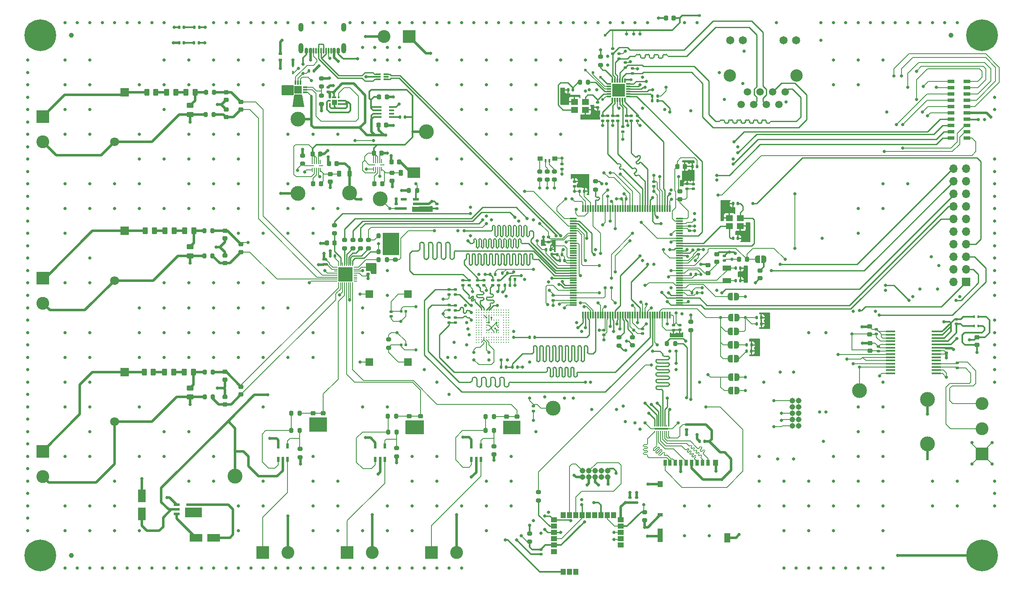
<source format=gbr>
%TF.GenerationSoftware,KiCad,Pcbnew,8.0.7*%
%TF.CreationDate,2025-11-12T22:50:05-06:00*%
%TF.ProjectId,EnergyMonitoringSystem,456e6572-6779-44d6-9f6e-69746f72696e,rev?*%
%TF.SameCoordinates,PX1c9c380PY91e9840*%
%TF.FileFunction,Copper,L1,Top*%
%TF.FilePolarity,Positive*%
%FSLAX46Y46*%
G04 Gerber Fmt 4.6, Leading zero omitted, Abs format (unit mm)*
G04 Created by KiCad (PCBNEW 8.0.7) date 2025-11-12 22:50:05*
%MOMM*%
%LPD*%
G01*
G04 APERTURE LIST*
G04 Aperture macros list*
%AMRoundRect*
0 Rectangle with rounded corners*
0 $1 Rounding radius*
0 $2 $3 $4 $5 $6 $7 $8 $9 X,Y pos of 4 corners*
0 Add a 4 corners polygon primitive as box body*
4,1,4,$2,$3,$4,$5,$6,$7,$8,$9,$2,$3,0*
0 Add four circle primitives for the rounded corners*
1,1,$1+$1,$2,$3*
1,1,$1+$1,$4,$5*
1,1,$1+$1,$6,$7*
1,1,$1+$1,$8,$9*
0 Add four rect primitives between the rounded corners*
20,1,$1+$1,$2,$3,$4,$5,0*
20,1,$1+$1,$4,$5,$6,$7,0*
20,1,$1+$1,$6,$7,$8,$9,0*
20,1,$1+$1,$8,$9,$2,$3,0*%
%AMFreePoly0*
4,1,19,0.500000,-0.750000,0.000000,-0.750000,0.000000,-0.744911,-0.071157,-0.744911,-0.207708,-0.704816,-0.327430,-0.627875,-0.420627,-0.520320,-0.479746,-0.390866,-0.500000,-0.250000,-0.500000,0.250000,-0.479746,0.390866,-0.420627,0.520320,-0.327430,0.627875,-0.207708,0.704816,-0.071157,0.744911,0.000000,0.744911,0.000000,0.750000,0.500000,0.750000,0.500000,-0.750000,0.500000,-0.750000,
$1*%
%AMFreePoly1*
4,1,19,0.000000,0.744911,0.071157,0.744911,0.207708,0.704816,0.327430,0.627875,0.420627,0.520320,0.479746,0.390866,0.500000,0.250000,0.500000,-0.250000,0.479746,-0.390866,0.420627,-0.520320,0.327430,-0.627875,0.207708,-0.704816,0.071157,-0.744911,0.000000,-0.744911,0.000000,-0.750000,-0.500000,-0.750000,-0.500000,0.750000,0.000000,0.750000,0.000000,0.744911,0.000000,0.744911,
$1*%
G04 Aperture macros list end*
%TA.AperFunction,SMDPad,CuDef*%
%ADD10RoundRect,0.200000X0.200000X0.275000X-0.200000X0.275000X-0.200000X-0.275000X0.200000X-0.275000X0*%
%TD*%
%TA.AperFunction,SMDPad,CuDef*%
%ADD11FreePoly0,180.000000*%
%TD*%
%TA.AperFunction,SMDPad,CuDef*%
%ADD12FreePoly1,180.000000*%
%TD*%
%TA.AperFunction,SMDPad,CuDef*%
%ADD13RoundRect,0.135000X-0.185000X0.135000X-0.185000X-0.135000X0.185000X-0.135000X0.185000X0.135000X0*%
%TD*%
%TA.AperFunction,ComponentPad*%
%ADD14R,1.700000X1.700000*%
%TD*%
%TA.AperFunction,ComponentPad*%
%ADD15O,1.700000X1.700000*%
%TD*%
%TA.AperFunction,SMDPad,CuDef*%
%ADD16R,0.420000X0.700000*%
%TD*%
%TA.AperFunction,SMDPad,CuDef*%
%ADD17R,0.508000X0.977900*%
%TD*%
%TA.AperFunction,SMDPad,CuDef*%
%ADD18RoundRect,0.140000X0.170000X-0.140000X0.170000X0.140000X-0.170000X0.140000X-0.170000X-0.140000X0*%
%TD*%
%TA.AperFunction,SMDPad,CuDef*%
%ADD19RoundRect,0.140000X-0.170000X0.140000X-0.170000X-0.140000X0.170000X-0.140000X0.170000X0.140000X0*%
%TD*%
%TA.AperFunction,SMDPad,CuDef*%
%ADD20RoundRect,0.225000X0.250000X-0.225000X0.250000X0.225000X-0.250000X0.225000X-0.250000X-0.225000X0*%
%TD*%
%TA.AperFunction,SMDPad,CuDef*%
%ADD21RoundRect,0.135000X0.135000X0.185000X-0.135000X0.185000X-0.135000X-0.185000X0.135000X-0.185000X0*%
%TD*%
%TA.AperFunction,SMDPad,CuDef*%
%ADD22RoundRect,0.250000X0.262500X0.450000X-0.262500X0.450000X-0.262500X-0.450000X0.262500X-0.450000X0*%
%TD*%
%TA.AperFunction,SMDPad,CuDef*%
%ADD23RoundRect,0.140000X-0.140000X-0.170000X0.140000X-0.170000X0.140000X0.170000X-0.140000X0.170000X0*%
%TD*%
%TA.AperFunction,SMDPad,CuDef*%
%ADD24R,0.550000X0.500000*%
%TD*%
%TA.AperFunction,SMDPad,CuDef*%
%ADD25R,0.300000X0.850000*%
%TD*%
%TA.AperFunction,SMDPad,CuDef*%
%ADD26R,0.850000X0.300000*%
%TD*%
%TA.AperFunction,SMDPad,CuDef*%
%ADD27R,1.550000X1.550000*%
%TD*%
%TA.AperFunction,SMDPad,CuDef*%
%ADD28RoundRect,0.200000X-0.275000X0.200000X-0.275000X-0.200000X0.275000X-0.200000X0.275000X0.200000X0*%
%TD*%
%TA.AperFunction,SMDPad,CuDef*%
%ADD29RoundRect,0.135000X0.185000X-0.135000X0.185000X0.135000X-0.185000X0.135000X-0.185000X-0.135000X0*%
%TD*%
%TA.AperFunction,SMDPad,CuDef*%
%ADD30RoundRect,0.225000X0.225000X0.250000X-0.225000X0.250000X-0.225000X-0.250000X0.225000X-0.250000X0*%
%TD*%
%TA.AperFunction,SMDPad,CuDef*%
%ADD31RoundRect,0.135000X-0.135000X-0.185000X0.135000X-0.185000X0.135000X0.185000X-0.135000X0.185000X0*%
%TD*%
%TA.AperFunction,SMDPad,CuDef*%
%ADD32RoundRect,0.225000X-0.225000X-0.250000X0.225000X-0.250000X0.225000X0.250000X-0.225000X0.250000X0*%
%TD*%
%TA.AperFunction,SMDPad,CuDef*%
%ADD33RoundRect,0.140000X0.140000X0.170000X-0.140000X0.170000X-0.140000X-0.170000X0.140000X-0.170000X0*%
%TD*%
%TA.AperFunction,SMDPad,CuDef*%
%ADD34C,3.000000*%
%TD*%
%TA.AperFunction,SMDPad,CuDef*%
%ADD35R,1.050000X0.450000*%
%TD*%
%TA.AperFunction,SMDPad,CuDef*%
%ADD36R,0.300000X0.350000*%
%TD*%
%TA.AperFunction,SMDPad,CuDef*%
%ADD37R,1.125000X1.050000*%
%TD*%
%TA.AperFunction,SMDPad,CuDef*%
%ADD38R,0.950000X0.350000*%
%TD*%
%TA.AperFunction,SMDPad,CuDef*%
%ADD39RoundRect,0.147500X0.147500X0.172500X-0.147500X0.172500X-0.147500X-0.172500X0.147500X-0.172500X0*%
%TD*%
%TA.AperFunction,ComponentPad*%
%ADD40C,6.400000*%
%TD*%
%TA.AperFunction,SMDPad,CuDef*%
%ADD41R,1.981200X0.457200*%
%TD*%
%TA.AperFunction,SMDPad,CuDef*%
%ADD42RoundRect,0.225000X-0.250000X0.225000X-0.250000X-0.225000X0.250000X-0.225000X0.250000X0.225000X0*%
%TD*%
%TA.AperFunction,SMDPad,CuDef*%
%ADD43RoundRect,0.200000X0.275000X-0.200000X0.275000X0.200000X-0.275000X0.200000X-0.275000X-0.200000X0*%
%TD*%
%TA.AperFunction,ComponentPad*%
%ADD44C,1.500000*%
%TD*%
%TA.AperFunction,ComponentPad*%
%ADD45C,2.500000*%
%TD*%
%TA.AperFunction,ComponentPad*%
%ADD46C,1.650000*%
%TD*%
%TA.AperFunction,SMDPad,CuDef*%
%ADD47RoundRect,0.200000X-0.200000X-0.275000X0.200000X-0.275000X0.200000X0.275000X-0.200000X0.275000X0*%
%TD*%
%TA.AperFunction,ComponentPad*%
%ADD48R,2.600000X2.600000*%
%TD*%
%TA.AperFunction,ComponentPad*%
%ADD49C,2.600000*%
%TD*%
%TA.AperFunction,SMDPad,CuDef*%
%ADD50RoundRect,0.250000X0.450000X-0.262500X0.450000X0.262500X-0.450000X0.262500X-0.450000X-0.262500X0*%
%TD*%
%TA.AperFunction,SMDPad,CuDef*%
%ADD51R,0.200000X0.450000*%
%TD*%
%TA.AperFunction,SMDPad,CuDef*%
%ADD52R,2.800000X0.300000*%
%TD*%
%TA.AperFunction,SMDPad,CuDef*%
%ADD53R,0.200000X0.900000*%
%TD*%
%TA.AperFunction,SMDPad,CuDef*%
%ADD54R,0.900000X0.200000*%
%TD*%
%TA.AperFunction,SMDPad,CuDef*%
%ADD55RoundRect,0.218750X-0.218750X-0.256250X0.218750X-0.256250X0.218750X0.256250X-0.218750X0.256250X0*%
%TD*%
%TA.AperFunction,SMDPad,CuDef*%
%ADD56R,2.600000X2.600000*%
%TD*%
%TA.AperFunction,SMDPad,CuDef*%
%ADD57R,1.000000X0.900000*%
%TD*%
%TA.AperFunction,SMDPad,CuDef*%
%ADD58R,0.400000X0.800000*%
%TD*%
%TA.AperFunction,SMDPad,CuDef*%
%ADD59R,1.500000X1.500000*%
%TD*%
%TA.AperFunction,ComponentPad*%
%ADD60C,1.143000*%
%TD*%
%TA.AperFunction,SMDPad,CuDef*%
%ADD61C,1.000000*%
%TD*%
%TA.AperFunction,ComponentPad*%
%ADD62R,1.800000X1.800000*%
%TD*%
%TA.AperFunction,ComponentPad*%
%ADD63C,1.800000*%
%TD*%
%TA.AperFunction,SMDPad,CuDef*%
%ADD64RoundRect,0.218750X-0.256250X0.218750X-0.256250X-0.218750X0.256250X-0.218750X0.256250X0.218750X0*%
%TD*%
%TA.AperFunction,SMDPad,CuDef*%
%ADD65R,1.800000X1.000000*%
%TD*%
%TA.AperFunction,SMDPad,CuDef*%
%ADD66R,0.200000X0.750000*%
%TD*%
%TA.AperFunction,SMDPad,CuDef*%
%ADD67R,0.750000X0.200000*%
%TD*%
%TA.AperFunction,SMDPad,CuDef*%
%ADD68R,2.900000X2.900000*%
%TD*%
%TA.AperFunction,SMDPad,CuDef*%
%ADD69R,1.470000X0.740000*%
%TD*%
%TA.AperFunction,SMDPad,CuDef*%
%ADD70C,0.290000*%
%TD*%
%TA.AperFunction,SMDPad,CuDef*%
%ADD71R,1.200000X1.000000*%
%TD*%
%TA.AperFunction,SMDPad,CuDef*%
%ADD72R,1.000000X1.200000*%
%TD*%
%TA.AperFunction,SMDPad,CuDef*%
%ADD73R,1.200000X0.600000*%
%TD*%
%TA.AperFunction,SMDPad,CuDef*%
%ADD74R,0.400000X0.500000*%
%TD*%
%TA.AperFunction,SMDPad,CuDef*%
%ADD75R,0.700000X1.200000*%
%TD*%
%TA.AperFunction,SMDPad,CuDef*%
%ADD76R,1.000000X0.800000*%
%TD*%
%TA.AperFunction,SMDPad,CuDef*%
%ADD77R,1.000000X2.800000*%
%TD*%
%TA.AperFunction,SMDPad,CuDef*%
%ADD78R,1.300000X1.900000*%
%TD*%
%TA.AperFunction,SMDPad,CuDef*%
%ADD79R,0.990000X0.300000*%
%TD*%
%TA.AperFunction,SMDPad,CuDef*%
%ADD80R,1.600000X2.600000*%
%TD*%
%TA.AperFunction,SMDPad,CuDef*%
%ADD81RoundRect,0.218750X-0.218750X-0.381250X0.218750X-0.381250X0.218750X0.381250X-0.218750X0.381250X0*%
%TD*%
%TA.AperFunction,SMDPad,CuDef*%
%ADD82R,1.475000X0.300000*%
%TD*%
%TA.AperFunction,SMDPad,CuDef*%
%ADD83R,0.300000X1.475000*%
%TD*%
%TA.AperFunction,SMDPad,CuDef*%
%ADD84R,1.400000X1.200000*%
%TD*%
%TA.AperFunction,SMDPad,CuDef*%
%ADD85R,0.800000X0.550000*%
%TD*%
%TA.AperFunction,SMDPad,CuDef*%
%ADD86R,1.150000X0.600000*%
%TD*%
%TA.AperFunction,SMDPad,CuDef*%
%ADD87RoundRect,0.218750X0.218750X0.256250X-0.218750X0.256250X-0.218750X-0.256250X0.218750X-0.256250X0*%
%TD*%
%TA.AperFunction,SMDPad,CuDef*%
%ADD88RoundRect,0.150000X0.150000X0.425000X-0.150000X0.425000X-0.150000X-0.425000X0.150000X-0.425000X0*%
%TD*%
%TA.AperFunction,SMDPad,CuDef*%
%ADD89RoundRect,0.075000X0.075000X0.500000X-0.075000X0.500000X-0.075000X-0.500000X0.075000X-0.500000X0*%
%TD*%
%TA.AperFunction,ComponentPad*%
%ADD90O,1.000000X2.100000*%
%TD*%
%TA.AperFunction,ComponentPad*%
%ADD91O,1.000000X1.800000*%
%TD*%
%TA.AperFunction,SMDPad,CuDef*%
%ADD92R,2.600000X1.600000*%
%TD*%
%TA.AperFunction,ViaPad*%
%ADD93C,0.650000*%
%TD*%
%TA.AperFunction,ViaPad*%
%ADD94C,0.280000*%
%TD*%
%TA.AperFunction,ViaPad*%
%ADD95C,0.400000*%
%TD*%
%TA.AperFunction,ViaPad*%
%ADD96C,0.600000*%
%TD*%
%TA.AperFunction,Conductor*%
%ADD97C,0.230000*%
%TD*%
%TA.AperFunction,Conductor*%
%ADD98C,0.500000*%
%TD*%
%TA.AperFunction,Conductor*%
%ADD99C,0.200000*%
%TD*%
%TA.AperFunction,Conductor*%
%ADD100C,0.300000*%
%TD*%
%TA.AperFunction,Conductor*%
%ADD101C,0.150000*%
%TD*%
%TA.AperFunction,Conductor*%
%ADD102C,0.210000*%
%TD*%
%TA.AperFunction,Conductor*%
%ADD103C,0.140000*%
%TD*%
G04 APERTURE END LIST*
D10*
%TO.P,R623,1*%
%TO.N,/ADC/V_Phase_A_N*%
X40000000Y94000000D03*
%TO.P,R623,2*%
%TO.N,GND*%
X38350000Y94000000D03*
%TD*%
D11*
%TO.P,JP403,1,A*%
%TO.N,+VDD_SDC*%
X145500000Y50250000D03*
D12*
%TO.P,JP403,2,B*%
%TO.N,Net-(JP402-B)*%
X144200000Y50250000D03*
%TD*%
D13*
%TO.P,R809,1*%
%TO.N,RMII_MDIO*%
X125500000Y93750000D03*
%TO.P,R809,2*%
%TO.N,+DCDC_1*%
X125500000Y92730000D03*
%TD*%
D14*
%TO.P,J503,1,Pin_1*%
%TO.N,SPI5_SCK*%
X191750000Y60210000D03*
D15*
%TO.P,J503,2,Pin_2*%
%TO.N,+DCDC_1*%
X189210000Y60210000D03*
%TO.P,J503,3,Pin_3*%
%TO.N,SPI5_MISO*%
X191750000Y62750000D03*
%TO.P,J503,4,Pin_4*%
%TO.N,+DCDC_2*%
X189210000Y62750000D03*
%TO.P,J503,5,Pin_5*%
%TO.N,SPI5_MOSI*%
X191750000Y65290000D03*
%TO.P,J503,6,Pin_6*%
%TO.N,GND*%
X189210000Y65290000D03*
%TO.P,J503,7,Pin_7*%
%TO.N,SPI5_CS*%
X191750000Y67830000D03*
%TO.P,J503,8,Pin_8*%
%TO.N,unconnected-(J503-Pin_8-Pad8)*%
X189210000Y67830000D03*
%TO.P,J503,9,Pin_9*%
%TO.N,unconnected-(J503-Pin_9-Pad9)*%
X191750000Y70370000D03*
%TO.P,J503,10,Pin_10*%
%TO.N,unconnected-(J503-Pin_10-Pad10)*%
X189210000Y70370000D03*
%TO.P,J503,11,Pin_11*%
%TO.N,unconnected-(J503-Pin_11-Pad11)*%
X191750000Y72910000D03*
%TO.P,J503,12,Pin_12*%
%TO.N,ADS_SPI_SCK*%
X189210000Y72910000D03*
%TO.P,J503,13,Pin_13*%
%TO.N,unconnected-(J503-Pin_13-Pad13)*%
X191750000Y75450000D03*
%TO.P,J503,14,Pin_14*%
%TO.N,ADS_DOUT_uC_DIN*%
X189210000Y75450000D03*
%TO.P,J503,15,Pin_15*%
%TO.N,unconnected-(J503-Pin_15-Pad15)*%
X191750000Y77990000D03*
%TO.P,J503,16,Pin_16*%
%TO.N,ADS_DIN_uC_DOUT*%
X189210000Y77990000D03*
%TO.P,J503,17,Pin_17*%
%TO.N,unconnected-(J503-Pin_17-Pad17)*%
X191750000Y80530000D03*
%TO.P,J503,18,Pin_18*%
%TO.N,ADS_CS*%
X189210000Y80530000D03*
%TO.P,J503,19,Pin_19*%
%TO.N,unconnected-(J503-Pin_19-Pad19)*%
X191750000Y83070000D03*
%TO.P,J503,20,Pin_20*%
%TO.N,ADS_DRDY*%
X189210000Y83070000D03*
%TD*%
D16*
%TO.P,D202,1,K*%
%TO.N,/USB/PD_IN_GD*%
X56012500Y102425000D03*
%TO.P,D202,2,A*%
%TO.N,+VBUSc*%
X56012500Y103875000D03*
%TD*%
D17*
%TO.P,U603,1,OUT*%
%TO.N,/ADC/CT_PhaseC_Amp_OUT*%
X92000000Y24400000D03*
%TO.P,U603,2,VCC-*%
%TO.N,-DCDC_1*%
X92950001Y24400000D03*
%TO.P,U603,3,IN+*%
%TO.N,/ADC/CT_PhaseC_IN*%
X93900002Y24400000D03*
%TO.P,U603,4,IN-*%
%TO.N,Net-(U603-IN-)*%
X93900002Y27130500D03*
%TO.P,U603,5,VCC+*%
%TO.N,+DCDC_1*%
X92000000Y27130500D03*
%TD*%
D13*
%TO.P,R911,1*%
%TO.N,SDMMC1_D0*%
X90250000Y60510000D03*
%TO.P,R911,2*%
%TO.N,/eMMC/SDMMC1_D0_R*%
X90250000Y59490000D03*
%TD*%
D18*
%TO.P,C202,1*%
%TO.N,+5V_EXT*%
X63112500Y98525000D03*
%TO.P,C202,2*%
%TO.N,GND*%
X63112500Y99485000D03*
%TD*%
D19*
%TO.P,C709,1*%
%TO.N,+DCDC_2*%
X135400000Y31400000D03*
%TO.P,C709,2*%
%TO.N,GND*%
X135400000Y30440000D03*
%TD*%
D20*
%TO.P,C405,1*%
%TO.N,GND*%
X150250000Y60975000D03*
%TO.P,C405,2*%
%TO.N,Net-(JP401-A)*%
X150250000Y62525000D03*
%TD*%
D21*
%TO.P,R919,1*%
%TO.N,SDMMC1_CK*%
X104760000Y49000000D03*
%TO.P,R919,2*%
%TO.N,/eMMC/SDMMC1_CK_R*%
X103740000Y49000000D03*
%TD*%
D22*
%TO.P,R604,1*%
%TO.N,Net-(R604-Pad1)*%
X28325000Y98500000D03*
%TO.P,R604,2*%
%TO.N,Net-(J601-Pin_1)*%
X26500000Y98500000D03*
%TD*%
D23*
%TO.P,C201,1*%
%TO.N,/USB/PD_IN_GD*%
X59232500Y102825000D03*
%TO.P,C201,2*%
%TO.N,GND*%
X60192500Y102825000D03*
%TD*%
D24*
%TO.P,D401,1,K*%
%TO.N,/uCMain/NRST*%
X77800000Y54250000D03*
%TO.P,D401,2,A*%
%TO.N,GND*%
X78750000Y54250000D03*
%TD*%
D21*
%TO.P,R907,1*%
%TO.N,SDMMC1_D6*%
X99270000Y62000000D03*
%TO.P,R907,2*%
%TO.N,+DCDC_1*%
X98250000Y62000000D03*
%TD*%
D25*
%TO.P,U201,1,CC2*%
%TO.N,GND*%
X56512500Y97525000D03*
%TO.P,U201,2,GND*%
X57012500Y97525000D03*
%TO.P,U201,3,CC1*%
X57512500Y97525000D03*
D26*
%TO.P,U201,4,SOURCE*%
%TO.N,+5V_EXT*%
X58462500Y98475000D03*
%TO.P,U201,5,GATE*%
%TO.N,/USB/PD_GATE*%
X58462500Y98975000D03*
%TO.P,U201,6,VBUS_CTRL*%
%TO.N,/USB/PD_VBUS_CTRL*%
X58462500Y99475000D03*
D25*
%TO.P,U201,7,CC1C*%
%TO.N,/USB/USB_CC1c*%
X57512500Y100425000D03*
%TO.P,U201,8,IN_GD*%
%TO.N,/USB/PD_IN_GD*%
X57012500Y100425000D03*
%TO.P,U201,9,CC2C*%
%TO.N,/USB/USB_CC2c*%
X56512500Y100425000D03*
D26*
%TO.P,U201,10,DB/*%
%TO.N,GND*%
X55562500Y99475000D03*
%TO.P,U201,11,FLT/*%
X55562500Y98975000D03*
%TO.P,U201,12,VCC*%
X55562500Y98475000D03*
D27*
%TO.P,U201,13,EP*%
X57012500Y98975000D03*
%TD*%
D28*
%TO.P,R412,1*%
%TO.N,Net-(U401A-PG13)*%
X124500000Y49075000D03*
%TO.P,R412,2*%
%TO.N,RMII_TXD0*%
X124500000Y47425000D03*
%TD*%
D29*
%TO.P,R811,1*%
%TO.N,/ETHERNET/RMII_RXN*%
X121750000Y105250000D03*
%TO.P,R811,2*%
%TO.N,/ETHERNET/ETH_DCDC2_FR*%
X121750000Y106270000D03*
%TD*%
D30*
%TO.P,C305,1*%
%TO.N,+DCDC_1*%
X77425000Y84425000D03*
%TO.P,C305,2*%
%TO.N,GND*%
X75875000Y84425000D03*
%TD*%
D22*
%TO.P,R611,1*%
%TO.N,Net-(R611-Pad1)*%
X32000000Y70500000D03*
%TO.P,R611,2*%
%TO.N,Net-(R605-Pad1)*%
X30175000Y70500000D03*
%TD*%
D29*
%TO.P,R803,1*%
%TO.N,GND*%
X122500000Y90490000D03*
%TO.P,R803,2*%
%TO.N,/ETHERNET/RMII_PHYAD0*%
X122500000Y91510000D03*
%TD*%
D31*
%TO.P,R910,1*%
%TO.N,SDMMC1_CMD*%
X100240000Y43000000D03*
%TO.P,R910,2*%
%TO.N,+DCDC_1*%
X101260000Y43000000D03*
%TD*%
D32*
%TO.P,C204,1*%
%TO.N,+5V*%
X73362500Y97525000D03*
%TO.P,C204,2*%
%TO.N,GND*%
X74912500Y97525000D03*
%TD*%
D33*
%TO.P,C618,1*%
%TO.N,Net-(U604-CAP)*%
X64460001Y65439999D03*
%TO.P,C618,2*%
%TO.N,GND*%
X63500001Y65439999D03*
%TD*%
D34*
%TO.P,TP703,1,1*%
%TO.N,USART2_INV_485*%
X170250000Y38250000D03*
%TD*%
D18*
%TO.P,C501,1*%
%TO.N,+DCDC_1*%
X124000000Y15700000D03*
%TO.P,C501,2*%
%TO.N,GND*%
X124000000Y16660000D03*
%TD*%
D13*
%TO.P,R913,1*%
%TO.N,SDMMC1_D2*%
X96250000Y60510000D03*
%TO.P,R913,2*%
%TO.N,/eMMC/SDMMC1_D2_R*%
X96250000Y59490000D03*
%TD*%
D35*
%TO.P,U202,1,I_LIM*%
%TO.N,/USB/FSE_I_LIM*%
X75912500Y93525000D03*
%TO.P,U202,2,EN/FAULT*%
%TO.N,unconnected-(U202-EN{slash}FAULT-Pad2)*%
X75912500Y94175000D03*
%TO.P,U202,3,DV/DT*%
%TO.N,unconnected-(U202-DV{slash}DT-Pad3)*%
X75912500Y94825000D03*
%TO.P,U202,4,GND*%
%TO.N,GND*%
X75912500Y95475000D03*
%TO.P,U202,5,SOURCE_1*%
%TO.N,+5V*%
X73312500Y95475000D03*
%TO.P,U202,6,SOURCE_2*%
X73312500Y94825000D03*
%TO.P,U202,7,VCC_1*%
%TO.N,+5V_EXT*%
X73312500Y94175000D03*
%TO.P,U202,8,VCC_2*%
X73312500Y93525000D03*
%TD*%
D36*
%TO.P,Q201,1,D_1*%
%TO.N,+VBUSc*%
X65212500Y96125000D03*
%TO.P,Q201,2,D_2*%
X65212500Y96775000D03*
%TO.P,Q201,3,G*%
%TO.N,/USB/PD_GATE*%
X65212500Y97425000D03*
%TO.P,Q201,4,S_1*%
%TO.N,+5V_EXT*%
X63437500Y97425000D03*
%TO.P,Q201,5,D_3*%
%TO.N,+VBUSc*%
X63437500Y96775000D03*
%TO.P,Q201,6,D_4*%
X63437500Y96125000D03*
D37*
%TO.P,Q201,7,D_5*%
X64325000Y96475000D03*
D38*
%TO.P,Q201,8,S_2*%
%TO.N,+5V_EXT*%
X64237500Y97425000D03*
%TD*%
D20*
%TO.P,C701,1*%
%TO.N,+DCDC_2*%
X172300000Y49649999D03*
%TO.P,C701,2*%
%TO.N,GND*%
X172300000Y51199999D03*
%TD*%
D39*
%TO.P,D301,1,K*%
%TO.N,Net-(D301-K)*%
X33985000Y111600000D03*
%TO.P,D301,2,A*%
%TO.N,+DCDC_1*%
X33015000Y111600000D03*
%TD*%
D13*
%TO.P,R807,1*%
%TO.N,/ETHERNET/RMII_RXD1_R*%
X118500000Y93750000D03*
%TO.P,R807,2*%
%TO.N,+DCDC_1*%
X118500000Y92730000D03*
%TD*%
D40*
%TO.P,H203,1,1*%
%TO.N,GND*%
X195000000Y5000000D03*
%TD*%
D41*
%TO.P,U701,1,GND1*%
%TO.N,GND*%
X176500000Y50199999D03*
%TO.P,U701,2,GND1*%
X176500000Y49549998D03*
%TO.P,U701,3,GND1*%
X176500000Y48899999D03*
%TO.P,U701,4,VCC*%
%TO.N,+DCDC_2*%
X176500000Y48249998D03*
%TO.P,U701,5,GND1*%
%TO.N,GND*%
X176500000Y47600000D03*
%TO.P,U701,6,GND1*%
X176500000Y46949998D03*
%TO.P,U701,7,VIO*%
%TO.N,+DCDC_2*%
X176500000Y46300000D03*
%TO.P,U701,8,RXD*%
%TO.N,USART2_RX*%
X176500000Y45650001D03*
%TO.P,U701,9,\u002ARE*%
%TO.N,USART2_DE*%
X176500000Y45000000D03*
%TO.P,U701,10,DE*%
X176500000Y44350001D03*
%TO.P,U701,11,TXD*%
%TO.N,USART2_TX*%
X176500000Y43700000D03*
%TO.P,U701,12,INV*%
%TO.N,USART2_INV_485*%
X176500000Y43050001D03*
%TO.P,U701,13,NIC*%
%TO.N,unconnected-(U701-NIC-Pad13)*%
X176500000Y42400000D03*
%TO.P,U701,14,GND1*%
%TO.N,GND*%
X176500000Y41750001D03*
%TO.P,U701,15,GND2*%
%TO.N,GND2*%
X185771000Y41749999D03*
%TO.P,U701,16,GND2*%
X185771000Y42400000D03*
%TO.P,U701,17,A*%
%TO.N,Net-(J701-Pin_2)*%
X185771000Y43049999D03*
%TO.P,U701,18,B*%
%TO.N,Net-(J701-Pin_3)*%
X185771000Y43700000D03*
%TO.P,U701,19,NIC*%
%TO.N,unconnected-(U701-NIC-Pad19)*%
X185771000Y44349998D03*
%TO.P,U701,20,NIC*%
%TO.N,unconnected-(U701-NIC-Pad20)*%
X185771000Y45000000D03*
%TO.P,U701,21,GND2*%
%TO.N,GND2*%
X185771000Y45649998D03*
%TO.P,U701,22,GND2*%
X185771000Y46300000D03*
%TO.P,U701,23,VISOIN*%
%TO.N,+V_ISO*%
X185771000Y46949998D03*
%TO.P,U701,24,GNDISO*%
%TO.N,Net-(U701-VSEL)*%
X185771000Y47600000D03*
%TO.P,U701,25,VISOOUT*%
%TO.N,Net-(U701-VISOOUT)*%
X185771000Y48249998D03*
%TO.P,U701,26,GNDISO*%
%TO.N,Net-(U701-VSEL)*%
X185771000Y48899999D03*
%TO.P,U701,27,VSEL*%
X185771000Y49549998D03*
%TO.P,U701,28,GNDISO*%
X185771000Y50199999D03*
%TD*%
D42*
%TO.P,C615,1*%
%TO.N,/ADC/I_Phase_C_P*%
X101200000Y33050000D03*
%TO.P,C615,2*%
%TO.N,GND*%
X101200000Y31500000D03*
%TD*%
D43*
%TO.P,R503,1*%
%TO.N,BLE_RST*%
X103700000Y7800000D03*
%TO.P,R503,2*%
%TO.N,+DCDC_1*%
X103700000Y9450000D03*
%TD*%
D44*
%TO.P,J801,1,TD+*%
%TO.N,/ETHERNET/RMII_TXP*%
X155270000Y98540000D03*
%TO.P,J801,2,TCT*%
%TO.N,/ETHERNET/ETH_DCDC2_FR*%
X154000000Y96000000D03*
%TO.P,J801,3,TD-*%
%TO.N,/ETHERNET/RMII_TXN*%
X152730000Y98540000D03*
%TO.P,J801,4,RD+*%
%TO.N,/ETHERNET/RMII_RXP*%
X151460000Y96000000D03*
%TO.P,J801,5,RCT*%
%TO.N,/ETHERNET/ETH_DCDC2_FR*%
X150190000Y98540000D03*
%TO.P,J801,6,RD-*%
%TO.N,/ETHERNET/RMII_RXN*%
X148920000Y96000000D03*
%TO.P,J801,7,7*%
%TO.N,unconnected-(J801-Pad7)*%
X147650000Y98540000D03*
%TO.P,J801,8,8*%
%TO.N,GND*%
X146380000Y96000000D03*
D45*
%TO.P,J801,9,9*%
%TO.N,Net-(C812-Pad1)*%
X157555000Y101840000D03*
%TO.P,J801,10,10*%
X144095000Y101840000D03*
D46*
%TO.P,J801,11,YEL_+*%
%TO.N,Net-(J801-YEL_+)*%
X157450000Y108950000D03*
%TO.P,J801,12,YEL_-*%
%TO.N,Net-(J801-YEL_-)*%
X154910000Y108950000D03*
%TO.P,J801,13,GRN_+*%
%TO.N,Net-(J801-GRN_+)*%
X146740000Y108950000D03*
%TO.P,J801,14,GRN_-*%
%TO.N,Net-(J801-GRN_-)*%
X144200000Y108950000D03*
%TD*%
D10*
%TO.P,R624,1*%
%TO.N,/ADC/V_Phase_B_P*%
X39750000Y70500000D03*
%TO.P,R624,2*%
%TO.N,Net-(R614-Pad1)*%
X38100000Y70500000D03*
%TD*%
D21*
%TO.P,R203,1*%
%TO.N,+5V*%
X78612500Y93525000D03*
%TO.P,R203,2*%
%TO.N,/USB/FSE_I_LIM*%
X77592500Y93525000D03*
%TD*%
D31*
%TO.P,R908,1*%
%TO.N,SDMMC1_D7*%
X99740000Y60750000D03*
%TO.P,R908,2*%
%TO.N,+DCDC_1*%
X100760000Y60750000D03*
%TD*%
D21*
%TO.P,R920,1*%
%TO.N,SDMMC1_CMD*%
X99010000Y43000000D03*
%TO.P,R920,2*%
%TO.N,/eMMC/SDMMC1_CMD_R*%
X97990000Y43000000D03*
%TD*%
D19*
%TO.P,C616,1*%
%TO.N,GND*%
X62257775Y64760000D03*
%TO.P,C616,2*%
%TO.N,+DCDC_1*%
X62257775Y63800000D03*
%TD*%
D47*
%TO.P,R402,1*%
%TO.N,/uCMain/SPI5_MOSI_R*%
X131425000Y47750000D03*
%TO.P,R402,2*%
%TO.N,SPI5_MOSI*%
X133075000Y47750000D03*
%TD*%
D18*
%TO.P,C802,1*%
%TO.N,GND*%
X117450000Y95470000D03*
%TO.P,C802,2*%
%TO.N,/ETHERNET/RMII_XTAL1*%
X117450000Y96430000D03*
%TD*%
D19*
%TO.P,C428,1*%
%TO.N,GND*%
X112750000Y80480000D03*
%TO.P,C428,2*%
%TO.N,+DCDC_1*%
X112750000Y79520000D03*
%TD*%
D33*
%TO.P,C414,1*%
%TO.N,+DCDC_1*%
X110250000Y65750000D03*
%TO.P,C414,2*%
%TO.N,GND*%
X109290000Y65750000D03*
%TD*%
D42*
%TO.P,C601,1*%
%TO.N,/ADC/V_Phase_A_P*%
X42500000Y98500000D03*
%TO.P,C601,2*%
%TO.N,GND*%
X42500000Y96950000D03*
%TD*%
D22*
%TO.P,R612,1*%
%TO.N,Net-(R612-Pad1)*%
X31912500Y42000000D03*
%TO.P,R612,2*%
%TO.N,Net-(R606-Pad1)*%
X30087500Y42000000D03*
%TD*%
D48*
%TO.P,J602,1,Pin_1*%
%TO.N,Net-(J602-Pin_1)*%
X5500000Y61000000D03*
D49*
%TO.P,J602,2,Pin_2*%
%TO.N,GND*%
X5500000Y55920000D03*
%TD*%
D47*
%TO.P,R637,1*%
%TO.N,ADS_DRDY*%
X73275000Y69500000D03*
%TO.P,R637,2*%
%TO.N,+DCDC_1*%
X74925000Y69500000D03*
%TD*%
D50*
%TO.P,R619,1*%
%TO.N,GND*%
X35250000Y94000000D03*
%TO.P,R619,2*%
%TO.N,Net-(R613-Pad1)*%
X35250000Y95825000D03*
%TD*%
D10*
%TO.P,R627,1*%
%TO.N,/ADC/V_Phase_C_N*%
X39825000Y37000000D03*
%TO.P,R627,2*%
%TO.N,GND*%
X38175000Y37000000D03*
%TD*%
D23*
%TO.P,C409,1*%
%TO.N,GND*%
X144770000Y76000000D03*
%TO.P,C409,2*%
%TO.N,/uCMain/OSC_IN*%
X145730000Y76000000D03*
%TD*%
D13*
%TO.P,R806,1*%
%TO.N,/ETHERNET/RMII_RXD0_R*%
X120500000Y93750000D03*
%TO.P,R806,2*%
%TO.N,+DCDC_1*%
X120500000Y92730000D03*
%TD*%
D10*
%TO.P,R630,1*%
%TO.N,/ADC/I_Phase_C_P*%
X96500000Y33000000D03*
%TO.P,R630,2*%
%TO.N,/ADC/CT_PhaseC_Amp_OUT*%
X94850000Y33000000D03*
%TD*%
D31*
%TO.P,R303,1*%
%TO.N,Net-(D301-K)*%
X36085000Y111600000D03*
%TO.P,R303,2*%
%TO.N,GND*%
X37105000Y111600000D03*
%TD*%
D51*
%TO.P,U702,1,WP/CD*%
%TO.N,SD_DETECT*%
X131750000Y31150000D03*
%TO.P,U702,2,RDAT3_GND*%
%TO.N,unconnected-(U702-RDAT3_GND-Pad2)*%
X131350000Y31150000D03*
%TO.P,U702,3,DAT2_IN*%
%TO.N,SDMMC2_D2*%
X130950000Y31150000D03*
%TO.P,U702,4,DAT3_IN*%
%TO.N,SDMMC2_D3*%
X130550000Y31150000D03*
%TO.P,U702,5,CMD_IN*%
%TO.N,SDMMC2_CMD*%
X130150000Y31150000D03*
%TO.P,U702,6,CLK_IN*%
%TO.N,SDMMC2_CK*%
X129750000Y31150000D03*
%TO.P,U702,7,DAT0_IN*%
%TO.N,SDMMC2_D0*%
X129350000Y31150000D03*
%TO.P,U702,8,DAT1_IN*%
%TO.N,SDMMC2_D1*%
X128950000Y31150000D03*
%TO.P,U702,9,DAT1_EX*%
%TO.N,/SDCARD/SD_DAT1*%
X128950000Y30000000D03*
%TO.P,U702,10,DAT0_EX*%
%TO.N,/SDCARD/SD_DAT0*%
X129350000Y30000000D03*
%TO.P,U702,11,CLK_EX*%
%TO.N,/SDCARD/SD_CLK*%
X129750000Y30000000D03*
%TO.P,U702,12,CMD_EX*%
%TO.N,/SDCARD/SD_CMD*%
X130150000Y30000000D03*
%TO.P,U702,13,DAT3_EX*%
%TO.N,/SDCARD/SD_DAT3*%
X130550000Y30000000D03*
%TO.P,U702,14,DAT2_EX*%
%TO.N,/SDCARD/SD_DAT2*%
X130950000Y30000000D03*
%TO.P,U702,15,VCC*%
%TO.N,+DCDC_2*%
X131350000Y30000000D03*
%TO.P,U702,16,RDATA_VCC*%
X131750000Y30000000D03*
D52*
%TO.P,U702,17,EP_(GND)*%
%TO.N,GND*%
X130350000Y30575000D03*
%TD*%
D17*
%TO.P,U602,1,OUT*%
%TO.N,/ADC/CT_PhaseB_Amp_OUT*%
X72599998Y24400000D03*
%TO.P,U602,2,VCC-*%
%TO.N,-DCDC_1*%
X73549999Y24400000D03*
%TO.P,U602,3,IN+*%
%TO.N,/ADC/CT_PhaseB_IN*%
X74500000Y24400000D03*
%TO.P,U602,4,IN-*%
%TO.N,Net-(U602-IN-)*%
X74500000Y27130500D03*
%TO.P,U602,5,VCC+*%
%TO.N,+DCDC_1*%
X72599998Y27130500D03*
%TD*%
D19*
%TO.P,C433,1*%
%TO.N,+DCDC_1*%
X110250000Y83980000D03*
%TO.P,C433,2*%
%TO.N,GND*%
X110250000Y83020000D03*
%TD*%
D53*
%TO.P,U301,1,AUX*%
%TO.N,GND*%
X72275000Y83025000D03*
%TO.P,U301,2,VIN*%
%TO.N,+5V*%
X72675000Y83025000D03*
%TO.P,U301,3,SW*%
%TO.N,/VR/DC1_SW*%
X73075000Y83025000D03*
%TO.P,U301,4,GND*%
%TO.N,GND*%
X73475000Y83025000D03*
%TO.P,U301,5,VOUT*%
%TO.N,/VR/DC1_VOUT*%
X73875000Y83025000D03*
D54*
%TO.P,U301,6,VOUT2*%
%TO.N,unconnected-(U301-VOUT2-Pad6)*%
X73975000Y83825000D03*
D53*
%TO.P,U301,7,PGOOD*%
%TO.N,unconnected-(U301-PGOOD-Pad7)*%
X73875000Y84625000D03*
%TO.P,U301,8,CL*%
%TO.N,GND*%
X73475000Y84625000D03*
%TO.P,U301,9,D0*%
%TO.N,+5V*%
X73075000Y84625000D03*
%TO.P,U301,10,D1*%
X72675000Y84625000D03*
%TO.P,U301,11,D2*%
X72275000Y84625000D03*
D54*
%TO.P,U301,12,EN*%
X72175000Y83825000D03*
%TD*%
D19*
%TO.P,C401,1*%
%TO.N,/uCMain/NRST*%
X75750000Y54230000D03*
%TO.P,C401,2*%
%TO.N,GND*%
X75750000Y53270000D03*
%TD*%
D11*
%TO.P,JP408,1,A*%
%TO.N,+DCDC_1*%
X145500000Y57250000D03*
D12*
%TO.P,JP408,2,B*%
%TO.N,Net-(JP408-B)*%
X144200000Y57250000D03*
%TD*%
D31*
%TO.P,R903,1*%
%TO.N,SDMMC1_D2*%
X95730000Y61750000D03*
%TO.P,R903,2*%
%TO.N,+DCDC_1*%
X96750000Y61750000D03*
%TD*%
D17*
%TO.P,U601,1,OUT*%
%TO.N,/ADC/CT_PhaseA_Amp_OUT*%
X52999998Y24369500D03*
%TO.P,U601,2,VCC-*%
%TO.N,-DCDC_1*%
X53949999Y24369500D03*
%TO.P,U601,3,IN+*%
%TO.N,/ADC/CT_PhaseA_IN*%
X54900000Y24369500D03*
%TO.P,U601,4,IN-*%
%TO.N,Net-(U601-IN-)*%
X54900000Y27100000D03*
%TO.P,U601,5,VCC+*%
%TO.N,+DCDC_1*%
X52999998Y27100000D03*
%TD*%
D29*
%TO.P,R915,1*%
%TO.N,SDMMC1_D4*%
X88750000Y51990000D03*
%TO.P,R915,2*%
%TO.N,/eMMC/SDMMC1_D4_R*%
X88750000Y53010000D03*
%TD*%
D55*
%TO.P,L302,1,1*%
%TO.N,/VR/DC2_SW*%
X60037500Y80025000D03*
%TO.P,L302,2,2*%
%TO.N,/VR/DC2_VOUT*%
X61612500Y80025000D03*
%TD*%
D42*
%TO.P,C603,1*%
%TO.N,/ADC/V_Phase_B_P*%
X42250000Y70550000D03*
%TO.P,C603,2*%
%TO.N,GND*%
X42250000Y69000000D03*
%TD*%
D28*
%TO.P,R405,1*%
%TO.N,Net-(D407-RK)*%
X105750000Y82500000D03*
%TO.P,R405,2*%
%TO.N,/uCMain/TIM1_CH1*%
X105750000Y80850000D03*
%TD*%
D19*
%TO.P,C705,1*%
%TO.N,+V_ISO*%
X187800000Y46849999D03*
%TO.P,C705,2*%
%TO.N,GND2*%
X187800000Y45889999D03*
%TD*%
D18*
%TO.P,C429,1*%
%TO.N,+VREF*%
X136750000Y79000000D03*
%TO.P,C429,2*%
%TO.N,GND*%
X136750000Y79960000D03*
%TD*%
D19*
%TO.P,C421,1*%
%TO.N,+DCDC_1*%
X132750000Y51460000D03*
%TO.P,C421,2*%
%TO.N,GND*%
X132750000Y50500000D03*
%TD*%
D18*
%TO.P,C308,1*%
%TO.N,+DCDC_1*%
X85000000Y75020000D03*
%TO.P,C308,2*%
%TO.N,GND*%
X85000000Y75980000D03*
%TD*%
D55*
%TO.P,L301,1,1*%
%TO.N,/VR/DC1_SW*%
X72400000Y80025000D03*
%TO.P,L301,2,2*%
%TO.N,/VR/DC1_VOUT*%
X73975000Y80025000D03*
%TD*%
D42*
%TO.P,C702,1*%
%TO.N,GND*%
X172400000Y47859999D03*
%TO.P,C702,2*%
%TO.N,+DCDC_2*%
X172400000Y46309999D03*
%TD*%
D26*
%TO.P,U801,1,VDD2A*%
%TO.N,/ETHERNET/ETH_DCDC2_FR*%
X119750000Y100150000D03*
%TO.P,U801,2,LED2/NINT/NPME/NINTSEL*%
%TO.N,Net-(J801-GRN_+)*%
X119750000Y99650000D03*
%TO.P,U801,3,LED1/NINT/NPME/REGOFF*%
%TO.N,Net-(J801-YEL_+)*%
X119750000Y99150000D03*
%TO.P,U801,4,XTAL2*%
%TO.N,/ETHERNET/RMII_XTAL2*%
X119750000Y98650000D03*
%TO.P,U801,5,XTAL1/CLKIN*%
%TO.N,/ETHERNET/RMII_XTAL1*%
X119750000Y98150000D03*
%TO.P,U801,6,VDDCR*%
%TO.N,Net-(U801-VDDCR)*%
X119750000Y97650000D03*
D25*
%TO.P,U801,7,RXD1/MODE1*%
%TO.N,/ETHERNET/RMII_RXD1_R*%
X120450000Y96950000D03*
%TO.P,U801,8,RXD0/MODE0*%
%TO.N,/ETHERNET/RMII_RXD0_R*%
X120950000Y96950000D03*
%TO.P,U801,9,VDDIO*%
%TO.N,+DCDC_1*%
X121450000Y96950000D03*
%TO.P,U801,10,RXER/PHYAD0*%
%TO.N,/ETHERNET/RMII_PHYAD0*%
X121950000Y96950000D03*
%TO.P,U801,11,CRS_DV/MODE2*%
%TO.N,/ETHERNET/RMII_CRS_DV_R*%
X122450000Y96950000D03*
%TO.P,U801,12,MDIO*%
%TO.N,RMII_MDIO*%
X122950000Y96950000D03*
D26*
%TO.P,U801,13,MDC*%
%TO.N,RMII_MDC*%
X123650000Y97650000D03*
%TO.P,U801,14,NINT/REFCLKO*%
%TO.N,/ETHERNET/RMII_REF_CLK_R*%
X123650000Y98150000D03*
%TO.P,U801,15,NRST*%
%TO.N,ETH_NRST*%
X123650000Y98650000D03*
%TO.P,U801,16,TXEN*%
%TO.N,RMII_TX_EN*%
X123650000Y99150000D03*
%TO.P,U801,17,TXD0*%
%TO.N,RMII_TXD0*%
X123650000Y99650000D03*
%TO.P,U801,18,TXD1*%
%TO.N,RMII_TXD1*%
X123650000Y100150000D03*
D25*
%TO.P,U801,19,VDD1A*%
%TO.N,/ETHERNET/ETH_DCDC2_FR*%
X122950000Y100850000D03*
%TO.P,U801,20,TXN*%
%TO.N,/ETHERNET/RMII_TXN*%
X122450000Y100850000D03*
%TO.P,U801,21,TXP*%
%TO.N,/ETHERNET/RMII_TXP*%
X121950000Y100850000D03*
%TO.P,U801,22,RXN*%
%TO.N,/ETHERNET/RMII_RXN*%
X121450000Y100850000D03*
%TO.P,U801,23,RXP*%
%TO.N,/ETHERNET/RMII_RXP*%
X120950000Y100850000D03*
%TO.P,U801,24,RBIAS*%
%TO.N,Net-(U801-RBIAS)*%
X120450000Y100850000D03*
D56*
%TO.P,U801,25,EP*%
%TO.N,GND*%
X121700000Y98900000D03*
%TD*%
D40*
%TO.P,H201,1,1*%
%TO.N,GND*%
X5000000Y110000000D03*
%TD*%
D42*
%TO.P,C602,1*%
%TO.N,GND*%
X42500000Y95000000D03*
%TO.P,C602,2*%
%TO.N,/ADC/V_Phase_A_N*%
X42500000Y93450000D03*
%TD*%
D23*
%TO.P,C424,1*%
%TO.N,/uCMain/OSC32_OUT*%
X145270000Y63000000D03*
%TO.P,C424,2*%
%TO.N,GND*%
X146230000Y63000000D03*
%TD*%
D48*
%TO.P,J604,1,Pin_1*%
%TO.N,/ADC/CT_PhaseA_IN*%
X49920000Y5600000D03*
D49*
%TO.P,J604,2,Pin_2*%
%TO.N,GND*%
X55000000Y5600000D03*
%TD*%
D42*
%TO.P,C304,1*%
%TO.N,/VR/DC2_VOUT*%
X63512500Y81975000D03*
%TO.P,C304,2*%
%TO.N,GND*%
X63512500Y80425000D03*
%TD*%
D57*
%TO.P,D407,1,RK*%
%TO.N,Net-(D407-RK)*%
X105845000Y85125000D03*
%TO.P,D407,2,A*%
%TO.N,+DCDC_1*%
X108845000Y85125000D03*
D58*
%TO.P,D407,3,GK*%
%TO.N,Net-(D407-GK)*%
X107745000Y84675000D03*
%TO.P,D407,4,BK*%
%TO.N,Net-(D407-BK)*%
X106945000Y84675000D03*
%TD*%
D34*
%TO.P,TP201,1,1*%
%TO.N,+5V_EXT*%
X57012500Y93025000D03*
%TD*%
D18*
%TO.P,C435,1*%
%TO.N,GND*%
X134000000Y50540000D03*
%TO.P,C435,2*%
%TO.N,+DCDC_1*%
X134000000Y51500000D03*
%TD*%
D10*
%TO.P,R625,1*%
%TO.N,/ADC/V_Phase_B_N*%
X39750000Y65500000D03*
%TO.P,R625,2*%
%TO.N,GND*%
X38100000Y65500000D03*
%TD*%
D18*
%TO.P,C502,1*%
%TO.N,+DCDC_1*%
X125300000Y15700000D03*
%TO.P,C502,2*%
%TO.N,GND*%
X125300000Y16660000D03*
%TD*%
D59*
%TO.P,SW402,1,1*%
%TO.N,/uCMain/BOOT0*%
X79150000Y44000000D03*
%TO.P,SW402,2,2*%
%TO.N,+DCDC_1*%
X71350000Y44000000D03*
%TD*%
D22*
%TO.P,R605,1*%
%TO.N,Net-(R605-Pad1)*%
X28000000Y70500000D03*
%TO.P,R605,2*%
%TO.N,Net-(J602-Pin_1)*%
X26175000Y70500000D03*
%TD*%
D43*
%TO.P,R301,1*%
%TO.N,DCDC_2_EN*%
X57912500Y84075000D03*
%TO.P,R301,2*%
%TO.N,GND*%
X57912500Y85725000D03*
%TD*%
D23*
%TO.P,C427,1*%
%TO.N,+DCDC_1*%
X107040000Y66750000D03*
%TO.P,C427,2*%
%TO.N,GND*%
X108000000Y66750000D03*
%TD*%
D60*
%TO.P,J401,1,Pin_1*%
%TO.N,+DCDC_1*%
X158000000Y31170000D03*
%TO.P,J401,2,Pin_2*%
%TO.N,/uCMain/DEBUG_JTMS-SWDIO-H*%
X156730000Y31170000D03*
%TO.P,J401,3,Pin_3*%
%TO.N,GND*%
X158000000Y32440000D03*
%TO.P,J401,4,Pin_4*%
%TO.N,/uCMain/DEBUG_JTCK-SWCLK-H*%
X156730000Y32440000D03*
%TO.P,J401,5,Pin_5*%
%TO.N,GND*%
X158000000Y33710000D03*
%TO.P,J401,6,Pin_6*%
%TO.N,/uCMain/DEBUG_JTDO-SWO-H*%
X156730000Y33710000D03*
%TO.P,J401,7,Pin_7*%
%TO.N,unconnected-(J401-Pin_7-Pad7)*%
X158000000Y34980000D03*
%TO.P,J401,8,Pin_8*%
%TO.N,unconnected-(J401-Pin_8-Pad8)*%
X156730000Y34980000D03*
%TO.P,J401,9,Pin_9*%
%TO.N,GND*%
X158000000Y36250000D03*
%TO.P,J401,10,Pin_10*%
%TO.N,/uCMain/NRST-H*%
X156730000Y36250000D03*
%TD*%
D40*
%TO.P,H204,1,1*%
%TO.N,GND*%
X5000000Y5000000D03*
%TD*%
D13*
%TO.P,R914,1*%
%TO.N,SDMMC1_D3*%
X88750000Y55510000D03*
%TO.P,R914,2*%
%TO.N,/eMMC/SDMMC1_D3_R*%
X88750000Y54490000D03*
%TD*%
D28*
%TO.P,R401,1*%
%TO.N,/uCMain/SPI5_SCK_R*%
X136250000Y52150000D03*
%TO.P,R401,2*%
%TO.N,SPI5_SCK*%
X136250000Y50500000D03*
%TD*%
D42*
%TO.P,C607,1*%
%TO.N,/ADC/V_Phase_A_P*%
X45500000Y96550000D03*
%TO.P,C607,2*%
%TO.N,/ADC/V_Phase_A_N*%
X45500000Y95000000D03*
%TD*%
D28*
%TO.P,R631,1*%
%TO.N,ADS_DIN_uC_DOUT*%
X66400000Y68650000D03*
%TO.P,R631,2*%
%TO.N,/ADC/DIN_ADS_T*%
X66400000Y67000000D03*
%TD*%
%TO.P,R406,1*%
%TO.N,Net-(D407-GK)*%
X108750000Y82500000D03*
%TO.P,R406,2*%
%TO.N,/uCMain/TIM1_CH2*%
X108750000Y80850000D03*
%TD*%
D32*
%TO.P,C431,1*%
%TO.N,+VREF*%
X133500000Y83500000D03*
%TO.P,C431,2*%
%TO.N,GND*%
X135050000Y83500000D03*
%TD*%
D29*
%TO.P,R801,1*%
%TO.N,RMII_RXD0*%
X121500000Y92730000D03*
%TO.P,R801,2*%
%TO.N,/ETHERNET/RMII_RXD0_R*%
X121500000Y93750000D03*
%TD*%
D11*
%TO.P,JP406,1,A*%
%TO.N,+VDD_SDC*%
X145550000Y38250000D03*
D12*
%TO.P,JP406,2,B*%
%TO.N,Net-(JP406-B)*%
X144250000Y38250000D03*
%TD*%
D61*
%TO.P,FM201,*%
%TO.N,*%
X11250000Y110000000D03*
%TD*%
D30*
%TO.P,C619,1*%
%TO.N,/ADC/CLKIN_ADS_T*%
X64374999Y68075551D03*
%TO.P,C619,2*%
%TO.N,GND*%
X62824999Y68075551D03*
%TD*%
D11*
%TO.P,JP405,1,A*%
%TO.N,Net-(JP405-A)*%
X145500000Y44750000D03*
D12*
%TO.P,JP405,2,B*%
%TO.N,Net-(JP402-B)*%
X144200000Y44750000D03*
%TD*%
D28*
%TO.P,R404,1*%
%TO.N,GND*%
X75250000Y48575000D03*
%TO.P,R404,2*%
%TO.N,/uCMain/BOOT0*%
X75250000Y46925000D03*
%TD*%
D34*
%TO.P,TP302,1,1*%
%TO.N,-DCDC_1*%
X44300000Y21000000D03*
%TD*%
D28*
%TO.P,R608,1*%
%TO.N,Net-(U602-IN-)*%
X76900000Y26650000D03*
%TO.P,R608,2*%
%TO.N,GND*%
X76900000Y25000000D03*
%TD*%
D42*
%TO.P,C303,1*%
%TO.N,/VR/DC1_VOUT*%
X75975000Y82200000D03*
%TO.P,C303,2*%
%TO.N,GND*%
X75975000Y80650000D03*
%TD*%
D18*
%TO.P,C310,1*%
%TO.N,+1V2*%
X76800000Y75020000D03*
%TO.P,C310,2*%
%TO.N,GND*%
X76800000Y75980000D03*
%TD*%
D42*
%TO.P,C613,1*%
%TO.N,/ADC/I_Phase_A_P*%
X60000000Y33750000D03*
%TO.P,C613,2*%
%TO.N,GND*%
X60000000Y32200000D03*
%TD*%
D13*
%TO.P,R916,1*%
%TO.N,SDMMC1_D5*%
X88750000Y58685000D03*
%TO.P,R916,2*%
%TO.N,/eMMC/SDMMC1_D5_R*%
X88750000Y57665000D03*
%TD*%
D42*
%TO.P,C604,1*%
%TO.N,GND*%
X42250000Y65550000D03*
%TO.P,C604,2*%
%TO.N,/ADC/V_Phase_B_N*%
X42250000Y64000000D03*
%TD*%
D62*
%TO.P,R601,1*%
%TO.N,Net-(J601-Pin_1)*%
X22000000Y98500000D03*
D63*
%TO.P,R601,2*%
%TO.N,GND*%
X20000000Y88500000D03*
%TD*%
D32*
%TO.P,C301,1*%
%TO.N,+5V*%
X72325000Y86225000D03*
%TO.P,C301,2*%
%TO.N,GND*%
X73875000Y86225000D03*
%TD*%
D18*
%TO.P,C617,1*%
%TO.N,GND*%
X71149999Y61800000D03*
%TO.P,C617,2*%
%TO.N,+DCDC_1*%
X71149999Y62760000D03*
%TD*%
D42*
%TO.P,C609,1*%
%TO.N,/ADC/V_Phase_C_P*%
X45500000Y39050000D03*
%TO.P,C609,2*%
%TO.N,/ADC/V_Phase_C_N*%
X45500000Y37500000D03*
%TD*%
D29*
%TO.P,R812,1*%
%TO.N,/ETHERNET/RMII_RXP*%
X120500000Y106250000D03*
%TO.P,R812,2*%
%TO.N,/ETHERNET/ETH_DCDC2_FR*%
X120500000Y107270000D03*
%TD*%
D23*
%TO.P,C407,1*%
%TO.N,+DCDC_1*%
X136270000Y61750000D03*
%TO.P,C407,2*%
%TO.N,GND*%
X137230000Y61750000D03*
%TD*%
D19*
%TO.P,C706,1*%
%TO.N,Net-(U701-VSEL)*%
X189800000Y52709999D03*
%TO.P,C706,2*%
%TO.N,Net-(U701-VISOOUT)*%
X189800000Y51749999D03*
%TD*%
D28*
%TO.P,R407,1*%
%TO.N,Net-(D407-BK)*%
X107250000Y82500000D03*
%TO.P,R407,2*%
%TO.N,/uCMain/TIM1_CH3*%
X107250000Y80850000D03*
%TD*%
D10*
%TO.P,R617,1*%
%TO.N,Net-(U602-IN-)*%
X76850000Y29900000D03*
%TO.P,R617,2*%
%TO.N,/ADC/CT_PhaseB_Amp_OUT*%
X75200000Y29900000D03*
%TD*%
D23*
%TO.P,C417,1*%
%TO.N,+DCDC_1*%
X122250000Y77000000D03*
%TO.P,C417,2*%
%TO.N,GND*%
X123210000Y77000000D03*
%TD*%
D34*
%TO.P,TP303,1,1*%
%TO.N,+DCDC_1*%
X57000000Y78100000D03*
%TD*%
D64*
%TO.P,FB402,1*%
%TO.N,+DCDC_1*%
X139750000Y63575000D03*
%TO.P,FB402,2*%
%TO.N,Net-(U401B-VDDSMPS)*%
X139750000Y62000000D03*
%TD*%
D18*
%TO.P,C430,1*%
%TO.N,+VREF*%
X135500000Y79020000D03*
%TO.P,C430,2*%
%TO.N,GND*%
X135500000Y79980000D03*
%TD*%
D34*
%TO.P,TP202,1,1*%
%TO.N,+5V*%
X82912500Y90525000D03*
%TD*%
D39*
%TO.P,D302,1,K*%
%TO.N,Net-(D302-K)*%
X33985000Y108500000D03*
%TO.P,D302,2,A*%
%TO.N,+DCDC_2*%
X33015000Y108500000D03*
%TD*%
D28*
%TO.P,R633,1*%
%TO.N,ADS_SPI_SCK*%
X69650000Y68650000D03*
%TO.P,R633,2*%
%TO.N,/ADC/SCK_ADS_T*%
X69650000Y67000000D03*
%TD*%
D48*
%TO.P,J606,1,Pin_1*%
%TO.N,/ADC/CT_PhaseC_IN*%
X83920000Y5600000D03*
D49*
%TO.P,J606,2,Pin_2*%
%TO.N,GND*%
X89000000Y5600000D03*
%TD*%
D65*
%TO.P,Y402,1,1*%
%TO.N,/uCMain/OSC32_IN*%
X143500000Y60500000D03*
%TO.P,Y402,2,2*%
%TO.N,/uCMain/OSC32_OUT*%
X143500000Y63000000D03*
%TD*%
D42*
%TO.P,C707,1*%
%TO.N,GND2*%
X194000000Y49050000D03*
%TO.P,C707,2*%
%TO.N,+V_ISO*%
X194000000Y47500000D03*
%TD*%
D22*
%TO.P,R614,1*%
%TO.N,Net-(R614-Pad1)*%
X36000000Y70500000D03*
%TO.P,R614,2*%
%TO.N,Net-(R611-Pad1)*%
X34175000Y70500000D03*
%TD*%
D42*
%TO.P,C605,1*%
%TO.N,/ADC/V_Phase_C_P*%
X42250000Y42050000D03*
%TO.P,C605,2*%
%TO.N,GND*%
X42250000Y40500000D03*
%TD*%
D11*
%TO.P,JP407,1,A*%
%TO.N,+DCDC_1*%
X145550000Y41000000D03*
D12*
%TO.P,JP407,2,B*%
%TO.N,Net-(JP406-B)*%
X144250000Y41000000D03*
%TD*%
D28*
%TO.P,R201,1*%
%TO.N,+VBUSc*%
X61712500Y101275000D03*
%TO.P,R201,2*%
%TO.N,/USB/PD_VBUS_CTRL*%
X61712500Y99625000D03*
%TD*%
D66*
%TO.P,U604,1,AIN2P*%
%TO.N,/ADC/V_Phase_C_P*%
X65199999Y59775551D03*
%TO.P,U604,2,AIN2N*%
%TO.N,/ADC/V_Phase_C_N*%
X65599999Y59775551D03*
%TO.P,U604,3,AIN3N*%
%TO.N,GND*%
X65999999Y59775551D03*
%TO.P,U604,4,AIN3P*%
%TO.N,/ADC/I_Phase_A_P*%
X66399999Y59775551D03*
%TO.P,U604,5,AIN4P*%
%TO.N,/ADC/I_Phase_B_P*%
X66799999Y59775551D03*
%TO.P,U604,6,AIN4N*%
%TO.N,GND*%
X67199999Y59775551D03*
%TO.P,U604,7,AIN5N*%
X67599999Y59775551D03*
%TO.P,U604,8,AIN5P*%
%TO.N,/ADC/I_Phase_C_P*%
X67999999Y59775551D03*
D67*
%TO.P,U604,9,AIN6P*%
%TO.N,unconnected-(U604-AIN6P-Pad9)*%
X68599999Y60375551D03*
%TO.P,U604,10,AIN6N*%
%TO.N,unconnected-(U604-AIN6N-Pad10)*%
X68599999Y60775551D03*
%TO.P,U604,11,AIN7N*%
%TO.N,unconnected-(U604-AIN7N-Pad11)*%
X68599999Y61175551D03*
%TO.P,U604,12,AIN7P*%
%TO.N,unconnected-(U604-AIN7P-Pad12)*%
X68599999Y61575551D03*
%TO.P,U604,13,AGND*%
%TO.N,GND*%
X68599999Y61975551D03*
%TO.P,U604,14,REFIN*%
%TO.N,+1V2*%
X68599999Y62375551D03*
%TO.P,U604,15,AVDD*%
%TO.N,+DCDC_1*%
X68599999Y62775551D03*
%TO.P,U604,16,SYNC_RESET_N*%
%TO.N,/ADC/SYNC_RESET_ADS_T*%
X68599999Y63175551D03*
D66*
%TO.P,U604,17,CS_N*%
%TO.N,ADS_CS*%
X67999999Y63775551D03*
%TO.P,U604,18,DRDY_N*%
%TO.N,/ADC/DRDY_ADS_T*%
X67599999Y63775551D03*
%TO.P,U604,19,SCLK*%
%TO.N,/ADC/SCK_ADS_T*%
X67199999Y63775551D03*
%TO.P,U604,20,DOUT*%
%TO.N,/ADC/DOUT_ADS_T*%
X66799999Y63775551D03*
%TO.P,U604,21,DIN*%
%TO.N,/ADC/DIN_ADS_T*%
X66399999Y63775551D03*
%TO.P,U604,22,XTAL2*%
%TO.N,unconnected-(U604-XTAL2-Pad22)*%
X65999999Y63775551D03*
%TO.P,U604,23,XTAL1_CLKIN*%
%TO.N,/ADC/CLKIN_ADS_T*%
X65599999Y63775551D03*
%TO.P,U604,24,CAP*%
%TO.N,Net-(U604-CAP)*%
X65199999Y63775551D03*
D67*
%TO.P,U604,25,DGND*%
%TO.N,GND*%
X64599999Y63175551D03*
%TO.P,U604,26,DVDD*%
%TO.N,+DCDC_1*%
X64599999Y62775551D03*
%TO.P,U604,27,NC*%
%TO.N,unconnected-(U604-NC-Pad27)*%
X64599999Y62375551D03*
%TO.P,U604,28,AGND*%
%TO.N,GND*%
X64599999Y61975551D03*
%TO.P,U604,29,AIN0P*%
%TO.N,/ADC/V_Phase_A_P*%
X64599999Y61575551D03*
%TO.P,U604,30,AIN0N*%
%TO.N,/ADC/V_Phase_A_N*%
X64599999Y61175551D03*
%TO.P,U604,31,AIN1N*%
%TO.N,/ADC/V_Phase_B_N*%
X64599999Y60775551D03*
%TO.P,U604,32,AIN1P*%
%TO.N,/ADC/V_Phase_B_P*%
X64599999Y60375551D03*
D68*
%TO.P,U604,33,EP*%
%TO.N,GND*%
X66599999Y61775551D03*
%TD*%
D42*
%TO.P,C611,1*%
%TO.N,/ADC/I_Phase_B_P*%
X79400000Y33100000D03*
%TO.P,C611,2*%
%TO.N,GND*%
X79400000Y31550000D03*
%TD*%
D28*
%TO.P,R636,1*%
%TO.N,ADS_STM32_CLKOUT*%
X64399999Y71675551D03*
%TO.P,R636,2*%
%TO.N,/ADC/CLKIN_ADS_T*%
X64399999Y70025551D03*
%TD*%
D42*
%TO.P,C612,1*%
%TO.N,/ADC/I_Phase_C_P*%
X99100000Y33050000D03*
%TO.P,C612,2*%
%TO.N,GND*%
X99100000Y31500000D03*
%TD*%
D32*
%TO.P,C302,1*%
%TO.N,+5V*%
X59962500Y86025000D03*
%TO.P,C302,2*%
%TO.N,GND*%
X61512500Y86025000D03*
%TD*%
D61*
%TO.P,FM202,*%
%TO.N,*%
X188750000Y110000000D03*
%TD*%
D34*
%TO.P,TP304,1,1*%
%TO.N,+DCDC_2*%
X67412500Y78125000D03*
%TD*%
D40*
%TO.P,H202,1,1*%
%TO.N,GND*%
X195000000Y110000000D03*
%TD*%
D69*
%TO.P,J501,1,1*%
%TO.N,SPI1_MISO*%
X188750000Y89250000D03*
%TO.P,J501,2,2*%
%TO.N,UART4_TX*%
X191980000Y89250000D03*
%TO.P,J501,3,3*%
%TO.N,SPI1_MOSI*%
X188750000Y90520000D03*
%TO.P,J501,4,4*%
%TO.N,UART4_DE*%
X191980000Y90520000D03*
%TO.P,J501,5,5*%
%TO.N,SPI1_SCK*%
X188750000Y91790000D03*
%TO.P,J501,6,6*%
%TO.N,UART4_RX*%
X191980000Y91790000D03*
%TO.P,J501,7,7*%
%TO.N,SPI1_NSS*%
X188750000Y93060000D03*
%TO.P,J501,8,8*%
%TO.N,GND*%
X191980000Y93060000D03*
%TO.P,J501,9,9*%
%TO.N,ADC3_INP1*%
X188750000Y94330000D03*
%TO.P,J501,10,10*%
%TO.N,+DCDC_2*%
X191980000Y94330000D03*
%TO.P,J501,11,11*%
%TO.N,ADC1_INP9*%
X188750000Y95600000D03*
%TO.P,J501,12,12*%
%TO.N,TIM4_CH2*%
X191980000Y95600000D03*
%TO.P,J501,13,13*%
%TO.N,I2C1_SDA*%
X188750000Y96870000D03*
%TO.P,J501,14,14*%
%TO.N,TIM4_CH1*%
X191980000Y96870000D03*
%TO.P,J501,15,15*%
%TO.N,I2C1_SCL*%
X188750000Y98140000D03*
%TO.P,J501,16,16*%
%TO.N,FDCAN2_RX*%
X191980000Y98140000D03*
%TO.P,J501,17,17*%
%TO.N,GPIO_IN_2*%
X188750000Y99410000D03*
%TO.P,J501,18,18*%
%TO.N,FDCAN2_TX*%
X191980000Y99410000D03*
%TO.P,J501,19,19*%
%TO.N,GPIO_IN_1*%
X188750000Y100680000D03*
%TO.P,J501,20,20*%
%TO.N,GPIO_OUT_1*%
X191980000Y100680000D03*
%TD*%
D70*
%TO.P,U901,A1,NC_1*%
%TO.N,unconnected-(U901-NC_1-PadA1)*%
X93000000Y54500000D03*
%TO.P,U901,A2,NC_2*%
%TO.N,unconnected-(U901-NC_2-PadA2)*%
X93500000Y54500000D03*
%TO.P,U901,A3,DAT0*%
%TO.N,/eMMC/SDMMC1_D0_R*%
X94000000Y54500000D03*
%TO.P,U901,A4,DAT1*%
%TO.N,/eMMC/SDMMC1_D1_R*%
X94500000Y54500000D03*
%TO.P,U901,A5,DAT2*%
%TO.N,/eMMC/SDMMC1_D2_R*%
X95000000Y54500000D03*
%TO.P,U901,A6,VSS_1*%
%TO.N,GND*%
X95500000Y54500000D03*
%TO.P,U901,A7,RFU_1*%
%TO.N,unconnected-(U901-RFU_1-PadA7)*%
X96000000Y54500000D03*
%TO.P,U901,A8,NC_3*%
%TO.N,unconnected-(U901-NC_3-PadA8)*%
X96500000Y54500000D03*
%TO.P,U901,A9,NC_4*%
%TO.N,unconnected-(U901-NC_4-PadA9)*%
X97000000Y54500000D03*
%TO.P,U901,A10,NC_5*%
%TO.N,unconnected-(U901-NC_5-PadA10)*%
X97500000Y54500000D03*
%TO.P,U901,A11,NC_6*%
%TO.N,unconnected-(U901-NC_6-PadA11)*%
X98000000Y54500000D03*
%TO.P,U901,A12,NC_7*%
%TO.N,unconnected-(U901-NC_7-PadA12)*%
X98500000Y54500000D03*
%TO.P,U901,A13,NC_8*%
%TO.N,unconnected-(U901-NC_8-PadA13)*%
X99000000Y54500000D03*
%TO.P,U901,A14,NC_9*%
%TO.N,unconnected-(U901-NC_9-PadA14)*%
X99500000Y54500000D03*
%TO.P,U901,B1,NC_10*%
%TO.N,unconnected-(U901-NC_10-PadB1)*%
X93000000Y54000000D03*
%TO.P,U901,B2,DAT3*%
%TO.N,/eMMC/SDMMC1_D3_R*%
X93500000Y54000000D03*
%TO.P,U901,B3,DAT4*%
%TO.N,/eMMC/SDMMC1_D4_R*%
X94000000Y54000000D03*
%TO.P,U901,B4,DAT5*%
%TO.N,/eMMC/SDMMC1_D5_R*%
X94500000Y54000000D03*
%TO.P,U901,B5,DAT6*%
%TO.N,/eMMC/SDMMC1_D6_R*%
X95000000Y54000000D03*
%TO.P,U901,B6,DAT7*%
%TO.N,/eMMC/SDMMC1_D7_R*%
X95500000Y54000000D03*
%TO.P,U901,B7,NC_11*%
%TO.N,unconnected-(U901-NC_11-PadB7)*%
X96000000Y54000000D03*
%TO.P,U901,B8,NC_12*%
%TO.N,unconnected-(U901-NC_12-PadB8)*%
X96500000Y54000000D03*
%TO.P,U901,B9,NC_13*%
%TO.N,unconnected-(U901-NC_13-PadB9)*%
X97000000Y54000000D03*
%TO.P,U901,B10,NC_14*%
%TO.N,unconnected-(U901-NC_14-PadB10)*%
X97500000Y54000000D03*
%TO.P,U901,B11,NC_15*%
%TO.N,unconnected-(U901-NC_15-PadB11)*%
X98000000Y54000000D03*
%TO.P,U901,B12,NC_16*%
%TO.N,unconnected-(U901-NC_16-PadB12)*%
X98500000Y54000000D03*
%TO.P,U901,B13,NC_17*%
%TO.N,unconnected-(U901-NC_17-PadB13)*%
X99000000Y54000000D03*
%TO.P,U901,B14,NC_18*%
%TO.N,unconnected-(U901-NC_18-PadB14)*%
X99500000Y54000000D03*
%TO.P,U901,C1,NC_19*%
%TO.N,unconnected-(U901-NC_19-PadC1)*%
X93000000Y53500000D03*
%TO.P,U901,C2,VDDI*%
%TO.N,/eMMC/VDDI*%
X93500000Y53500000D03*
%TO.P,U901,C3,NC_20*%
%TO.N,unconnected-(U901-NC_20-PadC3)*%
X94000000Y53500000D03*
%TO.P,U901,C4,VSSQ_1*%
%TO.N,GND*%
X94500000Y53500000D03*
%TO.P,U901,C5,NC_21*%
%TO.N,unconnected-(U901-NC_21-PadC5)*%
X95000000Y53500000D03*
%TO.P,U901,C6,VCCQ_1*%
%TO.N,+DCDC_1*%
X95500000Y53500000D03*
%TO.P,U901,C7,NC_22*%
%TO.N,unconnected-(U901-NC_22-PadC7)*%
X96000000Y53500000D03*
%TO.P,U901,C8,NC_23*%
%TO.N,unconnected-(U901-NC_23-PadC8)*%
X96500000Y53500000D03*
%TO.P,U901,C9,NC_24*%
%TO.N,unconnected-(U901-NC_24-PadC9)*%
X97000000Y53500000D03*
%TO.P,U901,C10,NC_25*%
%TO.N,unconnected-(U901-NC_25-PadC10)*%
X97500000Y53500000D03*
%TO.P,U901,C11,NC_26*%
%TO.N,unconnected-(U901-NC_26-PadC11)*%
X98000000Y53500000D03*
%TO.P,U901,C12,NC_27*%
%TO.N,unconnected-(U901-NC_27-PadC12)*%
X98500000Y53500000D03*
%TO.P,U901,C13,NC_28*%
%TO.N,unconnected-(U901-NC_28-PadC13)*%
X99000000Y53500000D03*
%TO.P,U901,C14,NC_29*%
%TO.N,unconnected-(U901-NC_29-PadC14)*%
X99500000Y53500000D03*
%TO.P,U901,D1,NC_30*%
%TO.N,unconnected-(U901-NC_30-PadD1)*%
X93000000Y53000000D03*
%TO.P,U901,D2,NC_31*%
%TO.N,unconnected-(U901-NC_31-PadD2)*%
X93500000Y53000000D03*
%TO.P,U901,D3,NC_32*%
%TO.N,unconnected-(U901-NC_32-PadD3)*%
X94000000Y53000000D03*
%TO.P,U901,D4,NC_33*%
%TO.N,unconnected-(U901-NC_33-PadD4)*%
X94500000Y53000000D03*
%TO.P,U901,D12,NC_34*%
%TO.N,unconnected-(U901-NC_34-PadD12)*%
X98500000Y53000000D03*
%TO.P,U901,D13,NC_35*%
%TO.N,unconnected-(U901-NC_35-PadD13)*%
X99000000Y53000000D03*
%TO.P,U901,D14,NC_36*%
%TO.N,unconnected-(U901-NC_36-PadD14)*%
X99500000Y53000000D03*
%TO.P,U901,E1,NC_37*%
%TO.N,unconnected-(U901-NC_37-PadE1)*%
X93000000Y52500000D03*
%TO.P,U901,E2,NC_38*%
%TO.N,unconnected-(U901-NC_38-PadE2)*%
X93500000Y52500000D03*
%TO.P,U901,E3,NC_39*%
%TO.N,unconnected-(U901-NC_39-PadE3)*%
X94000000Y52500000D03*
%TO.P,U901,E5,RFU_2*%
%TO.N,unconnected-(U901-RFU_2-PadE5)*%
X95000000Y52500000D03*
%TO.P,U901,E6,VCC_1*%
%TO.N,+DCDC_1*%
X95500000Y52500000D03*
%TO.P,U901,E7,VSS_2*%
%TO.N,GND*%
X96000000Y52500000D03*
%TO.P,U901,E8,RFU_3*%
%TO.N,unconnected-(U901-RFU_3-PadE8)*%
X96500000Y52500000D03*
%TO.P,U901,E9,RFU_4*%
%TO.N,unconnected-(U901-RFU_4-PadE9)*%
X97000000Y52500000D03*
%TO.P,U901,E10,RFU_5*%
%TO.N,unconnected-(U901-RFU_5-PadE10)*%
X97500000Y52500000D03*
%TO.P,U901,E12,NC_40*%
%TO.N,unconnected-(U901-NC_40-PadE12)*%
X98500000Y52500000D03*
%TO.P,U901,E13,NC_41*%
%TO.N,unconnected-(U901-NC_41-PadE13)*%
X99000000Y52500000D03*
%TO.P,U901,E14,NC_42*%
%TO.N,unconnected-(U901-NC_42-PadE14)*%
X99500000Y52500000D03*
%TO.P,U901,F1,NC_43*%
%TO.N,unconnected-(U901-NC_43-PadF1)*%
X93000000Y52000000D03*
%TO.P,U901,F2,NC_44*%
%TO.N,unconnected-(U901-NC_44-PadF2)*%
X93500000Y52000000D03*
%TO.P,U901,F3,NC_45*%
%TO.N,unconnected-(U901-NC_45-PadF3)*%
X94000000Y52000000D03*
%TO.P,U901,F5,VCC_2*%
%TO.N,+DCDC_1*%
X95000000Y52000000D03*
%TO.P,U901,F10,RFU_6*%
%TO.N,unconnected-(U901-RFU_6-PadF10)*%
X97500000Y52000000D03*
%TO.P,U901,F12,NC_46*%
%TO.N,unconnected-(U901-NC_46-PadF12)*%
X98500000Y52000000D03*
%TO.P,U901,F13,NC_47*%
%TO.N,unconnected-(U901-NC_47-PadF13)*%
X99000000Y52000000D03*
%TO.P,U901,F14,NC_48*%
%TO.N,unconnected-(U901-NC_48-PadF14)*%
X99500000Y52000000D03*
%TO.P,U901,G1,NC_49*%
%TO.N,unconnected-(U901-NC_49-PadG1)*%
X93000000Y51500000D03*
%TO.P,U901,G2,NC_50*%
%TO.N,unconnected-(U901-NC_50-PadG2)*%
X93500000Y51500000D03*
%TO.P,U901,G3,RFU_7*%
%TO.N,unconnected-(U901-RFU_7-PadG3)*%
X94000000Y51500000D03*
%TO.P,U901,G5,VSS_3*%
%TO.N,GND*%
X95000000Y51500000D03*
%TO.P,U901,G10,RFU_8*%
%TO.N,unconnected-(U901-RFU_8-PadG10)*%
X97500000Y51500000D03*
%TO.P,U901,G12,NC_51*%
%TO.N,unconnected-(U901-NC_51-PadG12)*%
X98500000Y51500000D03*
%TO.P,U901,G13,NC_52*%
%TO.N,unconnected-(U901-NC_52-PadG13)*%
X99000000Y51500000D03*
%TO.P,U901,G14,NC_53*%
%TO.N,unconnected-(U901-NC_53-PadG14)*%
X99500000Y51500000D03*
%TO.P,U901,H1,NC_54*%
%TO.N,unconnected-(U901-NC_54-PadH1)*%
X93000000Y51000000D03*
%TO.P,U901,H2,NC_55*%
%TO.N,unconnected-(U901-NC_55-PadH2)*%
X93500000Y51000000D03*
%TO.P,U901,H3,NC_56*%
%TO.N,unconnected-(U901-NC_56-PadH3)*%
X94000000Y51000000D03*
%TO.P,U901,H5,DATA_STROBE*%
%TO.N,Net-(U901-DATA_STROBE)*%
X95000000Y51000000D03*
%TO.P,U901,H10,VSS_4*%
%TO.N,GND*%
X97500000Y51000000D03*
%TO.P,U901,H12,NC_57*%
%TO.N,unconnected-(U901-NC_57-PadH12)*%
X98500000Y51000000D03*
%TO.P,U901,H13,NC_58*%
%TO.N,unconnected-(U901-NC_58-PadH13)*%
X99000000Y51000000D03*
%TO.P,U901,H14,NC_59*%
%TO.N,unconnected-(U901-NC_59-PadH14)*%
X99500000Y51000000D03*
%TO.P,U901,J1,NC_60*%
%TO.N,unconnected-(U901-NC_60-PadJ1)*%
X93000000Y50500000D03*
%TO.P,U901,J2,NC_61*%
%TO.N,unconnected-(U901-NC_61-PadJ2)*%
X93500000Y50500000D03*
%TO.P,U901,J3,NC_62*%
%TO.N,unconnected-(U901-NC_62-PadJ3)*%
X94000000Y50500000D03*
%TO.P,U901,J5,VSS_5*%
%TO.N,GND*%
X95000000Y50500000D03*
%TO.P,U901,J10,VCC_3*%
%TO.N,+DCDC_1*%
X97500000Y50500000D03*
%TO.P,U901,J12,NC_63*%
%TO.N,unconnected-(U901-NC_63-PadJ12)*%
X98500000Y50500000D03*
%TO.P,U901,J13,NC_64*%
%TO.N,unconnected-(U901-NC_64-PadJ13)*%
X99000000Y50500000D03*
%TO.P,U901,J14,NC_65*%
%TO.N,unconnected-(U901-NC_65-PadJ14)*%
X99500000Y50500000D03*
%TO.P,U901,K1,NC_66*%
%TO.N,unconnected-(U901-NC_66-PadK1)*%
X93000000Y50000000D03*
%TO.P,U901,K2,NC_67*%
%TO.N,unconnected-(U901-NC_67-PadK2)*%
X93500000Y50000000D03*
%TO.P,U901,K3,NC_68*%
%TO.N,unconnected-(U901-NC_68-PadK3)*%
X94000000Y50000000D03*
%TO.P,U901,K5,RST_N*%
%TO.N,/eMMC/SDMMC1_eMMC_RSTn_JP*%
X95000000Y50000000D03*
%TO.P,U901,K6,RFU_9*%
%TO.N,unconnected-(U901-RFU_9-PadK6)*%
X95500000Y50000000D03*
%TO.P,U901,K7,RFU_10*%
%TO.N,unconnected-(U901-RFU_10-PadK7)*%
X96000000Y50000000D03*
%TO.P,U901,K8,VSS_6*%
%TO.N,GND*%
X96500000Y50000000D03*
%TO.P,U901,K9,VCC_4*%
%TO.N,+DCDC_1*%
X97000000Y50000000D03*
%TO.P,U901,K10,RFU_11*%
%TO.N,unconnected-(U901-RFU_11-PadK10)*%
X97500000Y50000000D03*
%TO.P,U901,K12,NC_69*%
%TO.N,unconnected-(U901-NC_69-PadK12)*%
X98500000Y50000000D03*
%TO.P,U901,K13,NC_70*%
%TO.N,unconnected-(U901-NC_70-PadK13)*%
X99000000Y50000000D03*
%TO.P,U901,K14,NC_71*%
%TO.N,unconnected-(U901-NC_71-PadK14)*%
X99500000Y50000000D03*
%TO.P,U901,L1,NC_72*%
%TO.N,unconnected-(U901-NC_72-PadL1)*%
X93000000Y49500000D03*
%TO.P,U901,L2,NC_73*%
%TO.N,unconnected-(U901-NC_73-PadL2)*%
X93500000Y49500000D03*
%TO.P,U901,L3,NC_74*%
%TO.N,unconnected-(U901-NC_74-PadL3)*%
X94000000Y49500000D03*
%TO.P,U901,L12,NC_75*%
%TO.N,unconnected-(U901-NC_75-PadL12)*%
X98500000Y49500000D03*
%TO.P,U901,L13,NC_76*%
%TO.N,unconnected-(U901-NC_76-PadL13)*%
X99000000Y49500000D03*
%TO.P,U901,L14,NC_77*%
%TO.N,unconnected-(U901-NC_77-PadL14)*%
X99500000Y49500000D03*
%TO.P,U901,M1,NC_78*%
%TO.N,unconnected-(U901-NC_78-PadM1)*%
X93000000Y49000000D03*
%TO.P,U901,M2,NC_79*%
%TO.N,unconnected-(U901-NC_79-PadM2)*%
X93500000Y49000000D03*
%TO.P,U901,M3,NC_80*%
%TO.N,unconnected-(U901-NC_80-PadM3)*%
X94000000Y49000000D03*
%TO.P,U901,M4,VCCQ_2*%
%TO.N,+DCDC_1*%
X94500000Y49000000D03*
%TO.P,U901,M5,CMD*%
%TO.N,/eMMC/SDMMC1_CMD_R*%
X95000000Y49000000D03*
%TO.P,U901,M6,CLK*%
%TO.N,/eMMC/SDMMC1_CK_R*%
X95500000Y49000000D03*
%TO.P,U901,M7,NC_81*%
%TO.N,unconnected-(U901-NC_81-PadM7)*%
X96000000Y49000000D03*
%TO.P,U901,M8,NC_82*%
%TO.N,unconnected-(U901-NC_82-PadM8)*%
X96500000Y49000000D03*
%TO.P,U901,M9,NC_83*%
%TO.N,unconnected-(U901-NC_83-PadM9)*%
X97000000Y49000000D03*
%TO.P,U901,M10,NC_84*%
%TO.N,unconnected-(U901-NC_84-PadM10)*%
X97500000Y49000000D03*
%TO.P,U901,M11,NC_85*%
%TO.N,unconnected-(U901-NC_85-PadM11)*%
X98000000Y49000000D03*
%TO.P,U901,M12,NC_86*%
%TO.N,unconnected-(U901-NC_86-PadM12)*%
X98500000Y49000000D03*
%TO.P,U901,M13,NC_87*%
%TO.N,unconnected-(U901-NC_87-PadM13)*%
X99000000Y49000000D03*
%TO.P,U901,M14,NC_88*%
%TO.N,unconnected-(U901-NC_88-PadM14)*%
X99500000Y49000000D03*
%TO.P,U901,N1,NC_89*%
%TO.N,unconnected-(U901-NC_89-PadN1)*%
X93000000Y48500000D03*
%TO.P,U901,N2,VSSQ_2*%
%TO.N,GND*%
X93500000Y48500000D03*
%TO.P,U901,N3,NC_90*%
%TO.N,unconnected-(U901-NC_90-PadN3)*%
X94000000Y48500000D03*
%TO.P,U901,N4,VCCQ_3*%
%TO.N,+DCDC_1*%
X94500000Y48500000D03*
%TO.P,U901,N5,VSSQ_3*%
%TO.N,GND*%
X95000000Y48500000D03*
%TO.P,U901,N6,NC_91*%
%TO.N,unconnected-(U901-NC_91-PadN6)*%
X95500000Y48500000D03*
%TO.P,U901,N7,NC_92*%
%TO.N,unconnected-(U901-NC_92-PadN7)*%
X96000000Y48500000D03*
%TO.P,U901,N8,NC_93*%
%TO.N,unconnected-(U901-NC_93-PadN8)*%
X96500000Y48500000D03*
%TO.P,U901,N9,NC_94*%
%TO.N,unconnected-(U901-NC_94-PadN9)*%
X97000000Y48500000D03*
%TO.P,U901,N10,NC_95*%
%TO.N,unconnected-(U901-NC_95-PadN10)*%
X97500000Y48500000D03*
%TO.P,U901,N11,NC_96*%
%TO.N,unconnected-(U901-NC_96-PadN11)*%
X98000000Y48500000D03*
%TO.P,U901,N12,NC_97*%
%TO.N,unconnected-(U901-NC_97-PadN12)*%
X98500000Y48500000D03*
%TO.P,U901,N13,NC_98*%
%TO.N,unconnected-(U901-NC_98-PadN13)*%
X99000000Y48500000D03*
%TO.P,U901,N14,NC_99*%
%TO.N,unconnected-(U901-NC_99-PadN14)*%
X99500000Y48500000D03*
%TO.P,U901,P1,NC_100*%
%TO.N,unconnected-(U901-NC_100-PadP1)*%
X93000000Y48000000D03*
%TO.P,U901,P2,NC_101*%
%TO.N,unconnected-(U901-NC_101-PadP2)*%
X93500000Y48000000D03*
%TO.P,U901,P3,VCCQ_4*%
%TO.N,+DCDC_1*%
X94000000Y48000000D03*
%TO.P,U901,P4,VSSQ_4*%
%TO.N,GND*%
X94500000Y48000000D03*
%TO.P,U901,P5,VCCQ_5*%
%TO.N,+DCDC_1*%
X95000000Y48000000D03*
%TO.P,U901,P6,VSSQ_5*%
%TO.N,GND*%
X95500000Y48000000D03*
%TO.P,U901,P7,RFU_12*%
%TO.N,unconnected-(U901-RFU_12-PadP7)*%
X96000000Y48000000D03*
%TO.P,U901,P8,NC_102*%
%TO.N,unconnected-(U901-NC_102-PadP8)*%
X96500000Y48000000D03*
%TO.P,U901,P9,NC_103*%
%TO.N,unconnected-(U901-NC_103-PadP9)*%
X97000000Y48000000D03*
%TO.P,U901,P10,RFU_13*%
%TO.N,unconnected-(U901-RFU_13-PadP10)*%
X97500000Y48000000D03*
%TO.P,U901,P11,NC_104*%
%TO.N,unconnected-(U901-NC_104-PadP11)*%
X98000000Y48000000D03*
%TO.P,U901,P12,NC_105*%
%TO.N,unconnected-(U901-NC_105-PadP12)*%
X98500000Y48000000D03*
%TO.P,U901,P13,NC_106*%
%TO.N,unconnected-(U901-NC_106-PadP13)*%
X99000000Y48000000D03*
%TO.P,U901,P14,NC_107*%
%TO.N,unconnected-(U901-NC_107-PadP14)*%
X99500000Y48000000D03*
%TD*%
D71*
%TO.P,U501,1,ADC2*%
%TO.N,unconnected-(U501-ADC2-Pad1)*%
X122110000Y7085000D03*
%TO.P,U501,2,ADC1*%
%TO.N,BLE_TEST8*%
X122110000Y8355000D03*
%TO.P,U501,3,DIO4*%
%TO.N,BLE_TEST9*%
X122110000Y9625000D03*
%TO.P,U501,4,DIO5*%
%TO.N,BLE_INT*%
X122110000Y10895000D03*
%TO.P,U501,5,VIN*%
%TO.N,+DCDC_1*%
X122110000Y12165000D03*
D72*
%TO.P,U501,6,ANATESTO/DIO14*%
%TO.N,unconnected-(U501-ANATESTO{slash}DIO14-Pad6)*%
X120650000Y13165000D03*
%TO.P,U501,7,DIO7/BOOT*%
%TO.N,BLE_INT*%
X119380000Y13165000D03*
%TO.P,U501,8,GND_1*%
%TO.N,GND*%
X118110000Y13165000D03*
%TO.P,U501,9,DIO6*%
%TO.N,unconnected-(U501-DIO6-Pad9)*%
X116840000Y13165000D03*
%TO.P,U501,10,DIO8*%
%TO.N,unconnected-(U501-DIO8-Pad10)*%
X115570000Y13165000D03*
%TO.P,U501,11,DIO11*%
%TO.N,SPI5_CS*%
X114300000Y13165000D03*
%TO.P,U501,12,DIO9*%
%TO.N,/BLE/BLE_SWDCLK*%
X113030000Y13165000D03*
%TO.P,U501,13,DIO10*%
%TO.N,/BLE/BLE_SWDIO*%
X111760000Y13165000D03*
%TO.P,U501,14,ANATEST1*%
%TO.N,unconnected-(U501-ANATEST1-Pad14)*%
X110490000Y13165000D03*
D71*
%TO.P,U501,15,DIO0*%
%TO.N,SPI5_SCK*%
X108610000Y12165000D03*
%TO.P,U501,16,DIO2*%
%TO.N,/BLE/SPI5_MISO_R*%
X108610000Y10895000D03*
%TO.P,U501,17,DIO3*%
%TO.N,SPI5_MOSI*%
X108610000Y9625000D03*
%TO.P,U501,18,DIO1*%
%TO.N,SPI5_CS*%
X108610000Y8355000D03*
%TO.P,U501,19,RESETN*%
%TO.N,BLE_RST*%
X108610000Y7085000D03*
%TO.P,U501,20,DIO12*%
%TO.N,unconnected-(U501-DIO12-Pad20)*%
X108610000Y5750000D03*
D72*
%TO.P,U501,21,GND_2*%
%TO.N,GND*%
X110490000Y1665000D03*
%TO.P,U501,22,N.C._1*%
%TO.N,unconnected-(U501-N.C._1-Pad22)*%
X111760000Y1665000D03*
%TO.P,U501,23,N.C._2*%
%TO.N,unconnected-(U501-N.C._2-Pad23)*%
X113030000Y1665000D03*
%TD*%
D73*
%TO.P,U304,1,GND*%
%TO.N,GND*%
X32550000Y15250000D03*
%TO.P,U304,2,OUT*%
%TO.N,-DCDC_1*%
X32550000Y14300000D03*
%TO.P,U304,3,CAP-*%
%TO.N,/VR/CHRG_CAP-*%
X32550000Y13350000D03*
%TO.P,U304,4,SD*%
%TO.N,+DCDC_1*%
X35050000Y13350000D03*
%TO.P,U304,5,V+*%
X35050000Y14300000D03*
%TO.P,U304,6,CAP+*%
%TO.N,/VR/CHRG_CAP+*%
X35050000Y15250000D03*
%TD*%
D34*
%TO.P,TP702,1,1*%
%TO.N,GND2*%
X184000000Y36500000D03*
%TD*%
D28*
%TO.P,R607,1*%
%TO.N,Net-(U601-IN-)*%
X57400000Y26500000D03*
%TO.P,R607,2*%
%TO.N,GND*%
X57400000Y24850000D03*
%TD*%
D11*
%TO.P,JP402,1,A*%
%TO.N,+VDD_SDC*%
X145550000Y53000000D03*
D12*
%TO.P,JP402,2,B*%
%TO.N,Net-(JP402-B)*%
X144250000Y53000000D03*
%TD*%
D74*
%TO.P,FB701,1*%
%TO.N,Net-(U701-VSEL)*%
X193400000Y53149999D03*
%TO.P,FB701,2*%
%TO.N,GND2*%
X194200000Y53149999D03*
%TD*%
D22*
%TO.P,R606,1*%
%TO.N,Net-(R606-Pad1)*%
X27825000Y42000000D03*
%TO.P,R606,2*%
%TO.N,Net-(J603-Pin_1)*%
X26000000Y42000000D03*
%TD*%
D10*
%TO.P,R622,1*%
%TO.N,/ADC/V_Phase_A_P*%
X40075000Y98500000D03*
%TO.P,R622,2*%
%TO.N,Net-(R613-Pad1)*%
X38425000Y98500000D03*
%TD*%
D48*
%TO.P,J701,1,Pin_1*%
%TO.N,GND2*%
X195000000Y25500000D03*
D49*
%TO.P,J701,2,Pin_2*%
%TO.N,Net-(J701-Pin_2)*%
X195000000Y30580000D03*
%TO.P,J701,3,Pin_3*%
%TO.N,Net-(J701-Pin_3)*%
X195000000Y35660000D03*
%TD*%
D29*
%TO.P,R802,1*%
%TO.N,RMII_RXD1*%
X119500000Y92730000D03*
%TO.P,R802,2*%
%TO.N,/ETHERNET/RMII_RXD1_R*%
X119500000Y93750000D03*
%TD*%
D75*
%TO.P,J702,1,DAT2*%
%TO.N,/SDCARD/SD_DAT2*%
X139700000Y23700000D03*
%TO.P,J702,2,CD/DAT3*%
%TO.N,/SDCARD/SD_DAT3*%
X138600000Y23700000D03*
%TO.P,J702,3,CMD*%
%TO.N,/SDCARD/SD_CMD*%
X137500000Y23700000D03*
%TO.P,J702,4,VDD*%
%TO.N,+DCDC_2*%
X136400000Y23700000D03*
%TO.P,J702,5,CLK*%
%TO.N,/SDCARD/SD_CLK*%
X135300000Y23700000D03*
%TO.P,J702,6,VSS*%
%TO.N,GND*%
X134200000Y23700000D03*
%TO.P,J702,7,DAT0*%
%TO.N,/SDCARD/SD_DAT0*%
X133100000Y23700000D03*
%TO.P,J702,8,DAT1*%
%TO.N,/SDCARD/SD_DAT1*%
X132000000Y23700000D03*
%TO.P,J702,CD1,CARD_DETECT*%
%TO.N,SD_DETECT*%
X131050000Y23700000D03*
D72*
%TO.P,J702,MP1,MP1*%
%TO.N,GND*%
X141250000Y23700000D03*
%TO.P,J702,MP2,MP2*%
X130100000Y19400000D03*
D76*
%TO.P,J702,MP3,MP3*%
X130100000Y13200000D03*
D77*
%TO.P,J702,MP4,MP4*%
X130100000Y9050000D03*
D78*
%TO.P,J702,MP5,MP5*%
X143600000Y8600000D03*
%TD*%
D28*
%TO.P,R609,1*%
%TO.N,Net-(U603-IN-)*%
X96500000Y27050000D03*
%TO.P,R609,2*%
%TO.N,GND*%
X96500000Y25400000D03*
%TD*%
D74*
%TO.P,FB702,1*%
%TO.N,Net-(U701-VISOOUT)*%
X193400000Y51349999D03*
%TO.P,FB702,2*%
%TO.N,+V_ISO*%
X194200000Y51349999D03*
%TD*%
D22*
%TO.P,R610,1*%
%TO.N,Net-(R610-Pad1)*%
X32325000Y98500000D03*
%TO.P,R610,2*%
%TO.N,Net-(R604-Pad1)*%
X30500000Y98500000D03*
%TD*%
D19*
%TO.P,C419,1*%
%TO.N,GND*%
X143000000Y65460000D03*
%TO.P,C419,2*%
%TO.N,Net-(U401B-VLXSMPS)*%
X143000000Y64500000D03*
%TD*%
D13*
%TO.P,R901,1*%
%TO.N,SDMMC1_D0*%
X91500000Y60510000D03*
%TO.P,R901,2*%
%TO.N,+DCDC_1*%
X91500000Y59490000D03*
%TD*%
D18*
%TO.P,C703,1*%
%TO.N,+DCDC_2*%
X174100000Y46249999D03*
%TO.P,C703,2*%
%TO.N,GND*%
X174100000Y47209999D03*
%TD*%
D29*
%TO.P,R921,1*%
%TO.N,GND*%
X104500000Y34165000D03*
%TO.P,R921,2*%
%TO.N,Net-(U901-DATA_STROBE)*%
X104500000Y35185000D03*
%TD*%
D43*
%TO.P,R814,1*%
%TO.N,Net-(U801-RBIAS)*%
X118000000Y104000000D03*
%TO.P,R814,2*%
%TO.N,GND*%
X118000000Y105650000D03*
%TD*%
%TO.P,R639,1*%
%TO.N,ADS_SYNC_RESET*%
X76600000Y64675000D03*
%TO.P,R639,2*%
%TO.N,+DCDC_1*%
X76600000Y66325000D03*
%TD*%
D13*
%TO.P,R906,1*%
%TO.N,SDMMC1_D5*%
X87500000Y58685000D03*
%TO.P,R906,2*%
%TO.N,+DCDC_1*%
X87500000Y57665000D03*
%TD*%
D21*
%TO.P,R805,1*%
%TO.N,RMII_REF_CLK*%
X129510000Y96750000D03*
%TO.P,R805,2*%
%TO.N,/ETHERNET/RMII_REF_CLK_R*%
X128490000Y96750000D03*
%TD*%
D19*
%TO.P,C704,1*%
%TO.N,GND*%
X173700000Y50649999D03*
%TO.P,C704,2*%
%TO.N,+DCDC_2*%
X173700000Y49689999D03*
%TD*%
D13*
%TO.P,R912,1*%
%TO.N,SDMMC1_D1*%
X93250000Y60520000D03*
%TO.P,R912,2*%
%TO.N,/eMMC/SDMMC1_D1_R*%
X93250000Y59500000D03*
%TD*%
D28*
%TO.P,R634,1*%
%TO.N,ADS_DRDY*%
X71250000Y68650000D03*
%TO.P,R634,2*%
%TO.N,/ADC/DRDY_ADS_T*%
X71250000Y67000000D03*
%TD*%
D47*
%TO.P,R820,1*%
%TO.N,Net-(C801-Pad2)*%
X113850000Y100500000D03*
%TO.P,R820,2*%
%TO.N,/ETHERNET/RMII_XTAL2*%
X115500000Y100500000D03*
%TD*%
D22*
%TO.P,R613,1*%
%TO.N,Net-(R613-Pad1)*%
X36250000Y98500000D03*
%TO.P,R613,2*%
%TO.N,Net-(R610-Pad1)*%
X34425000Y98500000D03*
%TD*%
D23*
%TO.P,C801,1*%
%TO.N,GND*%
X111490000Y98950000D03*
%TO.P,C801,2*%
%TO.N,Net-(C801-Pad2)*%
X112450000Y98950000D03*
%TD*%
D19*
%TO.P,C420,1*%
%TO.N,+DCDC_1*%
X126500000Y50750000D03*
%TO.P,C420,2*%
%TO.N,GND*%
X126500000Y49790000D03*
%TD*%
D10*
%TO.P,R618,1*%
%TO.N,Net-(U603-IN-)*%
X96500000Y30200000D03*
%TO.P,R618,2*%
%TO.N,/ADC/CT_PhaseC_Amp_OUT*%
X94850000Y30200000D03*
%TD*%
D31*
%TO.P,R810,1*%
%TO.N,/ETHERNET/RMII_REF_CLK_R*%
X128490000Y97750000D03*
%TO.P,R810,2*%
%TO.N,+DCDC_1*%
X129510000Y97750000D03*
%TD*%
D33*
%TO.P,C708,1*%
%TO.N,+DCDC_2*%
X139000000Y28000000D03*
%TO.P,C708,2*%
%TO.N,GND*%
X138040000Y28000000D03*
%TD*%
%TO.P,C406,1*%
%TO.N,+DCDC_1*%
X110750000Y64500000D03*
%TO.P,C406,2*%
%TO.N,GND*%
X109790000Y64500000D03*
%TD*%
D43*
%TO.P,R501,1*%
%TO.N,GND*%
X126900000Y12100000D03*
%TO.P,R501,2*%
%TO.N,BLE_INT*%
X126900000Y13750000D03*
%TD*%
D62*
%TO.P,R603,1*%
%TO.N,Net-(J603-Pin_1)*%
X22000000Y42000000D03*
D63*
%TO.P,R603,2*%
%TO.N,GND*%
X20000000Y32000000D03*
%TD*%
D19*
%TO.P,C426,1*%
%TO.N,+DCDC_1*%
X107500000Y69250000D03*
%TO.P,C426,2*%
%TO.N,GND*%
X107500000Y68290000D03*
%TD*%
D79*
%TO.P,U203,1,I/O1_1*%
%TO.N,/USB/USB_OTG_D-*%
X73202500Y102125000D03*
%TO.P,U203,2,GND*%
%TO.N,GND*%
X73202500Y101625000D03*
%TO.P,U203,3,I/O2_1*%
%TO.N,/USB/USB_OTG_D+*%
X73202500Y101125000D03*
%TO.P,U203,4,I/O2_2*%
%TO.N,uC_OTG_D+*%
X74812500Y101125000D03*
%TO.P,U203,5,VBUS*%
%TO.N,unconnected-(U203-VBUS-Pad5)*%
X74812500Y101625000D03*
%TO.P,U203,6,I/O1_2*%
%TO.N,uC_OTG_D-*%
X74812500Y102125000D03*
%TD*%
D13*
%TO.P,R917,1*%
%TO.N,SDMMC1_D6*%
X97500000Y60510000D03*
%TO.P,R917,2*%
%TO.N,/eMMC/SDMMC1_D6_R*%
X97500000Y59490000D03*
%TD*%
D29*
%TO.P,R804,1*%
%TO.N,RMII_CRS_DV*%
X124250000Y92730000D03*
%TO.P,R804,2*%
%TO.N,/ETHERNET/RMII_CRS_DV_R*%
X124250000Y93750000D03*
%TD*%
D28*
%TO.P,R202,1*%
%TO.N,/USB/PD_VBUS_CTRL*%
X61712500Y97775000D03*
%TO.P,R202,2*%
%TO.N,GND*%
X61712500Y96125000D03*
%TD*%
D80*
%TO.P,C309,1*%
%TO.N,GND*%
X25500000Y17000000D03*
%TO.P,C309,2*%
%TO.N,-DCDC_1*%
X25500000Y13400000D03*
%TD*%
D33*
%TO.P,C413,1*%
%TO.N,GND*%
X148460000Y46250000D03*
%TO.P,C413,2*%
%TO.N,Net-(JP405-A)*%
X147500000Y46250000D03*
%TD*%
D50*
%TO.P,R620,1*%
%TO.N,GND*%
X35250000Y65500000D03*
%TO.P,R620,2*%
%TO.N,Net-(R614-Pad1)*%
X35250000Y67325000D03*
%TD*%
D13*
%TO.P,R808,1*%
%TO.N,/ETHERNET/RMII_CRS_DV_R*%
X123250000Y93750000D03*
%TO.P,R808,2*%
%TO.N,+DCDC_1*%
X123250000Y92730000D03*
%TD*%
D47*
%TO.P,R638,1*%
%TO.N,ADS_CS*%
X73275000Y66300000D03*
%TO.P,R638,2*%
%TO.N,+DCDC_1*%
X74925000Y66300000D03*
%TD*%
D42*
%TO.P,C606,1*%
%TO.N,GND*%
X42250000Y37050000D03*
%TO.P,C606,2*%
%TO.N,/ADC/V_Phase_C_N*%
X42250000Y35500000D03*
%TD*%
D48*
%TO.P,J605,1,Pin_1*%
%TO.N,/ADC/CT_PhaseB_IN*%
X66920000Y5600000D03*
D49*
%TO.P,J605,2,Pin_2*%
%TO.N,GND*%
X72000000Y5600000D03*
%TD*%
D81*
%TO.P,L304,1,1*%
%TO.N,/VR/DC2_VOUT*%
X65250000Y82025000D03*
%TO.P,L304,2,2*%
%TO.N,+DCDC_2*%
X67375000Y82025000D03*
%TD*%
D29*
%TO.P,R701,1*%
%TO.N,Net-(J701-Pin_2)*%
X190000000Y42829999D03*
%TO.P,R701,2*%
%TO.N,Net-(J701-Pin_3)*%
X190000000Y43849999D03*
%TD*%
D81*
%TO.P,L303,1,1*%
%TO.N,/VR/DC1_VOUT*%
X77712500Y82225000D03*
%TO.P,L303,2,2*%
%TO.N,+DCDC_1*%
X79837500Y82225000D03*
%TD*%
D13*
%TO.P,R902,1*%
%TO.N,SDMMC1_D1*%
X94500000Y60520000D03*
%TO.P,R902,2*%
%TO.N,+DCDC_1*%
X94500000Y59500000D03*
%TD*%
D82*
%TO.P,U401,1,PE2*%
%TO.N,ADS_SPI_SCK*%
X133988000Y55512000D03*
%TO.P,U401,2,PE3*%
%TO.N,BLE_INT*%
X133988000Y56012000D03*
%TO.P,U401,3,PE4*%
%TO.N,unconnected-(U401A-PE4-Pad3)*%
X133988000Y56512000D03*
%TO.P,U401,4,PE5*%
%TO.N,ADS_DOUT_uC_DIN*%
X133988000Y57012000D03*
%TO.P,U401,5,PE6*%
%TO.N,ADS_DIN_uC_DOUT*%
X133988000Y57512000D03*
%TO.P,U401,6,VSS_1*%
%TO.N,GND*%
X133988000Y58012000D03*
%TO.P,U401,7,VDD_1*%
%TO.N,+DCDC_1*%
X133988000Y58512000D03*
%TO.P,U401,8,VBAT*%
%TO.N,Net-(JP408-B)*%
X133988000Y59012000D03*
%TO.P,U401,9,PC13*%
%TO.N,ADS_DRDY*%
X133988000Y59512000D03*
%TO.P,U401,10,PC14-OSC32_IN*%
%TO.N,/uCMain/OSC32_IN*%
X133988000Y60012000D03*
%TO.P,U401,11,PC15-OSC32_OUT*%
%TO.N,/uCMain/OSC32_OUT*%
X133988000Y60512000D03*
%TO.P,U401,12,VSS_2*%
%TO.N,GND*%
X133988000Y61012000D03*
%TO.P,U401,13,VDD_2*%
%TO.N,+DCDC_1*%
X133988000Y61512000D03*
%TO.P,U401,14,VSSSMPS*%
%TO.N,GND*%
X133988000Y62012000D03*
%TO.P,U401,15,VLXSMPS*%
%TO.N,Net-(U401B-VLXSMPS)*%
X133988000Y62512000D03*
%TO.P,U401,16,VDDSMPS*%
%TO.N,Net-(U401B-VDDSMPS)*%
X133988000Y63012000D03*
%TO.P,U401,17,VFBSMPS*%
%TO.N,+VDD_SDC*%
X133988000Y63512000D03*
%TO.P,U401,18,VSS_3*%
%TO.N,GND*%
X133988000Y64012000D03*
%TO.P,U401,19,VDD_3*%
%TO.N,+DCDC_1*%
X133988000Y64512000D03*
%TO.P,U401,20,PF6*%
%TO.N,ADS_CS*%
X133988000Y65012000D03*
%TO.P,U401,21,PF7*%
%TO.N,/uCMain/SPI5_SCK_R*%
X133988000Y65512000D03*
%TO.P,U401,22,PF8*%
%TO.N,SPI5_MISO*%
X133988000Y66012000D03*
%TO.P,U401,23,PF9*%
%TO.N,/uCMain/SPI5_MOSI_R*%
X133988000Y66512000D03*
%TO.P,U401,24,PF10*%
%TO.N,SPI5_CS*%
X133988000Y67012000D03*
%TO.P,U401,25,PH0-OSC_IN*%
%TO.N,/uCMain/OSC_IN*%
X133988000Y67512000D03*
%TO.P,U401,26,PH1-OSC_OUT*%
%TO.N,/uCMain/OSC_OUT*%
X133988000Y68012000D03*
%TO.P,U401,27,NRST*%
%TO.N,/uCMain/NRST*%
X133988000Y68512000D03*
%TO.P,U401,28,PC0*%
%TO.N,ADS_SYNC_RESET*%
X133988000Y69012000D03*
%TO.P,U401,29,PC1*%
%TO.N,RMII_MDC*%
X133988000Y69512000D03*
%TO.P,U401,30,PC2_C*%
%TO.N,unconnected-(U401A-PC2_C-Pad30)*%
X133988000Y70012000D03*
%TO.P,U401,31,PC3_C*%
%TO.N,ADC3_INP1*%
X133988000Y70512000D03*
%TO.P,U401,32,VDD_4*%
%TO.N,+DCDC_1*%
X133988000Y71012000D03*
%TO.P,U401,33,VSS_4*%
%TO.N,GND*%
X133988000Y71512000D03*
%TO.P,U401,34,VSSA*%
X133988000Y72012000D03*
%TO.P,U401,35,VREF+*%
%TO.N,+VREF*%
X133988000Y72512000D03*
%TO.P,U401,36,VDDA*%
X133988000Y73012000D03*
D83*
%TO.P,U401,37,PA0*%
%TO.N,UART4_TX*%
X132000000Y75000000D03*
%TO.P,U401,38,PA1*%
%TO.N,RMII_REF_CLK*%
X131500000Y75000000D03*
%TO.P,U401,39,PA2*%
%TO.N,RMII_MDIO*%
X131000000Y75000000D03*
%TO.P,U401,40,PA3*%
%TO.N,USART2_RX*%
X130500000Y75000000D03*
%TO.P,U401,41,VSS_5*%
%TO.N,GND*%
X130000000Y75000000D03*
%TO.P,U401,42,VDD_5*%
%TO.N,+DCDC_1*%
X129500000Y75000000D03*
%TO.P,U401,43,PA4*%
%TO.N,SPI1_NSS*%
X129000000Y75000000D03*
%TO.P,U401,44,PA5*%
%TO.N,SPI1_SCK*%
X128500000Y75000000D03*
%TO.P,U401,45,PA6*%
%TO.N,ETH_NRST*%
X128000000Y75000000D03*
%TO.P,U401,46,PA7*%
%TO.N,RMII_CRS_DV*%
X127500000Y75000000D03*
%TO.P,U401,47,PC4*%
%TO.N,RMII_RXD0*%
X127000000Y75000000D03*
%TO.P,U401,48,PC5*%
%TO.N,RMII_RXD1*%
X126500000Y75000000D03*
%TO.P,U401,49,PB0*%
%TO.N,ADC1_INP9*%
X126000000Y75000000D03*
%TO.P,U401,50,PB1*%
%TO.N,unconnected-(U401A-PB1-Pad50)*%
X125500000Y75000000D03*
%TO.P,U401,51,PB2*%
%TO.N,unconnected-(U401A-PB2-Pad51)*%
X125000000Y75000000D03*
%TO.P,U401,52,PF11*%
%TO.N,LDO_EN*%
X124500000Y75000000D03*
%TO.P,U401,53,PF14*%
%TO.N,DCDC_2_EN*%
X124000000Y75000000D03*
%TO.P,U401,54,PF15*%
%TO.N,unconnected-(U401A-PF15-Pad54)*%
X123500000Y75000000D03*
%TO.P,U401,55,VSS_6*%
%TO.N,GND*%
X123000000Y75000000D03*
%TO.P,U401,56,VDD_6*%
%TO.N,+DCDC_1*%
X122500000Y75000000D03*
%TO.P,U401,57,PE7*%
%TO.N,unconnected-(U401A-PE7-Pad57)*%
X122000000Y75000000D03*
%TO.P,U401,58,PE8*%
%TO.N,unconnected-(U401A-PE8-Pad58)*%
X121500000Y75000000D03*
%TO.P,U401,59,PE9*%
%TO.N,/uCMain/TIM1_CH1*%
X121000000Y75000000D03*
%TO.P,U401,60,PE10*%
%TO.N,GPIO_OUT_1*%
X120500000Y75000000D03*
%TO.P,U401,61,PE11*%
%TO.N,/uCMain/TIM1_CH2*%
X120000000Y75000000D03*
%TO.P,U401,62,PE12*%
%TO.N,GPIO_IN_1*%
X119500000Y75000000D03*
%TO.P,U401,63,PE13*%
%TO.N,/uCMain/TIM1_CH3*%
X119000000Y75000000D03*
%TO.P,U401,64,PE14*%
%TO.N,GPIO_IN_2*%
X118500000Y75000000D03*
%TO.P,U401,65,PE15*%
%TO.N,unconnected-(U401A-PE15-Pad65)*%
X118000000Y75000000D03*
%TO.P,U401,66,PB10*%
%TO.N,unconnected-(U401A-PB10-Pad66)*%
X117500000Y75000000D03*
%TO.P,U401,67,PB11*%
%TO.N,Net-(U401A-PB11)*%
X117000000Y75000000D03*
%TO.P,U401,68,VCAP_1*%
%TO.N,Net-(JP402-B)*%
X116500000Y75000000D03*
%TO.P,U401,69,VSS_7*%
%TO.N,GND*%
X116000000Y75000000D03*
%TO.P,U401,70,VDDLDO_1*%
%TO.N,Net-(JP406-B)*%
X115500000Y75000000D03*
%TO.P,U401,71,VDD_7*%
%TO.N,+DCDC_1*%
X115000000Y75000000D03*
%TO.P,U401,72,PB12*%
%TO.N,FDCAN2_RX*%
X114500000Y75000000D03*
D82*
%TO.P,U401,73,PB13*%
%TO.N,FDCAN2_TX*%
X112512000Y73012000D03*
%TO.P,U401,74,PB14*%
%TO.N,SDMMC2_D0*%
X112512000Y72512000D03*
%TO.P,U401,75,PB15*%
%TO.N,SDMMC2_D1*%
X112512000Y72012000D03*
%TO.P,U401,76,PD8*%
%TO.N,BLE_RST*%
X112512000Y71512000D03*
%TO.P,U401,77,PD9*%
%TO.N,BLE_TEST9*%
X112512000Y71012000D03*
%TO.P,U401,78,PD10*%
%TO.N,BLE_TEST8*%
X112512000Y70512000D03*
%TO.P,U401,79,VDD_8*%
%TO.N,+DCDC_1*%
X112512000Y70012000D03*
%TO.P,U401,80,VSS_8*%
%TO.N,GND*%
X112512000Y69512000D03*
%TO.P,U401,81,PD11*%
%TO.N,unconnected-(U401A-PD11-Pad81)*%
X112512000Y69012000D03*
%TO.P,U401,82,PD12*%
%TO.N,TIM4_CH1*%
X112512000Y68512000D03*
%TO.P,U401,83,PD13*%
%TO.N,TIM4_CH2*%
X112512000Y68012000D03*
%TO.P,U401,84,PD14*%
%TO.N,unconnected-(U401A-PD14-Pad84)*%
X112512000Y67512000D03*
%TO.P,U401,85,PD15*%
%TO.N,unconnected-(U401A-PD15-Pad85)*%
X112512000Y67012000D03*
%TO.P,U401,86,PG6*%
%TO.N,unconnected-(U401A-PG6-Pad86)*%
X112512000Y66512000D03*
%TO.P,U401,87,PG7*%
%TO.N,unconnected-(U401A-PG7-Pad87)*%
X112512000Y66012000D03*
%TO.P,U401,88,PG8*%
%TO.N,unconnected-(U401A-PG8-Pad88)*%
X112512000Y65512000D03*
%TO.P,U401,89,VSS_9*%
%TO.N,GND*%
X112512000Y65012000D03*
%TO.P,U401,90,VDD50USB*%
%TO.N,+DCDC_1*%
X112512000Y64512000D03*
%TO.P,U401,91,VDD33USB*%
X112512000Y64012000D03*
%TO.P,U401,92,VDD_9*%
X112512000Y63512000D03*
%TO.P,U401,93,PC6*%
%TO.N,SDMMC1_D6*%
X112512000Y63012000D03*
%TO.P,U401,94,PC7*%
%TO.N,SDMMC1_D7*%
X112512000Y62512000D03*
%TO.P,U401,95,PC8*%
%TO.N,SDMMC1_D0*%
X112512000Y62012000D03*
%TO.P,U401,96,PC9*%
%TO.N,SDMMC1_D1*%
X112512000Y61512000D03*
%TO.P,U401,97,PA8*%
%TO.N,ADS_STM32_CLKOUT*%
X112512000Y61012000D03*
%TO.P,U401,98,PA9*%
%TO.N,unconnected-(U401A-PA9-Pad98)*%
X112512000Y60512000D03*
%TO.P,U401,99,PA10*%
%TO.N,unconnected-(U401A-PA10-Pad99)*%
X112512000Y60012000D03*
%TO.P,U401,100,PA11*%
%TO.N,uC_OTG_D-*%
X112512000Y59512000D03*
%TO.P,U401,101,PA12*%
%TO.N,uC_OTG_D+*%
X112512000Y59012000D03*
%TO.P,U401,102,PA13*%
%TO.N,/uCMain/DEBUG_JTMS-SWDIO*%
X112512000Y58512000D03*
%TO.P,U401,103,VCAP_2*%
%TO.N,Net-(JP402-B)*%
X112512000Y58012000D03*
%TO.P,U401,104,VSS_10*%
%TO.N,GND*%
X112512000Y57512000D03*
%TO.P,U401,105,VDDLDO_2*%
%TO.N,Net-(JP406-B)*%
X112512000Y57012000D03*
%TO.P,U401,106,VDD_10*%
%TO.N,+DCDC_1*%
X112512000Y56512000D03*
%TO.P,U401,107,PA14*%
%TO.N,/uCMain/DEBUG_JTCK-SWCLK*%
X112512000Y56012000D03*
%TO.P,U401,108,PA15*%
%TO.N,UART4_DE*%
X112512000Y55512000D03*
D83*
%TO.P,U401,109,PC10*%
%TO.N,SDMMC1_D2*%
X114500000Y53524000D03*
%TO.P,U401,110,PC11*%
%TO.N,SDMMC1_D3*%
X115000000Y53524000D03*
%TO.P,U401,111,PC12*%
%TO.N,SDMMC1_CK*%
X115500000Y53524000D03*
%TO.P,U401,112,PD0*%
%TO.N,UART4_RX*%
X116000000Y53524000D03*
%TO.P,U401,113,PD1*%
%TO.N,USART2_INV_485*%
X116500000Y53524000D03*
%TO.P,U401,114,PD2*%
%TO.N,SDMMC1_CMD*%
X117000000Y53524000D03*
%TO.P,U401,115,PD3*%
%TO.N,unconnected-(U401A-PD3-Pad115)*%
X117500000Y53524000D03*
%TO.P,U401,116,PD4*%
%TO.N,USART2_DE*%
X118000000Y53524000D03*
%TO.P,U401,117,PD5*%
%TO.N,USART2_TX*%
X118500000Y53524000D03*
%TO.P,U401,118,VSS_11*%
%TO.N,GND*%
X119000000Y53524000D03*
%TO.P,U401,119,VDD_11*%
%TO.N,+DCDC_1*%
X119500000Y53524000D03*
%TO.P,U401,120,PD6*%
%TO.N,SDMMC2_CK*%
X120000000Y53524000D03*
%TO.P,U401,121,PD7*%
%TO.N,SDMMC2_CMD*%
X120500000Y53524000D03*
%TO.P,U401,122,PG9*%
%TO.N,Net-(U401A-PG9)*%
X121000000Y53524000D03*
%TO.P,U401,123,PG10*%
%TO.N,SD_DETECT*%
X121500000Y53524000D03*
%TO.P,U401,124,PG11*%
%TO.N,SDMMC2_D2*%
X122000000Y53524000D03*
%TO.P,U401,125,PG12*%
%TO.N,Net-(U401A-PG12)*%
X122500000Y53524000D03*
%TO.P,U401,126,PG13*%
%TO.N,Net-(U401A-PG13)*%
X123000000Y53524000D03*
%TO.P,U401,127,PG14*%
%TO.N,unconnected-(U401A-PG14-Pad127)*%
X123500000Y53524000D03*
%TO.P,U401,128,VSS_12*%
%TO.N,GND*%
X124000000Y53524000D03*
%TO.P,U401,129,VDD_12*%
%TO.N,+DCDC_1*%
X124500000Y53524000D03*
%TO.P,U401,130,PB3*%
%TO.N,/uCMain/DEBUG_JTDO-SWO*%
X125000000Y53524000D03*
%TO.P,U401,131,PB4*%
%TO.N,SDMMC2_D3*%
X125500000Y53524000D03*
%TO.P,U401,132,PB5*%
%TO.N,SPI1_MOSI*%
X126000000Y53524000D03*
%TO.P,U401,133,PB6*%
%TO.N,I2C1_SCL*%
X126500000Y53524000D03*
%TO.P,U401,134,PB7*%
%TO.N,I2C1_SDA*%
X127000000Y53524000D03*
%TO.P,U401,135,BOOT0*%
%TO.N,/uCMain/BOOT0*%
X127500000Y53524000D03*
%TO.P,U401,136,PB8*%
%TO.N,SDMMC1_D4*%
X128000000Y53524000D03*
%TO.P,U401,137,PB9*%
%TO.N,SDMMC1_D5*%
X128500000Y53524000D03*
%TO.P,U401,138,PE0*%
%TO.N,eMMC_RSTn*%
X129000000Y53524000D03*
%TO.P,U401,139,PE1*%
%TO.N,unconnected-(U401A-PE1-Pad139)*%
X129500000Y53524000D03*
%TO.P,U401,140,VCAP_3*%
%TO.N,Net-(JP402-B)*%
X130000000Y53524000D03*
%TO.P,U401,141,VSS_13*%
%TO.N,GND*%
X130500000Y53524000D03*
%TO.P,U401,142,PDR_ON*%
%TO.N,unconnected-(U401A-PDR_ON-Pad142)*%
X131000000Y53524000D03*
%TO.P,U401,143,VDDLDO_3*%
%TO.N,Net-(JP406-B)*%
X131500000Y53524000D03*
%TO.P,U401,144,VDD_13*%
%TO.N,+DCDC_1*%
X132000000Y53524000D03*
%TD*%
D34*
%TO.P,TP701,1,1*%
%TO.N,+V_ISO*%
X184000000Y27500000D03*
%TD*%
D33*
%TO.P,C412,1*%
%TO.N,GND*%
X148480000Y47500000D03*
%TO.P,C412,2*%
%TO.N,Net-(JP404-A)*%
X147520000Y47500000D03*
%TD*%
D10*
%TO.P,R626,1*%
%TO.N,/ADC/V_Phase_C_P*%
X39825000Y42000000D03*
%TO.P,R626,2*%
%TO.N,Net-(R615-Pad1)*%
X38175000Y42000000D03*
%TD*%
D23*
%TO.P,C402,1*%
%TO.N,+DCDC_1*%
X136520000Y58000000D03*
%TO.P,C402,2*%
%TO.N,GND*%
X137480000Y58000000D03*
%TD*%
D84*
%TO.P,Y401,1,1*%
%TO.N,/uCMain/OSC_IN*%
X146200000Y73100000D03*
%TO.P,Y401,2,2*%
%TO.N,GND*%
X144000000Y73100000D03*
%TO.P,Y401,3,3*%
%TO.N,/uCMain/OSC_OUT*%
X144000000Y71500000D03*
%TO.P,Y401,4,4*%
%TO.N,GND*%
X146200000Y71500000D03*
%TD*%
D48*
%TO.P,J601,1,Pin_1*%
%TO.N,Net-(J601-Pin_1)*%
X5500000Y93580000D03*
D49*
%TO.P,J601,2,Pin_2*%
%TO.N,GND*%
X5500000Y88500000D03*
%TD*%
D50*
%TO.P,R621,1*%
%TO.N,GND*%
X35250000Y37000000D03*
%TO.P,R621,2*%
%TO.N,Net-(R615-Pad1)*%
X35250000Y38825000D03*
%TD*%
D29*
%TO.P,R813,1*%
%TO.N,/ETHERNET/RMII_TXN*%
X124500000Y102250000D03*
%TO.P,R813,2*%
%TO.N,/ETHERNET/ETH_DCDC2_FR*%
X124500000Y103270000D03*
%TD*%
D59*
%TO.P,SW401,1,1*%
%TO.N,/uCMain/NRST*%
X79150000Y57750000D03*
%TO.P,SW401,2,2*%
%TO.N,GND*%
X71350000Y57750000D03*
%TD*%
D53*
%TO.P,U302,1,AUX*%
%TO.N,GND*%
X59912500Y82825000D03*
%TO.P,U302,2,VIN*%
%TO.N,+5V*%
X60312500Y82825000D03*
%TO.P,U302,3,SW*%
%TO.N,/VR/DC2_SW*%
X60712500Y82825000D03*
%TO.P,U302,4,GND*%
%TO.N,GND*%
X61112500Y82825000D03*
%TO.P,U302,5,VOUT*%
%TO.N,/VR/DC2_VOUT*%
X61512500Y82825000D03*
D54*
%TO.P,U302,6,VOUT2*%
%TO.N,unconnected-(U302-VOUT2-Pad6)*%
X61612500Y83625000D03*
D53*
%TO.P,U302,7,PGOOD*%
%TO.N,unconnected-(U302-PGOOD-Pad7)*%
X61512500Y84425000D03*
%TO.P,U302,8,CL*%
%TO.N,GND*%
X61112500Y84425000D03*
%TO.P,U302,9,D0*%
%TO.N,+5V*%
X60712500Y84425000D03*
%TO.P,U302,10,D1*%
X60312500Y84425000D03*
%TO.P,U302,11,D2*%
X59912500Y84425000D03*
D54*
%TO.P,U302,12,EN*%
%TO.N,DCDC_2_EN*%
X59812500Y83625000D03*
%TD*%
D85*
%TO.P,D201,1,K*%
%TO.N,+VBUSc*%
X53412500Y106275000D03*
%TO.P,D201,2,A*%
%TO.N,GND*%
X53412500Y105025000D03*
%TD*%
D10*
%TO.P,R629,1*%
%TO.N,/ADC/I_Phase_B_P*%
X76800000Y33100000D03*
%TO.P,R629,2*%
%TO.N,/ADC/CT_PhaseB_Amp_OUT*%
X75150000Y33100000D03*
%TD*%
D28*
%TO.P,R413,1*%
%TO.N,Net-(U401A-PG12)*%
X121750000Y49000000D03*
%TO.P,R413,2*%
%TO.N,RMII_TXD1*%
X121750000Y47350000D03*
%TD*%
D31*
%TO.P,R304,1*%
%TO.N,Net-(D302-K)*%
X35965000Y108500000D03*
%TO.P,R304,2*%
%TO.N,GND*%
X36985000Y108500000D03*
%TD*%
D48*
%TO.P,J202,1,Pin_1*%
%TO.N,+5V_EXT*%
X79412500Y109725000D03*
D49*
%TO.P,J202,2,Pin_2*%
%TO.N,GND*%
X74332500Y109725000D03*
%TD*%
D84*
%TO.P,Y801,1,1*%
%TO.N,Net-(C801-Pad2)*%
X112750000Y94950000D03*
%TO.P,Y801,2,2*%
%TO.N,GND*%
X114950000Y94950000D03*
%TO.P,Y801,3,3*%
%TO.N,/ETHERNET/RMII_XTAL1*%
X114950000Y96550000D03*
%TO.P,Y801,4,4*%
%TO.N,GND*%
X112750000Y96550000D03*
%TD*%
D42*
%TO.P,C614,1*%
%TO.N,/ADC/I_Phase_B_P*%
X81700000Y33100000D03*
%TO.P,C614,2*%
%TO.N,GND*%
X81700000Y31550000D03*
%TD*%
D22*
%TO.P,R615,1*%
%TO.N,Net-(R615-Pad1)*%
X35912500Y42000000D03*
%TO.P,R615,2*%
%TO.N,Net-(R612-Pad1)*%
X34087500Y42000000D03*
%TD*%
D18*
%TO.P,C416,1*%
%TO.N,+DCDC_1*%
X128750000Y79520000D03*
%TO.P,C416,2*%
%TO.N,GND*%
X128750000Y80480000D03*
%TD*%
D42*
%TO.P,C608,1*%
%TO.N,/ADC/V_Phase_B_P*%
X45500000Y67800000D03*
%TO.P,C608,2*%
%TO.N,/ADC/V_Phase_B_N*%
X45500000Y66250000D03*
%TD*%
D55*
%TO.P,FB801,1*%
%TO.N,+DCDC_1*%
X131212500Y113500000D03*
%TO.P,FB801,2*%
%TO.N,/ETHERNET/ETH_DCDC2_FR*%
X132787500Y113500000D03*
%TD*%
D32*
%TO.P,C203,1*%
%TO.N,+5V_EXT*%
X73237500Y91875000D03*
%TO.P,C203,2*%
%TO.N,GND*%
X74787500Y91875000D03*
%TD*%
D10*
%TO.P,R616,1*%
%TO.N,Net-(U601-IN-)*%
X57325000Y30200000D03*
%TO.P,R616,2*%
%TO.N,/ADC/CT_PhaseA_Amp_OUT*%
X55675000Y30200000D03*
%TD*%
D23*
%TO.P,C418,1*%
%TO.N,+DCDC_1*%
X113790000Y78500000D03*
%TO.P,C418,2*%
%TO.N,GND*%
X114750000Y78500000D03*
%TD*%
%TO.P,C423,1*%
%TO.N,/uCMain/OSC32_IN*%
X145290000Y60500000D03*
%TO.P,C423,2*%
%TO.N,GND*%
X146250000Y60500000D03*
%TD*%
D62*
%TO.P,R602,1*%
%TO.N,Net-(J602-Pin_1)*%
X22000000Y70500000D03*
D63*
%TO.P,R602,2*%
%TO.N,GND*%
X20000000Y60500000D03*
%TD*%
D10*
%TO.P,R628,1*%
%TO.N,/ADC/I_Phase_A_P*%
X57325000Y33700000D03*
%TO.P,R628,2*%
%TO.N,/ADC/CT_PhaseA_Amp_OUT*%
X55675000Y33700000D03*
%TD*%
D34*
%TO.P,TP301,1,1*%
%TO.N,+1V2*%
X73600000Y77000000D03*
%TD*%
D19*
%TO.P,C503,1*%
%TO.N,BLE_RST*%
X106000000Y6200000D03*
%TO.P,C503,2*%
%TO.N,GND*%
X106000000Y5240000D03*
%TD*%
D18*
%TO.P,C422,1*%
%TO.N,+DCDC_1*%
X118750000Y49500000D03*
%TO.P,C422,2*%
%TO.N,GND*%
X118750000Y50460000D03*
%TD*%
D29*
%TO.P,R905,1*%
%TO.N,SDMMC1_D4*%
X87500000Y51990000D03*
%TO.P,R905,2*%
%TO.N,+DCDC_1*%
X87500000Y53010000D03*
%TD*%
D19*
%TO.P,C403,1*%
%TO.N,+DCDC_1*%
X137750000Y66750000D03*
%TO.P,C403,2*%
%TO.N,GND*%
X137750000Y65790000D03*
%TD*%
D29*
%TO.P,R815,1*%
%TO.N,/ETHERNET/RMII_TXP*%
X123000000Y103490000D03*
%TO.P,R815,2*%
%TO.N,/ETHERNET/ETH_DCDC2_FR*%
X123000000Y104510000D03*
%TD*%
D33*
%TO.P,C432,1*%
%TO.N,+VREF*%
X137500000Y83500000D03*
%TO.P,C432,2*%
%TO.N,GND*%
X136540000Y83500000D03*
%TD*%
D18*
%TO.P,C404,1*%
%TO.N,+DCDC_1*%
X136000000Y70520000D03*
%TO.P,C404,2*%
%TO.N,GND*%
X136000000Y71480000D03*
%TD*%
D33*
%TO.P,C408,1*%
%TO.N,GND*%
X145750000Y69000000D03*
%TO.P,C408,2*%
%TO.N,/uCMain/OSC_OUT*%
X144790000Y69000000D03*
%TD*%
D86*
%TO.P,U303,1,IN*%
%TO.N,+DCDC_1*%
X80800000Y75000000D03*
%TO.P,U303,2,GND*%
%TO.N,GND*%
X80800000Y75950000D03*
%TO.P,U303,3,EN*%
%TO.N,LDO_EN*%
X80800000Y76900000D03*
%TO.P,U303,4,NC*%
%TO.N,unconnected-(U303-NC-Pad4)*%
X78300000Y76900000D03*
%TO.P,U303,5,OUT*%
%TO.N,+1V2*%
X78300000Y75000000D03*
%TD*%
D30*
%TO.P,C306,1*%
%TO.N,+DCDC_2*%
X64787500Y84125000D03*
%TO.P,C306,2*%
%TO.N,GND*%
X63237500Y84125000D03*
%TD*%
D24*
%TO.P,D402,1,K*%
%TO.N,/uCMain/BOOT0*%
X77800000Y47500000D03*
%TO.P,D402,2,A*%
%TO.N,GND*%
X78750000Y47500000D03*
%TD*%
D87*
%TO.P,L401,1,1*%
%TO.N,+VDD_SDC*%
X147575000Y64750000D03*
%TO.P,L401,2,2*%
%TO.N,Net-(U401B-VLXSMPS)*%
X146000000Y64750000D03*
%TD*%
D60*
%TO.P,J502,1,Pin_1*%
%TO.N,+DCDC_1*%
X114430000Y20800000D03*
%TO.P,J502,2,Pin_2*%
%TO.N,/BLE/BLE_SWDIO*%
X114430000Y22070000D03*
%TO.P,J502,3,Pin_3*%
%TO.N,GND*%
X115700000Y20800000D03*
%TO.P,J502,4,Pin_4*%
%TO.N,/BLE/BLE_SWDCLK*%
X115700000Y22070000D03*
%TO.P,J502,5,Pin_5*%
%TO.N,GND*%
X116970000Y20800000D03*
%TO.P,J502,6,Pin_6*%
%TO.N,unconnected-(J502-Pin_6-Pad6)*%
X116970000Y22070000D03*
%TO.P,J502,7,Pin_7*%
%TO.N,unconnected-(J502-Pin_7-Pad7)*%
X118240000Y20800000D03*
%TO.P,J502,8,Pin_8*%
%TO.N,unconnected-(J502-Pin_8-Pad8)*%
X118240000Y22070000D03*
%TO.P,J502,9,Pin_9*%
%TO.N,GND*%
X119510000Y20800000D03*
%TO.P,J502,10,Pin_10*%
%TO.N,BLE_RST*%
X119510000Y22070000D03*
%TD*%
D42*
%TO.P,C415,1*%
%TO.N,GND*%
X141500000Y65800000D03*
%TO.P,C415,2*%
%TO.N,Net-(U401B-VDDSMPS)*%
X141500000Y64250000D03*
%TD*%
D88*
%TO.P,J201,A1,GND*%
%TO.N,GND*%
X65112500Y106825000D03*
%TO.P,J201,A4,VBUS*%
%TO.N,+VBUSc*%
X64312500Y106825000D03*
D89*
%TO.P,J201,A5,CC1*%
%TO.N,/USB/USB_CC1c*%
X63162500Y106825000D03*
%TO.P,J201,A6,D+*%
%TO.N,/USB/USB_OTG_D+*%
X62162500Y106825000D03*
%TO.P,J201,A7,D-*%
%TO.N,/USB/USB_OTG_D-*%
X61662500Y106825000D03*
%TO.P,J201,A8,SBU1*%
%TO.N,unconnected-(J201-SBU1-PadA8)*%
X60662500Y106825000D03*
D88*
%TO.P,J201,A9,VBUS*%
%TO.N,+VBUSc*%
X59512500Y106825000D03*
%TO.P,J201,A12,GND*%
%TO.N,GND*%
X58712500Y106825000D03*
%TO.P,J201,B1,GND*%
X58712500Y106825000D03*
%TO.P,J201,B4,VBUS*%
%TO.N,+VBUSc*%
X59512500Y106825000D03*
D89*
%TO.P,J201,B5,CC2*%
%TO.N,/USB/USB_CC2c*%
X60162500Y106825000D03*
%TO.P,J201,B6,D+*%
%TO.N,/USB/USB_OTG_D+*%
X61162500Y106825000D03*
%TO.P,J201,B7,D-*%
%TO.N,/USB/USB_OTG_D-*%
X62662500Y106825000D03*
%TO.P,J201,B8,SBU2*%
%TO.N,unconnected-(J201-SBU2-PadB8)*%
X63662500Y106825000D03*
D88*
%TO.P,J201,B9,VBUS*%
%TO.N,+VBUSc*%
X64312500Y106825000D03*
%TO.P,J201,B12,GND*%
%TO.N,GND*%
X65112500Y106825000D03*
D90*
%TO.P,J201,S1,SHIELD*%
X66232500Y107400000D03*
D91*
X66232500Y111580000D03*
D90*
X57592500Y107400000D03*
D91*
X57592500Y111580000D03*
%TD*%
D33*
%TO.P,C411,1*%
%TO.N,GND*%
X150480000Y51750000D03*
%TO.P,C411,2*%
%TO.N,+VDD_SDC*%
X149520000Y51750000D03*
%TD*%
D92*
%TO.P,C307,1*%
%TO.N,/VR/CHRG_CAP+*%
X40000000Y8600000D03*
%TO.P,C307,2*%
%TO.N,/VR/CHRG_CAP-*%
X36400000Y8600000D03*
%TD*%
D64*
%TO.P,FB401,1*%
%TO.N,+DCDC_1*%
X134000000Y78500000D03*
%TO.P,FB401,2*%
%TO.N,+VREF*%
X134000000Y76925000D03*
%TD*%
D28*
%TO.P,R502,1*%
%TO.N,SPI5_MISO*%
X105500000Y17750000D03*
%TO.P,R502,2*%
%TO.N,/BLE/SPI5_MISO_R*%
X105500000Y16100000D03*
%TD*%
D61*
%TO.P,FM203,*%
%TO.N,*%
X11250000Y5000000D03*
%TD*%
D18*
%TO.P,C425,1*%
%TO.N,+DCDC_1*%
X108500000Y56500000D03*
%TO.P,C425,2*%
%TO.N,GND*%
X108500000Y57460000D03*
%TD*%
D11*
%TO.P,JP404,1,A*%
%TO.N,Net-(JP404-A)*%
X145500000Y47500000D03*
D12*
%TO.P,JP404,2,B*%
%TO.N,Net-(JP402-B)*%
X144200000Y47500000D03*
%TD*%
D47*
%TO.P,R302,1*%
%TO.N,GND*%
X79350000Y78700000D03*
%TO.P,R302,2*%
%TO.N,LDO_EN*%
X81000000Y78700000D03*
%TD*%
D34*
%TO.P,TP901,1,1*%
%TO.N,Net-(U901-DATA_STROBE)*%
X108500000Y34750000D03*
%TD*%
D10*
%TO.P,R635,1*%
%TO.N,ADS_SYNC_RESET*%
X74925000Y64700000D03*
%TO.P,R635,2*%
%TO.N,/ADC/SYNC_RESET_ADS_T*%
X73275000Y64700000D03*
%TD*%
D48*
%TO.P,J603,1,Pin_1*%
%TO.N,Net-(J603-Pin_1)*%
X5500000Y26000000D03*
D49*
%TO.P,J603,2,Pin_2*%
%TO.N,GND*%
X5500000Y20920000D03*
%TD*%
D21*
%TO.P,R918,1*%
%TO.N,SDMMC1_D7*%
X99770000Y59500000D03*
%TO.P,R918,2*%
%TO.N,/eMMC/SDMMC1_D7_R*%
X98750000Y59500000D03*
%TD*%
D11*
%TO.P,JP401,1,A*%
%TO.N,Net-(JP401-A)*%
X151000000Y64750000D03*
D12*
%TO.P,JP401,2,B*%
%TO.N,+VDD_SDC*%
X149700000Y64750000D03*
%TD*%
D33*
%TO.P,C410,1*%
%TO.N,GND*%
X150460000Y53000000D03*
%TO.P,C410,2*%
%TO.N,+VDD_SDC*%
X149500000Y53000000D03*
%TD*%
D42*
%TO.P,C610,1*%
%TO.N,/ADC/I_Phase_A_P*%
X62100000Y33750000D03*
%TO.P,C610,2*%
%TO.N,GND*%
X62100000Y32200000D03*
%TD*%
D28*
%TO.P,R632,1*%
%TO.N,ADS_DOUT_uC_DIN*%
X68050000Y68675000D03*
%TO.P,R632,2*%
%TO.N,/ADC/DOUT_ADS_T*%
X68050000Y67025000D03*
%TD*%
D13*
%TO.P,R904,1*%
%TO.N,SDMMC1_D3*%
X87500000Y55520000D03*
%TO.P,R904,2*%
%TO.N,+DCDC_1*%
X87500000Y54500000D03*
%TD*%
D28*
%TO.P,R414,1*%
%TO.N,RMII_TX_EN*%
X117000000Y80500000D03*
%TO.P,R414,2*%
%TO.N,Net-(U401A-PB11)*%
X117000000Y78850000D03*
%TD*%
D93*
%TO.N,GND*%
X173500000Y54250000D03*
%TO.N,SPI5_MOSI*%
X110000000Y9705000D03*
X174250000Y53500000D03*
%TO.N,SPI5_SCK*%
X112000000Y12000000D03*
%TO.N,GND*%
X169000000Y54250000D03*
%TO.N,SPI5_SCK*%
X170270980Y54479020D03*
%TO.N,+5V_EXT*%
X74712500Y89825000D03*
X83712500Y106325000D03*
%TO.N,GND*%
X50000000Y60000000D03*
X127000000Y31750000D03*
X12500000Y2500000D03*
X132750000Y49500000D03*
X15000000Y40000000D03*
X30000000Y85000000D03*
X2500000Y85000000D03*
X35250000Y92500000D03*
X85000000Y40000000D03*
X2500000Y80000000D03*
X95000000Y10000000D03*
X100000000Y15000000D03*
X10000000Y100000000D03*
X65000000Y75000000D03*
X40000000Y112500000D03*
X195500000Y93000000D03*
X71149999Y60900000D03*
X60000000Y25000000D03*
X82500000Y42500000D03*
X142000000Y102500000D03*
X25500000Y20500000D03*
X100000000Y90000000D03*
X197500000Y97500000D03*
X100000000Y95000000D03*
X197500000Y80000000D03*
X70000000Y35000000D03*
X45000000Y85000000D03*
X30000000Y112500000D03*
X92500000Y112500000D03*
X35250000Y64000000D03*
X115000000Y105000000D03*
X45000000Y90000000D03*
X119250000Y80000000D03*
X2500000Y102500000D03*
X98800000Y8100000D03*
X90000000Y100000000D03*
X91000000Y52000000D03*
X100000000Y100000000D03*
X52500000Y2500000D03*
X160000000Y2500000D03*
X95000000Y100000000D03*
X10000000Y75000000D03*
X25000000Y75000000D03*
X61712500Y94725000D03*
X112500000Y112500000D03*
X20000000Y10000000D03*
X90750000Y55500000D03*
X30000000Y55000000D03*
X157000000Y42000000D03*
D94*
X94500000Y53500000D03*
D93*
X194250000Y93000000D03*
X122500000Y112500000D03*
D95*
X96000000Y51000000D03*
D93*
X107750000Y58500000D03*
X147750000Y71000000D03*
X175000000Y30000000D03*
X126500000Y64500000D03*
X99000000Y30500000D03*
X2500000Y45000000D03*
X65000000Y15000000D03*
X197500000Y77500000D03*
X187500000Y112500000D03*
X146000000Y9250000D03*
X62000000Y31000000D03*
X55000000Y75000000D03*
X45000000Y60000000D03*
D95*
X97000000Y52000000D03*
D93*
X126900000Y10700000D03*
X57500000Y23500000D03*
X55000000Y45000000D03*
X35000000Y75000000D03*
X165000000Y10000000D03*
X25000000Y85000000D03*
X182500000Y112500000D03*
X197500000Y85000000D03*
X25000000Y50000000D03*
X77750000Y52250000D03*
X117250000Y99000000D03*
X185000000Y112500000D03*
X35000000Y30000000D03*
X85000000Y85000000D03*
X160000000Y50000000D03*
X30000000Y100000000D03*
X145750000Y87500000D03*
X40000000Y80000000D03*
X70612500Y109725000D03*
X131000000Y95000000D03*
X82500000Y2500000D03*
X119600000Y19400000D03*
X170900000Y47849999D03*
X170000000Y35000000D03*
X80000000Y20000000D03*
X61212500Y103825000D03*
X180000000Y112500000D03*
X141500000Y80750000D03*
X2500000Y57500000D03*
X2500000Y52500000D03*
X197500000Y75000000D03*
D94*
X93500000Y48500000D03*
D93*
X96500000Y24200000D03*
X100000000Y25000000D03*
X175000000Y40000000D03*
X175000000Y105000000D03*
X132250000Y59000000D03*
X2500000Y65000000D03*
X197500000Y70000000D03*
X2500000Y17500000D03*
X157500000Y2500000D03*
X57500000Y2500000D03*
X73475000Y81562500D03*
X10000000Y25000000D03*
X35000000Y60000000D03*
X75000000Y86225000D03*
X184750000Y65250000D03*
X45000000Y10000000D03*
X2500000Y67500000D03*
X2500000Y47500000D03*
X17500000Y112500000D03*
X2500000Y87500000D03*
X67500000Y2500000D03*
X140000000Y15000000D03*
X40000000Y75000000D03*
X105000000Y95000000D03*
X175000000Y2500000D03*
X57500000Y96000000D03*
X77900000Y78700000D03*
X40000000Y25000000D03*
X170000000Y75000000D03*
X102500000Y112500000D03*
X137200420Y64549580D03*
X93520980Y61770980D03*
X45000000Y70000000D03*
X69000000Y105225000D03*
X110450000Y98950000D03*
X104500000Y32250000D03*
X162500000Y109000000D03*
X95000000Y73500000D03*
X45000000Y112500000D03*
X10000000Y50000000D03*
X2500000Y32500000D03*
X121700000Y98900000D03*
X60000000Y50000000D03*
X35000000Y20000000D03*
X90000000Y105000000D03*
X117600000Y19200000D03*
X76800000Y77000000D03*
X147250000Y69000000D03*
X40000000Y100000000D03*
X25000000Y10000000D03*
X165000000Y25000000D03*
X22500000Y2500000D03*
X63512500Y79225000D03*
D95*
X95000000Y53000000D03*
D93*
X47500000Y112500000D03*
X2500000Y50000000D03*
X40000000Y2500000D03*
X190500000Y57250000D03*
X38185000Y108500000D03*
X80000000Y10000000D03*
X75000000Y57500000D03*
X95000000Y15000000D03*
X77500000Y107500000D03*
X63000000Y86750000D03*
X91500000Y49500000D03*
X151500000Y51750000D03*
X151500000Y53000000D03*
X45000000Y15000000D03*
X162500000Y2500000D03*
X160000000Y20000000D03*
X175000000Y10000000D03*
X190000000Y112500000D03*
X67500000Y112500000D03*
X60000000Y15000000D03*
X146500000Y61750000D03*
X50000000Y2500000D03*
X85000000Y25000000D03*
X135000000Y81750000D03*
X10000000Y10000000D03*
X90000000Y80000000D03*
X45000000Y50000000D03*
X2500000Y40000000D03*
X170000000Y25000000D03*
X87500000Y112500000D03*
X95000000Y95000000D03*
X2500000Y92500000D03*
X174300000Y41249999D03*
X10000000Y60000000D03*
X113250000Y52000000D03*
X60000000Y2500000D03*
X101500000Y72500000D03*
X175000000Y25000000D03*
X40500000Y67250000D03*
X149500000Y47500000D03*
X175000000Y80000000D03*
X30000000Y45000000D03*
X170000000Y105000000D03*
X40000000Y50000000D03*
X35000000Y2500000D03*
X50000000Y35000000D03*
X62400000Y62500000D03*
X40000000Y105000000D03*
X153500000Y112575000D03*
X45000000Y100000000D03*
X197500000Y72500000D03*
X178000000Y5000000D03*
X50000000Y70000000D03*
X89250000Y70500000D03*
X105000000Y30000000D03*
X62500000Y112500000D03*
X105000000Y90000000D03*
X87500000Y37500000D03*
X2500000Y70000000D03*
X25000000Y90000000D03*
X2500000Y82500000D03*
X100000000Y105000000D03*
X10000000Y2500000D03*
X170800000Y51149999D03*
X99250000Y44500000D03*
X163500000Y50000000D03*
X117500000Y112500000D03*
X167500000Y112500000D03*
X90000000Y85000000D03*
X100000000Y85000000D03*
X70000000Y107500000D03*
X197500000Y60000000D03*
X2500000Y35000000D03*
X45000000Y105000000D03*
X87250000Y44960000D03*
X10000000Y40000000D03*
X72000000Y13200000D03*
X2500000Y25000000D03*
X15000000Y30000000D03*
X95000000Y90000000D03*
X126500000Y101500000D03*
X85000000Y112500000D03*
X55000000Y112500000D03*
X62257776Y65984449D03*
X75000000Y105000000D03*
X137000000Y71500000D03*
X40000000Y45000000D03*
X175000000Y112500000D03*
X85000000Y2500000D03*
X30000000Y95000000D03*
X170000000Y30000000D03*
X124750000Y50500000D03*
X165000000Y105000000D03*
X119500000Y105750000D03*
X2500000Y20000000D03*
X35000000Y50000000D03*
X40000000Y20000000D03*
X75000000Y2500000D03*
X2500000Y60000000D03*
X2500000Y75000000D03*
X150000000Y20000000D03*
X87500000Y2500000D03*
X30000000Y60000000D03*
X163500000Y34000000D03*
X15000000Y25000000D03*
X70000000Y112500000D03*
X175000000Y75000000D03*
X15000000Y2500000D03*
X40750000Y96000000D03*
X75000000Y15000000D03*
X60000000Y90000000D03*
X110250000Y82000000D03*
X25000000Y55000000D03*
X144000000Y66250000D03*
X143000000Y97000000D03*
X15000000Y60000000D03*
X172500000Y112500000D03*
X56500000Y96000000D03*
X115000000Y112500000D03*
X143000000Y76000000D03*
X60000000Y45000000D03*
X125300000Y17700000D03*
X25000000Y112500000D03*
X15000000Y80000000D03*
X10000000Y80000000D03*
X114250000Y16250000D03*
X15000000Y50000000D03*
X114270000Y79750000D03*
X95000000Y80000000D03*
X110000000Y105000000D03*
X50000000Y105000000D03*
X72500000Y107500000D03*
X2500000Y12500000D03*
X75000000Y112500000D03*
X30000000Y30000000D03*
X35000000Y55000000D03*
X134000000Y49500000D03*
X92500000Y44500000D03*
X153750000Y24500000D03*
X97250000Y55500000D03*
X2500000Y37500000D03*
X102750000Y60750000D03*
X90000000Y95000000D03*
X157000000Y24500000D03*
X95000000Y105000000D03*
X35000000Y90000000D03*
X80000000Y15000000D03*
X70812500Y83025000D03*
X50000000Y50000000D03*
X117450000Y94450000D03*
X106500000Y69250000D03*
X2500000Y55000000D03*
X186250000Y63500000D03*
X105000000Y112500000D03*
X135000000Y9000000D03*
X128750000Y63750000D03*
X10000000Y105000000D03*
X2500000Y10000000D03*
X197500000Y57500000D03*
X114950000Y93450000D03*
X127500000Y8900000D03*
X95000000Y112500000D03*
X70725000Y101625000D03*
X2500000Y30000000D03*
X15000000Y75000000D03*
X57012500Y98975000D03*
X15000000Y45000000D03*
X38285000Y111600000D03*
X128750000Y81750000D03*
X80000000Y112500000D03*
X69500000Y57750000D03*
X146750000Y100250000D03*
X106000000Y9500000D03*
X138000000Y40000000D03*
X55000000Y80000000D03*
X76900000Y23700000D03*
X53412500Y103325000D03*
X40000000Y85000000D03*
X175000000Y20000000D03*
X106500000Y68250000D03*
X60000000Y112500000D03*
X165000000Y100000000D03*
X175000000Y35000000D03*
X79500000Y30500000D03*
X25000000Y2500000D03*
X50000000Y20000000D03*
X105000000Y105000000D03*
X110000000Y112500000D03*
X124000000Y17700000D03*
X30000000Y50000000D03*
X85000000Y105000000D03*
X149500000Y46250000D03*
X20000000Y75000000D03*
X20000000Y15000000D03*
X2500000Y97500000D03*
X141500000Y58500000D03*
X47500000Y2500000D03*
X114000000Y81475000D03*
X84000000Y76500000D03*
X10000000Y95000000D03*
X138500000Y58000000D03*
X197500000Y67500000D03*
X63500001Y66500000D03*
X77400000Y96100000D03*
X75000000Y10000000D03*
X66599999Y61775551D03*
X15000000Y105000000D03*
X141300000Y22000000D03*
X20000000Y2500000D03*
X145250000Y66000000D03*
X144000000Y74750000D03*
X20000000Y80000000D03*
X10000000Y112500000D03*
X175500000Y58500000D03*
X127600000Y19400000D03*
X160000000Y15000000D03*
X60000000Y75000000D03*
X72500000Y2500000D03*
X170000000Y70000000D03*
X85000000Y100000000D03*
X61362500Y81475000D03*
X107500000Y13750000D03*
X40000000Y60000000D03*
X170000000Y112500000D03*
X65000000Y10000000D03*
X150000000Y25000000D03*
X89000000Y13200000D03*
X122500000Y89000000D03*
X107500000Y60250000D03*
X115750000Y99000000D03*
X25000000Y80000000D03*
X101100000Y8100000D03*
X15000000Y100000000D03*
X80000000Y2500000D03*
X15000000Y95000000D03*
X35000000Y100000000D03*
X25000000Y25000000D03*
X60000000Y70000000D03*
X76212500Y97525000D03*
X172500000Y2500000D03*
X136250000Y81750000D03*
X170000000Y100000000D03*
X75000000Y35000000D03*
X155000000Y15000000D03*
X2500000Y42500000D03*
X149250000Y60000000D03*
X165000000Y2500000D03*
X126500000Y95250000D03*
X137000000Y72750000D03*
X147250000Y60500000D03*
X137500000Y112500000D03*
X45000000Y80000000D03*
X155000000Y10000000D03*
X162500000Y112500000D03*
X77500000Y112500000D03*
X20000000Y112500000D03*
X135000000Y112500000D03*
X10000000Y15000000D03*
X75000000Y62500000D03*
X155500000Y96500000D03*
X58012500Y104125000D03*
X135400000Y29400000D03*
X115000000Y98750000D03*
X2500000Y27500000D03*
X67400000Y56600000D03*
X15000000Y15000000D03*
X60000000Y31000000D03*
X165000000Y20000000D03*
X35000000Y85000000D03*
X165000000Y15000000D03*
X134500000Y80250000D03*
X2500000Y90000000D03*
X50000000Y55000000D03*
X45000000Y45000000D03*
X12500000Y112500000D03*
X133700000Y31750000D03*
X63112500Y85425000D03*
X35000000Y80000000D03*
X2500000Y22500000D03*
X180000000Y80000000D03*
X137520000Y29400000D03*
X101000000Y30500000D03*
X154250000Y42000000D03*
X70000000Y10000000D03*
D95*
X96000000Y53000000D03*
D93*
X133250000Y42500000D03*
X147250000Y63000000D03*
X40750000Y38750000D03*
X100000000Y112500000D03*
X165000000Y112500000D03*
X55000000Y70000000D03*
X108250000Y65760374D03*
X30000000Y75000000D03*
X119500000Y104000000D03*
X147000000Y106750000D03*
X127500000Y112500000D03*
X30600000Y16700000D03*
X177500000Y112500000D03*
X61600000Y68000000D03*
X167500000Y2500000D03*
X2500000Y15000000D03*
X50000000Y15000000D03*
X140000000Y9000000D03*
X17500000Y2500000D03*
X155000000Y2500000D03*
X160000000Y10000000D03*
X138250000Y61750000D03*
X60000000Y10000000D03*
X42500000Y112500000D03*
X162250000Y34000000D03*
X76012500Y79425000D03*
X104500000Y72750000D03*
X197500000Y82500000D03*
X55000000Y2500000D03*
X10000000Y90000000D03*
X45000000Y2500000D03*
X114250000Y50250000D03*
X115350000Y19250000D03*
X175000000Y15000000D03*
X118000000Y107000000D03*
X75000000Y107500000D03*
X15000000Y10000000D03*
X105000000Y100000000D03*
X64112500Y99825000D03*
X70000000Y50000000D03*
X81500000Y30500000D03*
X25000000Y35000000D03*
X120000000Y112500000D03*
X35250000Y35500000D03*
X25000000Y100000000D03*
X60000000Y20000000D03*
X15000000Y90000000D03*
X117000000Y66750000D03*
X42500000Y2500000D03*
X91750000Y69500000D03*
X58312500Y82425000D03*
X100500000Y50250000D03*
X15000000Y65000000D03*
X116000000Y40000000D03*
X52500000Y112500000D03*
X181000000Y57250000D03*
X125000000Y112500000D03*
X37500000Y2500000D03*
X182500000Y58750000D03*
X90000000Y2500000D03*
X10000000Y35000000D03*
X151000000Y40000000D03*
X88750000Y44960000D03*
X50000000Y112500000D03*
X117750000Y50500000D03*
X2500000Y62500000D03*
X95000000Y20000000D03*
X27500000Y2500000D03*
X62500000Y2500000D03*
X2500000Y72500000D03*
X35000000Y45000000D03*
X22500000Y112500000D03*
X80000000Y25000000D03*
X85000000Y80000000D03*
X132000000Y46250000D03*
X99000000Y57295000D03*
X27500000Y112500000D03*
X132250000Y78770003D03*
X92500000Y46000000D03*
X134200000Y21900000D03*
X116700000Y15700000D03*
X155000000Y20000000D03*
X50000000Y100000000D03*
X10000000Y45000000D03*
X50000000Y45000000D03*
X90000000Y15000000D03*
X65000000Y20000000D03*
X30000000Y25000000D03*
X77000000Y50000000D03*
X91750000Y75250000D03*
X77500000Y105000000D03*
X72500000Y105000000D03*
X25000000Y45000000D03*
X40000000Y55000000D03*
X97500000Y112500000D03*
X197500000Y62500000D03*
X10000000Y70000000D03*
X170000000Y2500000D03*
X2500000Y105000000D03*
X144750000Y85000000D03*
X110000000Y90000000D03*
X20000000Y20000000D03*
X85000000Y15000000D03*
X15000000Y35000000D03*
X45000000Y55000000D03*
X70000000Y2500000D03*
X90000000Y112500000D03*
X30000000Y105000000D03*
X30000000Y2500000D03*
X45000000Y75000000D03*
X122750000Y78000000D03*
X15000000Y112500000D03*
X65400000Y57600000D03*
X55000000Y55000000D03*
X75812500Y85725000D03*
X82500000Y112500000D03*
X135000000Y15000000D03*
X96000000Y72750000D03*
X54500000Y98500000D03*
X100000000Y20000000D03*
X40000000Y90000000D03*
X150000000Y15000000D03*
X107500000Y112500000D03*
X65000000Y90000000D03*
X110950000Y96450000D03*
X170000000Y20000000D03*
X55000000Y90000000D03*
X2500000Y100000000D03*
X77500000Y2500000D03*
X32500000Y2500000D03*
X170000000Y15000000D03*
X55000000Y13000000D03*
X65000000Y2500000D03*
X85000000Y20000000D03*
X2500000Y77500000D03*
X72500000Y112500000D03*
X54500000Y99500000D03*
X2500000Y95000000D03*
X197500000Y95000000D03*
X57912500Y87000000D03*
X197500000Y65000000D03*
X70000000Y55000000D03*
X35000000Y105000000D03*
X76212500Y91825000D03*
%TO.N,/USB/PD_IN_GD*%
X58022549Y102300735D03*
X57100000Y103300000D03*
D95*
%TO.N,+DCDC_1*%
X96796985Y50796985D03*
D93*
X32000000Y111600000D03*
X131750000Y61250000D03*
X123500000Y91750000D03*
X81000000Y82500000D03*
X104500000Y62750000D03*
X138500000Y59000000D03*
X118500000Y91750000D03*
X138750000Y66750000D03*
X121250000Y77000000D03*
X108500000Y55500000D03*
X110250000Y85175000D03*
X75000000Y68000000D03*
X95500000Y46000000D03*
X51300000Y28600000D03*
X112700000Y21200000D03*
D95*
X95500000Y52000000D03*
D93*
X95500000Y44500000D03*
X128750000Y78500000D03*
X186000000Y58750000D03*
X123000000Y15700000D03*
X110500000Y66750000D03*
X103700000Y11100000D03*
X70600000Y28800000D03*
X105250000Y68500000D03*
X76500000Y67500000D03*
X86250000Y53750000D03*
X86250000Y56750000D03*
X137000000Y70500000D03*
X72000000Y62500000D03*
X131250000Y99500000D03*
X90300000Y28900000D03*
X102250000Y43000000D03*
X37000000Y14000000D03*
X126000000Y91750000D03*
X127250000Y51750000D03*
X92250000Y58250000D03*
X83500000Y75000000D03*
X147250000Y57250000D03*
X112770000Y78500000D03*
X133250000Y53955000D03*
X118750000Y48500000D03*
X82000000Y75000000D03*
X95000000Y58500000D03*
X129750000Y113500000D03*
X100750000Y59500000D03*
X133750000Y81500000D03*
X71500000Y63500000D03*
X76500000Y69500000D03*
X121750000Y95250000D03*
X103750000Y44000000D03*
X69500000Y44000000D03*
X163000000Y28000000D03*
X53500000Y78100000D03*
X120500000Y91750000D03*
X147250000Y41000000D03*
X61100000Y63700000D03*
X138250000Y63750000D03*
X105750000Y72000000D03*
X36500000Y13500000D03*
%TO.N,+1V2*%
X75550000Y75050000D03*
X70000000Y62500000D03*
%TO.N,+DCDC_2*%
X31885000Y108500000D03*
X196750000Y93500000D03*
X142500000Y20300000D03*
X69700000Y76900000D03*
X168750000Y49750000D03*
%TO.N,-DCDC_1*%
X73150000Y21450000D03*
X92000000Y20800000D03*
X50900000Y37400000D03*
%TO.N,/uCMain/NRST*%
X132250000Y68250000D03*
X80750000Y55250000D03*
X134500000Y53750000D03*
%TO.N,+VDD_SDC*%
X155250000Y64750000D03*
X147250000Y53000000D03*
X147250000Y38250000D03*
%TO.N,/ADC/V_Phase_B_P*%
X46900000Y68200000D03*
X59250000Y60000000D03*
%TO.N,Net-(U401B-VLXSMPS)*%
X144500000Y64750000D03*
X132250000Y62500000D03*
%TO.N,+V_ISO*%
X189200000Y46549999D03*
X194000000Y46000000D03*
D96*
X184000000Y24500000D03*
D93*
%TO.N,GND2*%
X197500000Y40000000D03*
X197500000Y42500000D03*
X197000000Y27750000D03*
X197500000Y52500000D03*
X197500000Y20000000D03*
X197500000Y15000000D03*
X192500000Y48500000D03*
X193000000Y23500000D03*
X187800000Y41000000D03*
X190000000Y20000000D03*
X197500000Y17500000D03*
X185000000Y15000000D03*
X197500000Y47500000D03*
X185000000Y20000000D03*
X197500000Y45000000D03*
X197000000Y23500000D03*
X187800000Y44849999D03*
X193000000Y27750000D03*
X197500000Y50000000D03*
X184000000Y33500000D03*
X190000000Y15000000D03*
%TO.N,+VBUSc*%
X65112500Y104725000D03*
X56012500Y105025000D03*
X59512500Y105025000D03*
X53743750Y108956250D03*
X66918750Y96418750D03*
X63312500Y101325000D03*
%TO.N,/uCMain/DEBUG_JTMS-SWDIO-H*%
X153000000Y31000000D03*
%TO.N,/uCMain/DEBUG_JTCK-SWCLK-H*%
X154500000Y32250000D03*
%TO.N,/uCMain/DEBUG_JTDO-SWO-H*%
X154500000Y33710000D03*
%TO.N,BLE_RST*%
X114800000Y11800000D03*
X102000000Y9000000D03*
X121200000Y21600000D03*
X102750000Y78500000D03*
%TO.N,Net-(U701-VSEL)*%
X187300000Y52149999D03*
X189900000Y48749999D03*
%TO.N,/USB/USB_CC1c*%
X63412500Y105325000D03*
X59712500Y100825000D03*
%TO.N,/ETHERNET/ETH_DCDC2_FR*%
X124010374Y104690000D03*
X125500000Y103250000D03*
X124750000Y110250000D03*
X123000000Y106750000D03*
D96*
X118000000Y101500000D03*
X138000000Y114000000D03*
X124250000Y101000000D03*
D93*
X123250000Y110250000D03*
D96*
X119000000Y110000000D03*
D93*
X126000000Y110250000D03*
D96*
%TO.N,Net-(U801-VDDCR)*%
X118500000Y97000000D03*
D93*
%TO.N,ADS_CS*%
X73275000Y67900000D03*
X130750000Y66750000D03*
X152500000Y62500000D03*
%TO.N,/eMMC/VDDI*%
X88500000Y48000000D03*
D94*
X93500000Y53500000D03*
D93*
%TO.N,/uCMain/BOOT0*%
X128250000Y55000000D03*
X80750000Y46500000D03*
%TO.N,ADS_DIN_uC_DOUT*%
X142500000Y58000000D03*
X103250000Y73000000D03*
X131750000Y58000000D03*
%TO.N,ADS_DOUT_uC_DIN*%
X130375000Y58125000D03*
X100750000Y73250000D03*
%TO.N,I2C1_SDA*%
X124000000Y68500000D03*
X179000000Y92000000D03*
X127250000Y55750000D03*
X121000000Y62250000D03*
%TO.N,/uCMain/NRST-H*%
X153000000Y36250000D03*
%TO.N,SPI1_SCK*%
X145750000Y86250000D03*
X130250000Y72000000D03*
%TO.N,UART4_TX*%
X137000000Y74000000D03*
X141750000Y77750000D03*
X132354020Y76895980D03*
%TO.N,UART4_RX*%
X121250000Y34500000D03*
X114750000Y55250000D03*
X179000000Y87250000D03*
%TO.N,GPIO_OUT_1*%
X120250000Y76500000D03*
X181750000Y97000000D03*
%TO.N,I2C1_SCL*%
X124500000Y70000000D03*
X126125000Y56125000D03*
X177750000Y92000000D03*
X120250000Y61000000D03*
%TO.N,GPIO_IN_1*%
X183125000Y99625000D03*
X119500000Y77500000D03*
%TO.N,GPIO_IN_2*%
X119500000Y78750000D03*
X185750000Y99500000D03*
%TO.N,ADC1_INP9*%
X175750000Y94500000D03*
X183000000Y94500000D03*
X122000000Y82000000D03*
%TO.N,SD_DETECT*%
X139250000Y35000000D03*
X121310000Y51750000D03*
X132000000Y34500000D03*
%TO.N,TIM4_CH1*%
X178750000Y101750000D03*
X111065745Y68250000D03*
%TO.N,SPI1_NSS*%
X129500000Y73250000D03*
X145000000Y88500000D03*
%TO.N,LDO_EN*%
X80800000Y80000000D03*
X120000000Y82260374D03*
%TO.N,DCDC_2_EN*%
X56900000Y82700000D03*
X118750000Y82250000D03*
X72250000Y88750000D03*
X68500000Y88750000D03*
%TO.N,ADC3_INP1*%
X132250000Y69750000D03*
X184000000Y93750000D03*
%TO.N,SPI1_MISO*%
X141500000Y81750000D03*
%TO.N,SPI1_MOSI*%
X127500000Y63750000D03*
X144750000Y84000000D03*
%TO.N,FDCAN2_TX*%
X181750000Y102750000D03*
X111000000Y77000000D03*
%TO.N,TIM4_CH2*%
X136250000Y94750000D03*
X114000000Y61500000D03*
X177250000Y101750000D03*
%TO.N,UART4_DE*%
X110750000Y55000000D03*
X162750000Y69000000D03*
X175250000Y86500000D03*
X122625000Y35125000D03*
%TO.N,FDCAN2_RX*%
X112250000Y77000000D03*
X180000000Y99500000D03*
%TO.N,SPI5_MISO*%
X189750000Y56500000D03*
X133250000Y46250000D03*
X133250000Y43750000D03*
X128270980Y43479020D03*
%TO.N,SPI5_CS*%
X114250000Y15250000D03*
X148750000Y76000000D03*
X132000000Y66750000D03*
%TO.N,ADS_STM32_CLKOUT*%
X108250000Y61000000D03*
X91750000Y74000000D03*
%TO.N,ADS_DRDY*%
X154250000Y63750000D03*
X127000000Y59500000D03*
X95000000Y72000000D03*
%TO.N,ADS_SYNC_RESET*%
X84500000Y70500000D03*
X126250000Y72250000D03*
%TO.N,ADS_SPI_SCK*%
X94250000Y72750000D03*
X131500000Y56250000D03*
%TO.N,uC_OTG_D+*%
X109678266Y59675266D03*
X109045000Y69515000D03*
%TO.N,uC_OTG_D-*%
X109955000Y69515000D03*
X110321734Y60318734D03*
%TO.N,SPI5_MOSI*%
X135375000Y36875000D03*
X106750000Y10250000D03*
%TO.N,SPI5_SCK*%
X136250000Y36500000D03*
X106750000Y13000000D03*
D96*
%TO.N,Net-(J801-YEL_+)*%
X115000000Y103000000D03*
%TO.N,Net-(J801-GRN_+)*%
X116500000Y102500000D03*
D93*
%TO.N,Net-(JP402-B)*%
X118000000Y66000000D03*
X142250000Y53000000D03*
X117750000Y58000000D03*
%TO.N,Net-(JP406-B)*%
X139750000Y41500000D03*
X113125000Y74875000D03*
X119000000Y59000000D03*
X120250000Y59000000D03*
X131500000Y51750000D03*
X121000000Y56000000D03*
%TO.N,eMMC_RSTn*%
X129500000Y47500000D03*
X116250000Y34500000D03*
D94*
%TO.N,/eMMC/SDMMC1_eMMC_RSTn_JP*%
X95000000Y50000000D03*
D93*
X91000000Y47500000D03*
%TO.N,Net-(U401A-PG9)*%
X126000000Y65500000D03*
%TO.N,/uCMain/TIM1_CH1*%
X105750000Y79175000D03*
X121000000Y71000000D03*
%TO.N,/uCMain/TIM1_CH2*%
X108750000Y79175000D03*
X120000000Y72455000D03*
%TO.N,/uCMain/TIM1_CH3*%
X118500000Y71750000D03*
X107250000Y79175000D03*
%TO.N,/uCMain/DEBUG_JTMS-SWDIO*%
X106750000Y37000000D03*
X107375000Y55625000D03*
%TO.N,/uCMain/DEBUG_JTCK-SWCLK*%
X109750000Y55750000D03*
X110750000Y36750000D03*
%TO.N,/uCMain/DEBUG_JTDO-SWO*%
X124500000Y55500000D03*
%TO.N,BLE_INT*%
X126750000Y15250000D03*
X135750000Y56250000D03*
%TO.N,RMII_REF_CLK*%
X132000000Y78000000D03*
X132000000Y94500000D03*
%TO.N,SDMMC1_D2*%
X94750000Y61750000D03*
X113500000Y51000000D03*
%TO.N,SDMMC1_D3*%
X115000000Y40000000D03*
X115000000Y51000000D03*
%TO.N,SDMMC1_D6*%
X100500000Y62245000D03*
X90500000Y70500000D03*
%TO.N,SDMMC1_D7*%
X102000000Y61500000D03*
X91250000Y68500000D03*
%TO.N,/eMMC/SDMMC1_D3_R*%
X92000000Y54000000D03*
D94*
X93500000Y54000000D03*
D93*
%TO.N,/eMMC/SDMMC1_D4_R*%
X92000000Y52500000D03*
D94*
X94000000Y54000000D03*
D93*
%TO.N,/eMMC/SDMMC1_D5_R*%
X92000000Y55500000D03*
D94*
X94500000Y54000000D03*
%TO.N,/eMMC/SDMMC1_D6_R*%
X95000000Y54000000D03*
D93*
X97261250Y58238750D03*
D94*
%TO.N,/eMMC/SDMMC1_D7_R*%
X95500000Y54000000D03*
D93*
X98309308Y58190692D03*
%TO.N,/eMMC/SDMMC1_CMD_R*%
X98000000Y44500000D03*
D94*
X95000000Y49000000D03*
%TO.N,/eMMC/SDMMC1_CK_R*%
X95500000Y49000000D03*
D93*
X100500000Y49000000D03*
%TO.N,Net-(U901-DATA_STROBE)*%
X103750000Y36750000D03*
D94*
X95000000Y51000000D03*
D93*
X91250000Y50750000D03*
%TO.N,USART2_INV_485*%
X114000000Y56000000D03*
X123000000Y32000000D03*
X112500000Y36750000D03*
X170250000Y43000000D03*
%TO.N,SDMMC2_D1*%
X127750000Y33750000D03*
X115250000Y69000000D03*
%TO.N,USART2_RX*%
X157250000Y67000000D03*
X166000000Y45559999D03*
X157250000Y78000000D03*
X130000000Y81500000D03*
%TO.N,SDMMC2_CMD*%
X120625000Y50250000D03*
X129500000Y35750000D03*
%TO.N,BLE_TEST9*%
X120750000Y9625000D03*
X115000000Y64500000D03*
X104500000Y12000000D03*
%TO.N,SDMMC2_CK*%
X128275980Y35525980D03*
X120000000Y51250000D03*
%TO.N,SDMMC2_D2*%
X121940000Y50750000D03*
X131490000Y36740000D03*
%TO.N,RMII_TXD0*%
X126000000Y100000000D03*
X123250000Y48250000D03*
%TO.N,RMII_TXD1*%
X123125000Y46375000D03*
X127250000Y100720003D03*
%TO.N,ETH_NRST*%
X128500000Y77250000D03*
X128500000Y99000000D03*
%TO.N,USART2_TX*%
X119000000Y55250000D03*
X169000000Y43700000D03*
X125000000Y31750000D03*
%TO.N,USART2_DE*%
X167750000Y44649999D03*
X117500000Y56000000D03*
X126000000Y30500000D03*
%TO.N,BLE_TEST8*%
X120750000Y8250000D03*
X117750000Y63500000D03*
%TO.N,SDMMC2_D0*%
X116750000Y65750000D03*
X127000000Y35750000D03*
%TO.N,SDMMC2_D3*%
X128500000Y46250000D03*
X125500000Y52000000D03*
%TO.N,RMII_TX_EN*%
X118250000Y80000000D03*
X127000000Y99485000D03*
%TO.N,/uCMain/SPI5_SCK_R*%
X135581937Y65331937D03*
X136250000Y53500000D03*
%TO.N,/uCMain/SPI5_MOSI_R*%
X135500000Y66750000D03*
X135250000Y48250000D03*
%TO.N,SPI5_MISO*%
X136625000Y66625000D03*
X180250000Y56500000D03*
X175500000Y59500000D03*
%TD*%
D97*
%TO.N,SPI5_MOSI*%
X195750000Y60250000D02*
X189000000Y53500000D01*
X189000000Y53500000D02*
X174250000Y53500000D01*
X195750000Y63000000D02*
X195750000Y60250000D01*
X193460000Y65290000D02*
X195750000Y63000000D01*
X191750000Y65290000D02*
X193460000Y65290000D01*
%TO.N,SPI5_SCK*%
X186790000Y55250000D02*
X191750000Y60210000D01*
X171500000Y55250000D02*
X186790000Y55250000D01*
X170729020Y54479020D02*
X171500000Y55250000D01*
X170270980Y54479020D02*
X170729020Y54479020D01*
D98*
%TO.N,GND*%
X145350000Y8600000D02*
X143600000Y8600000D01*
X146000000Y9250000D02*
X145350000Y8600000D01*
D97*
%TO.N,SPI5_MOSI*%
X109920000Y9625000D02*
X110000000Y9705000D01*
X108610000Y9625000D02*
X109920000Y9625000D01*
%TO.N,SPI5_SCK*%
X111835000Y12165000D02*
X108610000Y12165000D01*
X112000000Y12000000D02*
X111835000Y12165000D01*
D98*
%TO.N,+5V_EXT*%
X79412500Y109725000D02*
X82812500Y106325000D01*
D99*
X58962500Y98475000D02*
X59712500Y97725000D01*
D100*
X72162500Y94175000D02*
X71812500Y93825000D01*
D98*
X74712500Y89825000D02*
X72512500Y89825000D01*
D100*
X73312500Y93525000D02*
X72312500Y93525000D01*
D98*
X74312500Y89825000D02*
X73237500Y90900000D01*
X82812500Y106325000D02*
X83712500Y106325000D01*
X63437500Y98200000D02*
X63112500Y98525000D01*
D100*
X63912500Y98525000D02*
X63112500Y98525000D01*
X64237500Y98200000D02*
X64062500Y98375000D01*
X72312500Y93525000D02*
X71812500Y93025000D01*
D98*
X71812500Y90525000D02*
X71812500Y93025000D01*
D99*
X58462500Y98475000D02*
X58962500Y98475000D01*
D98*
X70912500Y89825000D02*
X72512500Y89825000D01*
X70512500Y92425000D02*
X69412500Y91325000D01*
X73237500Y90900000D02*
X73237500Y91875000D01*
X69412500Y91325000D02*
X60212500Y91325000D01*
D100*
X64062500Y98375000D02*
X63912500Y98525000D01*
D98*
X68212500Y100225000D02*
X70512500Y97925000D01*
D100*
X71812500Y93825000D02*
X71812500Y93025000D01*
D98*
X70512500Y97925000D02*
X70512500Y92425000D01*
X57012500Y93025000D02*
X59712500Y93025000D01*
X59712500Y93025000D02*
X59712500Y97725000D01*
D100*
X73312500Y94175000D02*
X72162500Y94175000D01*
D98*
X72512500Y89825000D02*
X71812500Y90525000D01*
X63437500Y97425000D02*
X63437500Y98200000D01*
X59712500Y91825000D02*
X59712500Y93025000D01*
X74712500Y89825000D02*
X74312500Y89825000D01*
X64062500Y98375000D02*
X65912500Y100225000D01*
D100*
X64237500Y97425000D02*
X64237500Y98200000D01*
D98*
X69412500Y91325000D02*
X70912500Y89825000D01*
X65912500Y100225000D02*
X68212500Y100225000D01*
X60212500Y91325000D02*
X59712500Y91825000D01*
%TO.N,GND*%
X42250000Y38500000D02*
X42000000Y38750000D01*
D99*
X129270000Y80480000D02*
X128750000Y80480000D01*
D100*
X117600000Y15700000D02*
X118110000Y15190000D01*
D99*
X133988000Y71512000D02*
X135968000Y71512000D01*
X123000000Y76790000D02*
X123210000Y77000000D01*
X95500000Y47500000D02*
X96500000Y46500000D01*
D98*
X40750000Y96000000D02*
X41250000Y96000000D01*
D99*
X67400000Y56600000D02*
X67600000Y56800000D01*
D98*
X70612500Y109725000D02*
X74332500Y109725000D01*
X27500000Y88500000D02*
X33000000Y94000000D01*
X57500000Y24750000D02*
X57400000Y24850000D01*
D100*
X141950000Y66250000D02*
X141500000Y65800000D01*
D97*
X118000000Y107000000D02*
X118000000Y105650000D01*
D99*
X135968000Y71512000D02*
X136000000Y71480000D01*
X136950000Y57470000D02*
X137480000Y58000000D01*
X122750000Y78000000D02*
X123210000Y77540000D01*
X54900000Y5680000D02*
X54820000Y5600000D01*
D98*
X33000000Y94000000D02*
X35250000Y94000000D01*
D99*
X96000000Y43500000D02*
X93500000Y43500000D01*
X96000000Y52500000D02*
X96000000Y53000000D01*
D100*
X109279626Y65760374D02*
X109290000Y65750000D01*
D99*
X127000000Y31750000D02*
X128175000Y30575000D01*
D98*
X115350000Y19250000D02*
X115700000Y19600000D01*
D99*
X67199998Y56800002D02*
X67199998Y59800000D01*
D98*
X8250000Y85750000D02*
X17250000Y85750000D01*
D99*
X133988000Y72012000D02*
X135262000Y72012000D01*
D98*
X20000000Y88500000D02*
X27500000Y88500000D01*
D100*
X103960000Y5240000D02*
X106000000Y5240000D01*
D98*
X41550000Y96000000D02*
X42500000Y96950000D01*
D97*
X96462598Y55500000D02*
X95500000Y54537402D01*
D99*
X109790000Y64500000D02*
X109790000Y65250000D01*
X128750000Y81750000D02*
X128750000Y80480000D01*
X116000000Y76250000D02*
X114750000Y77500000D01*
X77000000Y50000000D02*
X75750000Y50000000D01*
D100*
X106500000Y69250000D02*
X106500000Y68250000D01*
D99*
X72275000Y83025000D02*
X70812500Y83025000D01*
X75250000Y49500000D02*
X75250000Y48575000D01*
X136492000Y61012000D02*
X137230000Y61750000D01*
X135500000Y72250000D02*
X136500000Y72250000D01*
X78750000Y48250000D02*
X78750000Y47500000D01*
X111250000Y65336500D02*
X111250000Y67000000D01*
D100*
X58012500Y105425000D02*
X58012500Y104125000D01*
D98*
X116970000Y19830000D02*
X116970000Y20800000D01*
D99*
X123210000Y77540000D02*
X123210000Y77000000D01*
X75750000Y50000000D02*
X75250000Y49500000D01*
X93500000Y43500000D02*
X92500000Y44500000D01*
D100*
X99300000Y8100000D02*
X105735000Y1665000D01*
D98*
X74837500Y91825000D02*
X74787500Y91875000D01*
D99*
X136020000Y71500000D02*
X136000000Y71480000D01*
D98*
X41250000Y67250000D02*
X42250000Y68250000D01*
X42250000Y66250000D02*
X41250000Y67250000D01*
D99*
X125460000Y49790000D02*
X126500000Y49790000D01*
X108135000Y68635000D02*
X107790000Y68290000D01*
X64624448Y63175551D02*
X63990337Y63175551D01*
X77750000Y52250000D02*
X78750000Y53250000D01*
D101*
X64624448Y61975551D02*
X62924449Y61975551D01*
D99*
X97000000Y51483812D02*
X97000000Y52000000D01*
X137750000Y65790000D02*
X137540000Y65790000D01*
X65400000Y57600000D02*
X66000000Y58200000D01*
D98*
X75812500Y84487500D02*
X75875000Y84425000D01*
D100*
X144000000Y66250000D02*
X143790000Y66250000D01*
D99*
X174800002Y41750001D02*
X176500000Y41750001D01*
D98*
X27750000Y60500000D02*
X32750000Y65500000D01*
X124000000Y17700000D02*
X124000000Y16660000D01*
D99*
X130500000Y53524000D02*
X130500000Y51250000D01*
X111250000Y67000000D02*
X110750000Y67500000D01*
X95500000Y48000000D02*
X95500000Y47500000D01*
X96500000Y44000000D02*
X96000000Y43500000D01*
D98*
X137520000Y28520000D02*
X138040000Y28000000D01*
D100*
X108250000Y65760374D02*
X108250000Y65500000D01*
D99*
X77000000Y50000000D02*
X78750000Y48250000D01*
X112512000Y69512000D02*
X111464548Y69512000D01*
X172850000Y50649999D02*
X172300000Y51199999D01*
D98*
X76212500Y97525000D02*
X74912500Y97525000D01*
D100*
X65112500Y106225000D02*
X66112500Y105225000D01*
D98*
X135400000Y29400000D02*
X135400000Y30440000D01*
D97*
X95500000Y54537402D02*
X95500000Y54500000D01*
D98*
X5500000Y20920000D02*
X6670000Y19750000D01*
X35250000Y65500000D02*
X38100000Y65500000D01*
D99*
X97500000Y51000000D02*
X97483812Y51000000D01*
D98*
X63500001Y66500000D02*
X63500001Y65439999D01*
D99*
X130000000Y75000000D02*
X130000000Y78507002D01*
D98*
X32500000Y37000000D02*
X35250000Y37000000D01*
D99*
X67600000Y56800000D02*
X67600000Y59800000D01*
D98*
X129950000Y8900000D02*
X130100000Y9050000D01*
X172390000Y47849999D02*
X172400000Y47859999D01*
D99*
X137200420Y64549580D02*
X137750000Y65099160D01*
X133700000Y31750000D02*
X132525000Y30575000D01*
X130500000Y51250000D02*
X131250000Y50500000D01*
X107750000Y58500000D02*
X108500000Y57750000D01*
X136500000Y72250000D02*
X137000000Y72750000D01*
D102*
X174490001Y47600000D02*
X174100000Y47209999D01*
D98*
X89000000Y13200000D02*
X89000000Y5600000D01*
X42000000Y38750000D02*
X40750000Y38750000D01*
D100*
X194250000Y93000000D02*
X192040000Y93000000D01*
X66112500Y105225000D02*
X69000000Y105225000D01*
D98*
X76012500Y80612500D02*
X75975000Y80650000D01*
D99*
X75750000Y52750000D02*
X75750000Y53270000D01*
D98*
X117600000Y19200000D02*
X116970000Y19830000D01*
X170900000Y47849999D02*
X172390000Y47849999D01*
D99*
X69375347Y61975551D02*
X69950898Y61400000D01*
D98*
X76900000Y23700000D02*
X76900000Y25000000D01*
X83450000Y75950000D02*
X84000000Y76500000D01*
D100*
X109250000Y64500000D02*
X109790000Y64500000D01*
D98*
X35250000Y35500000D02*
X35250000Y37000000D01*
D99*
X61112500Y84425000D02*
X61112500Y85625000D01*
D98*
X16250000Y19750000D02*
X20000000Y23500000D01*
X25500000Y20500000D02*
X25500000Y17000000D01*
X17250000Y85750000D02*
X20000000Y88500000D01*
D100*
X98800000Y8100000D02*
X99300000Y8100000D01*
D98*
X75012500Y86225000D02*
X75000000Y86225000D01*
X80800000Y75950000D02*
X83450000Y75950000D01*
D99*
X137540000Y65790000D02*
X135762000Y64012000D01*
D98*
X40500000Y67250000D02*
X41250000Y67250000D01*
X6670000Y19750000D02*
X16250000Y19750000D01*
D99*
X138250000Y61750000D02*
X137230000Y61750000D01*
X111464548Y69512000D02*
X110587548Y68635000D01*
D98*
X57500000Y23500000D02*
X57500000Y24750000D01*
D99*
X135692000Y62692000D02*
X137558000Y62692000D01*
D100*
X65112500Y106825000D02*
X65112500Y106225000D01*
D98*
X62257776Y65984449D02*
X62257776Y64760001D01*
X62700000Y64700000D02*
X62640000Y64760000D01*
D99*
X69950898Y61400000D02*
X70749999Y61400000D01*
X119000000Y50710000D02*
X118750000Y50460000D01*
D100*
X84480000Y76500000D02*
X85000000Y75980000D01*
D98*
X42250000Y37050000D02*
X42250000Y38500000D01*
D99*
X111574500Y65012000D02*
X111250000Y65336500D01*
D100*
X145000000Y66250000D02*
X144000000Y66250000D01*
D98*
X141300000Y22000000D02*
X141300000Y23650000D01*
D99*
X174700000Y49149999D02*
X174700000Y49649999D01*
X95000000Y50500000D02*
X95500000Y50500000D01*
D100*
X192040000Y93000000D02*
X191980000Y93060000D01*
D98*
X137520000Y29400000D02*
X137520000Y28520000D01*
X20000000Y60500000D02*
X27750000Y60500000D01*
D99*
X135262000Y72012000D02*
X135500000Y72250000D01*
D98*
X32750000Y65500000D02*
X35250000Y65500000D01*
D99*
X132525000Y30575000D02*
X130350000Y30575000D01*
X118710000Y50500000D02*
X118750000Y50460000D01*
D100*
X108250000Y65500000D02*
X109250000Y64500000D01*
D98*
X126900000Y10700000D02*
X127600000Y10700000D01*
D101*
X62924449Y61975551D02*
X62400000Y62500000D01*
D99*
X108552000Y57512000D02*
X108500000Y57460000D01*
X96500000Y51500000D02*
X97000000Y52000000D01*
X174150000Y50199999D02*
X173700000Y50649999D01*
D98*
X115700000Y19600000D02*
X115700000Y20800000D01*
D99*
X76250000Y52250000D02*
X75750000Y52750000D01*
X92500000Y46500000D02*
X92500000Y46000000D01*
D100*
X108250000Y65760374D02*
X109279626Y65760374D01*
D99*
X176500000Y50199999D02*
X174150000Y50199999D01*
X174800001Y49549998D02*
X174650000Y49699999D01*
X173700000Y50649999D02*
X172850000Y50649999D01*
X70749999Y61400000D02*
X71149999Y61800000D01*
X78750000Y53250000D02*
X78750000Y54250000D01*
D103*
X95000000Y48500000D02*
X95500000Y48000000D01*
D99*
X59912500Y82825000D02*
X58712500Y82825000D01*
D100*
X105735000Y1665000D02*
X110490000Y1665000D01*
D98*
X42250000Y39000000D02*
X42000000Y38750000D01*
D99*
X108500000Y57750000D02*
X108500000Y57460000D01*
X104500000Y32250000D02*
X104500000Y33850000D01*
X128175000Y30575000D02*
X130350000Y30575000D01*
X129500000Y80250000D02*
X129270000Y80480000D01*
D98*
X53412500Y103325000D02*
X53412500Y105025000D01*
D99*
X95500000Y50500000D02*
X96000000Y51000000D01*
D98*
X35250000Y94000000D02*
X38350000Y94000000D01*
D99*
X131250000Y50500000D02*
X132750000Y50500000D01*
X124000000Y51250000D02*
X124000000Y53524000D01*
X61112500Y85625000D02*
X61512500Y86025000D01*
D98*
X61192500Y103825000D02*
X60192500Y102825000D01*
X20000000Y32000000D02*
X27500000Y32000000D01*
D100*
X150225000Y60975000D02*
X150250000Y60975000D01*
D99*
X93705060Y47000000D02*
X93000000Y47000000D01*
X134988000Y58012000D02*
X135530000Y57470000D01*
D103*
X94500000Y53500000D02*
X95000000Y53000000D01*
D99*
X135012000Y62012000D02*
X135692000Y62692000D01*
X96000000Y51000000D02*
X96500000Y51500000D01*
D98*
X63500001Y66564448D02*
X63500001Y66500000D01*
D99*
X96500000Y50250000D02*
X96000000Y50750000D01*
X137558000Y62692000D02*
X138250000Y62000000D01*
X73475000Y83025000D02*
X73475000Y81562500D01*
D98*
X14000000Y54500000D02*
X20000000Y60500000D01*
X178000000Y5000000D02*
X195000000Y5000000D01*
X5500000Y55920000D02*
X6920000Y54500000D01*
D99*
X133988000Y61012000D02*
X134030000Y60970000D01*
D98*
X42500000Y95000000D02*
X41500000Y96000000D01*
X71149999Y60900000D02*
X71149999Y61800000D01*
X125300000Y17700000D02*
X125300000Y16660000D01*
X31100000Y16700000D02*
X32550000Y15250000D01*
X61712500Y94725000D02*
X61712500Y96125000D01*
D99*
X68575550Y61975551D02*
X69375347Y61975551D01*
D98*
X6920000Y54500000D02*
X14000000Y54500000D01*
X63512500Y79225000D02*
X63512500Y80425000D01*
D99*
X95500000Y51500000D02*
X96000000Y51000000D01*
D100*
X149250000Y60000000D02*
X150225000Y60975000D01*
D98*
X62257776Y64760001D02*
X62257775Y64760000D01*
D100*
X101100000Y8100000D02*
X103960000Y5240000D01*
D99*
X63990337Y63175551D02*
X63382944Y63782944D01*
X124750000Y50500000D02*
X124000000Y51250000D01*
D98*
X127500000Y8900000D02*
X129950000Y8900000D01*
D99*
X122500000Y89000000D02*
X122500000Y90175000D01*
D98*
X119600000Y19400000D02*
X119600000Y20710000D01*
D100*
X70725000Y101625000D02*
X73202500Y101625000D01*
D99*
X176500000Y49549998D02*
X174800001Y49549998D01*
D98*
X96500000Y24200000D02*
X96500000Y25400000D01*
X35250000Y92500000D02*
X35250000Y94000000D01*
X76212500Y91825000D02*
X74837500Y91825000D01*
D99*
X110250000Y82000000D02*
X110250000Y83020000D01*
X137000000Y71500000D02*
X136020000Y71500000D01*
D100*
X118110000Y15190000D02*
X118110000Y13165000D01*
D99*
X58712500Y82825000D02*
X58312500Y82425000D01*
X135762000Y64012000D02*
X133988000Y64012000D01*
X69500000Y57750000D02*
X71350000Y57750000D01*
X129500000Y79007002D02*
X129500000Y80250000D01*
D98*
X5500000Y88500000D02*
X8250000Y85750000D01*
D99*
X124750000Y50500000D02*
X125460000Y49790000D01*
D100*
X58712500Y106125000D02*
X58012500Y105425000D01*
X36985000Y108500000D02*
X38185000Y108500000D01*
X76775000Y95475000D02*
X75912500Y95475000D01*
D99*
X133988000Y62012000D02*
X135012000Y62012000D01*
D98*
X57912500Y87025000D02*
X57912500Y87000000D01*
X62275000Y86025000D02*
X61512500Y86025000D01*
D99*
X110587548Y68635000D02*
X108135000Y68635000D01*
X130000000Y78507002D02*
X129500000Y79007002D01*
D98*
X170800000Y51149999D02*
X172250000Y51149999D01*
X119600000Y20710000D02*
X119510000Y20800000D01*
D99*
X174300000Y41249999D02*
X174800002Y41750001D01*
D98*
X42250000Y68250000D02*
X42250000Y69000000D01*
D99*
X174950000Y48899999D02*
X174700000Y49149999D01*
X119000000Y53524000D02*
X119000000Y50710000D01*
X73475000Y84625000D02*
X73475000Y85825000D01*
X97483812Y51000000D02*
X97000000Y51483812D01*
X133988000Y61012000D02*
X136492000Y61012000D01*
D98*
X172250000Y51149999D02*
X172300000Y51199999D01*
X63000000Y86750000D02*
X62275000Y86025000D01*
X127600000Y19400000D02*
X130100000Y19400000D01*
D99*
X61112500Y81725000D02*
X61112500Y82825000D01*
D98*
X61600000Y68000000D02*
X62749448Y68000000D01*
D99*
X96500000Y46500000D02*
X96500000Y44000000D01*
X107790000Y68290000D02*
X107500000Y68290000D01*
X112512000Y65012000D02*
X111574500Y65012000D01*
D98*
X77900000Y78700000D02*
X79350000Y78700000D01*
D99*
X176500000Y48899999D02*
X174950000Y48899999D01*
X123000000Y75000000D02*
X123000000Y76790000D01*
D98*
X27500000Y32000000D02*
X32500000Y37000000D01*
D100*
X37105000Y111600000D02*
X38285000Y111600000D01*
D98*
X127600000Y10700000D02*
X130100000Y13200000D01*
D99*
X94500000Y48000000D02*
X94500000Y47794940D01*
D102*
X172400000Y47859999D02*
X173450000Y47859999D01*
D100*
X116700000Y15700000D02*
X117600000Y15700000D01*
D98*
X57912500Y87000000D02*
X57912500Y85725000D01*
D99*
X77750000Y52250000D02*
X76250000Y52250000D01*
X108750000Y67500000D02*
X108000000Y66750000D01*
D97*
X97250000Y55500000D02*
X96462598Y55500000D01*
D99*
X96000000Y50750000D02*
X96000000Y51000000D01*
X61362500Y81475000D02*
X61112500Y81725000D01*
D102*
X176500000Y46949998D02*
X174360001Y46949998D01*
D99*
X62700000Y64677817D02*
X62700000Y64700000D01*
D98*
X75812500Y85725000D02*
X75812500Y84487500D01*
D99*
X117750000Y50500000D02*
X118710000Y50500000D01*
X96500000Y50000000D02*
X96500000Y50250000D01*
X65350000Y57550000D02*
X65400000Y57600000D01*
D98*
X62640000Y64760000D02*
X62257775Y64760000D01*
D99*
X63382944Y63782944D02*
X63382944Y63994873D01*
D98*
X76012500Y79425000D02*
X76012500Y80612500D01*
D99*
X112512000Y57512000D02*
X108552000Y57512000D01*
X93000000Y47000000D02*
X92500000Y46500000D01*
X110750000Y67500000D02*
X108750000Y67500000D01*
X94500000Y47794940D02*
X93705060Y47000000D01*
D98*
X20000000Y23500000D02*
X20000000Y32000000D01*
D99*
X132750000Y49500000D02*
X132750000Y50500000D01*
D98*
X64112500Y99825000D02*
X63452500Y99825000D01*
X30600000Y16700000D02*
X31100000Y16700000D01*
X35250000Y64000000D02*
X35250000Y65500000D01*
X42250000Y65550000D02*
X42250000Y66250000D01*
D99*
X73475000Y85825000D02*
X73875000Y86225000D01*
D98*
X61212500Y103825000D02*
X61192500Y103825000D01*
D100*
X69000000Y105225000D02*
X69012500Y105225000D01*
D98*
X62749448Y68000000D02*
X62824999Y68075551D01*
D99*
X174650000Y49699999D02*
X173700000Y50649999D01*
X63382944Y63994873D02*
X62700000Y64677817D01*
X174700000Y49649999D02*
X174650000Y49699999D01*
X138250000Y62000000D02*
X138250000Y61750000D01*
D98*
X63452500Y99825000D02*
X63112500Y99485000D01*
D100*
X145250000Y66000000D02*
X145000000Y66250000D01*
D99*
X67400000Y56600000D02*
X67199998Y56800002D01*
D98*
X75000000Y86225000D02*
X73875000Y86225000D01*
D99*
X138500000Y58000000D02*
X137480000Y58000000D01*
D98*
X55000000Y13000000D02*
X55000000Y5600000D01*
X63112500Y85425000D02*
X63112500Y84250000D01*
X35250000Y37000000D02*
X38175000Y37000000D01*
D99*
X133988000Y58012000D02*
X134988000Y58012000D01*
X95000000Y51500000D02*
X95500000Y51500000D01*
X116000000Y75000000D02*
X116000000Y76250000D01*
D98*
X72000000Y13200000D02*
X72000000Y5600000D01*
X76800000Y77000000D02*
X76800000Y75980000D01*
D99*
X135530000Y57470000D02*
X136950000Y57470000D01*
D98*
X63112500Y84250000D02*
X63237500Y84125000D01*
D100*
X77400000Y96100000D02*
X76775000Y95475000D01*
D98*
X126900000Y10700000D02*
X126900000Y12100000D01*
D100*
X143790000Y66250000D02*
X143000000Y65460000D01*
D99*
X114750000Y77500000D02*
X114750000Y78500000D01*
D100*
X58712500Y106825000D02*
X58712500Y106125000D01*
D102*
X174360001Y46949998D02*
X174100000Y47209999D01*
D98*
X41250000Y96000000D02*
X41550000Y96000000D01*
D99*
X109790000Y65250000D02*
X109290000Y65750000D01*
D102*
X173450000Y47859999D02*
X174100000Y47209999D01*
D98*
X41500000Y96000000D02*
X41250000Y96000000D01*
D100*
X144000000Y66250000D02*
X141950000Y66250000D01*
D99*
X137750000Y65099160D02*
X137750000Y65790000D01*
D98*
X42250000Y40500000D02*
X42250000Y39000000D01*
D99*
X66000000Y58200000D02*
X66000000Y59800000D01*
D98*
X134200000Y21900000D02*
X134200000Y23700000D01*
D100*
X84000000Y76500000D02*
X84480000Y76500000D01*
D102*
X176500000Y47600000D02*
X174490001Y47600000D01*
D98*
X141300000Y23650000D02*
X141250000Y23700000D01*
D99*
%TO.N,/USB/PD_IN_GD*%
X56225000Y102425000D02*
X56012500Y102425000D01*
X58708235Y102300735D02*
X59232500Y102825000D01*
X57012500Y101290686D02*
X57012500Y100425000D01*
X57100000Y103300000D02*
X56225000Y102425000D01*
X58136765Y102300735D02*
X58708235Y102300735D01*
X58136765Y102300735D02*
X58022549Y102300735D01*
X58022549Y102300735D02*
X57012500Y101290686D01*
%TO.N,+5V*%
X70512500Y82225000D02*
X70012500Y82725000D01*
D100*
X72325000Y87237500D02*
X72325000Y86225000D01*
D99*
X59212500Y87925000D02*
X59962500Y87175000D01*
D100*
X71962500Y95475000D02*
X73312500Y95475000D01*
X80112500Y90525000D02*
X80112500Y89425000D01*
X71712500Y96925000D02*
X71412500Y97225000D01*
D99*
X56612500Y81425000D02*
X56112500Y81925000D01*
D100*
X80012500Y93525000D02*
X80112500Y93625000D01*
D99*
X72675000Y85875000D02*
X72325000Y86225000D01*
D100*
X71412500Y97225000D02*
X71412500Y98625000D01*
X71712500Y95225000D02*
X71962500Y95475000D01*
X73012500Y87925000D02*
X72325000Y87237500D01*
D99*
X72275000Y84625000D02*
X72275000Y86175000D01*
X71112500Y86225000D02*
X72325000Y86225000D01*
X73075000Y85475000D02*
X72325000Y86225000D01*
X60312500Y85675000D02*
X59962500Y86025000D01*
X70412500Y84725000D02*
X70412500Y85525000D01*
D100*
X73312500Y94825000D02*
X72112500Y94825000D01*
D99*
X72675000Y83025000D02*
X72675000Y82375000D01*
X60312500Y84425000D02*
X60312500Y85675000D01*
D100*
X78612500Y93525000D02*
X80012500Y93525000D01*
D99*
X60712500Y84425000D02*
X60712500Y85275000D01*
D100*
X72312500Y97525000D02*
X73362500Y97525000D01*
D99*
X72175000Y83825000D02*
X71312500Y83825000D01*
X72525000Y82225000D02*
X70512500Y82225000D01*
X56512500Y87925000D02*
X59212500Y87925000D01*
D100*
X59962500Y87175000D02*
X59962500Y86025000D01*
X80112500Y89425000D02*
X78612500Y87925000D01*
X71812500Y99025000D02*
X77912500Y99025000D01*
D99*
X59912500Y85975000D02*
X59962500Y86025000D01*
X72675000Y82375000D02*
X72525000Y82225000D01*
D100*
X71412500Y98625000D02*
X71812500Y99025000D01*
D99*
X59662500Y81425000D02*
X56612500Y81425000D01*
D98*
X82912500Y90525000D02*
X80112500Y90525000D01*
D99*
X60712500Y85275000D02*
X59962500Y86025000D01*
X73075000Y84625000D02*
X73075000Y85475000D01*
X56112500Y87525000D02*
X56512500Y87925000D01*
X60312500Y82075000D02*
X59662500Y81425000D01*
D100*
X78612500Y87925000D02*
X73012500Y87925000D01*
X78912500Y99025000D02*
X80112500Y97825000D01*
D99*
X72275000Y86175000D02*
X72325000Y86225000D01*
X59912500Y84425000D02*
X59912500Y85975000D01*
D100*
X77912500Y99025000D02*
X78912500Y99025000D01*
D99*
X71312500Y83825000D02*
X70412500Y84725000D01*
D100*
X80112500Y97825000D02*
X80112500Y93625000D01*
D99*
X72675000Y84625000D02*
X72675000Y85875000D01*
X70012500Y82725000D02*
X70012500Y84325000D01*
D100*
X72112500Y94825000D02*
X71712500Y95225000D01*
D99*
X56112500Y81925000D02*
X56112500Y87525000D01*
X60312500Y82825000D02*
X60312500Y82075000D01*
D100*
X80112500Y93625000D02*
X80112500Y90525000D01*
X71712500Y95225000D02*
X71712500Y96925000D01*
D99*
X70012500Y84325000D02*
X70412500Y84725000D01*
D100*
X71712500Y96925000D02*
X72312500Y97525000D01*
X73012500Y87925000D02*
X60712500Y87925000D01*
D99*
X70412500Y85525000D02*
X71112500Y86225000D01*
D100*
X60712500Y87925000D02*
X59962500Y87175000D01*
D99*
%TO.N,+DCDC_1*%
X124500000Y52000000D02*
X124500000Y53524000D01*
X106250000Y66750000D02*
X107040000Y66750000D01*
X132476000Y53524000D02*
X132750000Y53250000D01*
X131750000Y61250000D02*
X132012000Y61512000D01*
X128750000Y78500000D02*
X128750000Y79520000D01*
X129500000Y77750000D02*
X128750000Y78500000D01*
D100*
X31985000Y111600000D02*
X32000000Y111600000D01*
D99*
X110750000Y64500000D02*
X110750000Y65250000D01*
X133988000Y58512000D02*
X136008000Y58512000D01*
X119500000Y52746500D02*
X119320000Y52566500D01*
D100*
X84980000Y75000000D02*
X85000000Y75020000D01*
D99*
X134000000Y51500000D02*
X133710000Y51500000D01*
X125980000Y91750000D02*
X125500000Y92230000D01*
X136020000Y70500000D02*
X136000000Y70520000D01*
X105750000Y72000000D02*
X107500000Y70250000D01*
X69800000Y63200000D02*
X70709999Y63200000D01*
D98*
X53500000Y78100000D02*
X57000000Y78100000D01*
D99*
X105250000Y68500000D02*
X105250000Y67750000D01*
X112770000Y78500000D02*
X113790000Y78500000D01*
X118750000Y48500000D02*
X118750000Y49500000D01*
X63824650Y62775552D02*
X62800202Y63800000D01*
X107500000Y70250000D02*
X107500000Y69250000D01*
D98*
X91500000Y28900000D02*
X92000000Y28400000D01*
D99*
X97000000Y50000000D02*
X97000000Y50593970D01*
D98*
X62157775Y63700000D02*
X62257775Y63800000D01*
D99*
X86250000Y53750000D02*
X86250000Y53500000D01*
X127250000Y51750000D02*
X126500000Y51000000D01*
X112770000Y78500000D02*
X112770000Y79500000D01*
X112512000Y64012000D02*
X111238000Y64012000D01*
D98*
X123000000Y15700000D02*
X124000000Y15700000D01*
D99*
X136520000Y58309999D02*
X136520000Y58000000D01*
X95000000Y52000000D02*
X95500000Y52000000D01*
X64624448Y62775552D02*
X63824650Y62775552D01*
X147250000Y57250000D02*
X145500000Y57250000D01*
X112512000Y63512000D02*
X109488000Y63512000D01*
X121450000Y95550000D02*
X121750000Y95250000D01*
X105250000Y67750000D02*
X106250000Y66750000D01*
D98*
X124000000Y15700000D02*
X125300000Y15700000D01*
D99*
X112512000Y70012000D02*
X111512000Y70012000D01*
X112770000Y79500000D02*
X112750000Y79520000D01*
X137750000Y66750000D02*
X136750000Y65750000D01*
X138500000Y59000000D02*
X137210001Y59000000D01*
X104500000Y62750000D02*
X104460000Y62790000D01*
D100*
X103700000Y11100000D02*
X103700000Y9450000D01*
D99*
X133750000Y78750000D02*
X134000000Y78500000D01*
X95500000Y52000000D02*
X95500000Y52500000D01*
X136008000Y58512000D02*
X136520000Y58000000D01*
X110250000Y85175000D02*
X110250000Y83980000D01*
X86750000Y54500000D02*
X87500000Y54500000D01*
D98*
X90300000Y28900000D02*
X91500000Y28900000D01*
D103*
X95000000Y46500000D02*
X95500000Y46000000D01*
X94500000Y49000000D02*
X94500000Y48500000D01*
D99*
X123500000Y92480000D02*
X123250000Y92730000D01*
D98*
X72599998Y27800002D02*
X72599998Y27130500D01*
D99*
X111238000Y64012000D02*
X110750000Y64500000D01*
D100*
X32000000Y111600000D02*
X33015000Y111600000D01*
D99*
X86250000Y53500000D02*
X86740000Y53010000D01*
X133750000Y81500000D02*
X133750000Y78750000D01*
D98*
X71600000Y28800000D02*
X72599998Y27800002D01*
D99*
X136032000Y61512000D02*
X136270000Y61750000D01*
X109488000Y63512000D02*
X107040000Y65960000D01*
X112512000Y56512000D02*
X108512000Y56512000D01*
X92250000Y58250000D02*
X92250000Y58740000D01*
X113790000Y77710000D02*
X113790000Y78500000D01*
D98*
X51300000Y28600000D02*
X52700000Y28600000D01*
D99*
X107040000Y65960000D02*
X107040000Y66750000D01*
X118500000Y91750000D02*
X118500000Y92730000D01*
X119500000Y53524000D02*
X119500000Y52746500D01*
X110762000Y64512000D02*
X110750000Y64500000D01*
X119320000Y50070000D02*
X118750000Y49500000D01*
X135762000Y64512000D02*
X133988000Y64512000D01*
X110750000Y65250000D02*
X110250000Y65750000D01*
X95000000Y59000000D02*
X94500000Y59500000D01*
D98*
X52700000Y28600000D02*
X52999998Y28300002D01*
D99*
X87500000Y57000000D02*
X87500000Y57665000D01*
X95000000Y58500000D02*
X95000000Y59000000D01*
D98*
X61100000Y63700000D02*
X62157775Y63700000D01*
D99*
X68575550Y62775552D02*
X69375552Y62775552D01*
X95500000Y53500000D02*
X95500000Y52500000D01*
X86740000Y53010000D02*
X87500000Y53010000D01*
X115000000Y75000000D02*
X115000000Y76500000D01*
X112512000Y64512000D02*
X110762000Y64512000D01*
X104460000Y62790000D02*
X99040000Y62790000D01*
X110250000Y65750000D02*
X110250000Y66500000D01*
D98*
X77425000Y84425000D02*
X77637500Y84425000D01*
D99*
X133988000Y61512000D02*
X136032000Y61512000D01*
X108512000Y56512000D02*
X108500000Y56500000D01*
D98*
X77637500Y84425000D02*
X79837500Y82225000D01*
D99*
X135508000Y71012000D02*
X136000000Y70520000D01*
X96750000Y62250000D02*
X97290000Y62790000D01*
X130250000Y97750000D02*
X129510000Y97750000D01*
X97093970Y50500000D02*
X97500000Y50500000D01*
X70709999Y63200000D02*
X71149999Y62760000D01*
X125500000Y92230000D02*
X125500000Y92730000D01*
X107795000Y68955000D02*
X107500000Y69250000D01*
X131250000Y98750000D02*
X130250000Y97750000D01*
X97290000Y62790000D02*
X99040000Y62790000D01*
X132000000Y53524000D02*
X132476000Y53524000D01*
X86250000Y54000000D02*
X86750000Y54500000D01*
X136750000Y65750000D02*
X136750000Y65500000D01*
D103*
X94500000Y48500000D02*
X95000000Y48000000D01*
D99*
X132012000Y61512000D02*
X133988000Y61512000D01*
X96796985Y50796985D02*
X97093970Y50500000D01*
X122500000Y76750000D02*
X122250000Y77000000D01*
X115000000Y76500000D02*
X113790000Y77710000D01*
X121250000Y77000000D02*
X122250000Y77000000D01*
X133250000Y51960000D02*
X132750000Y51460000D01*
X137000000Y70500000D02*
X136020000Y70500000D01*
D98*
X123000000Y15700000D02*
X122110000Y14810000D01*
D99*
X110250000Y66500000D02*
X110500000Y66750000D01*
X102250000Y43000000D02*
X101260000Y43000000D01*
X110250000Y85175000D02*
X108895000Y85175000D01*
X100750000Y59500000D02*
X100750000Y60740000D01*
D98*
X122110000Y14810000D02*
X122110000Y12165000D01*
D99*
X136750000Y65500000D02*
X135762000Y64512000D01*
D100*
X138250000Y63750000D02*
X139575000Y63750000D01*
D98*
X62800000Y63800000D02*
X62257775Y63800000D01*
X113100000Y20800000D02*
X114430000Y20800000D01*
D99*
X120500000Y91750000D02*
X120500000Y92730000D01*
X126500000Y50750000D02*
X125750000Y50750000D01*
X129500000Y75000000D02*
X129500000Y77750000D01*
X125750000Y50750000D02*
X124500000Y52000000D01*
D98*
X92000000Y28400000D02*
X92000000Y27130500D01*
D99*
X123500000Y91750000D02*
X123500000Y92480000D01*
X87250000Y56750000D02*
X87500000Y57000000D01*
X86250000Y56750000D02*
X87250000Y56750000D01*
X131250000Y99500000D02*
X131250000Y98750000D01*
X62800202Y63800000D02*
X62800000Y63800000D01*
X96750000Y61750000D02*
X96750000Y62250000D01*
X111512000Y70012000D02*
X110455000Y68955000D01*
X147250000Y41000000D02*
X145550000Y41000000D01*
X92250000Y58740000D02*
X91500000Y59490000D01*
X86250000Y53750000D02*
X86250000Y54000000D01*
D103*
X95000000Y48000000D02*
X95000000Y46500000D01*
D99*
X99040000Y62790000D02*
X98250000Y62000000D01*
X110455000Y68955000D02*
X107795000Y68955000D01*
X108500000Y55500000D02*
X108500000Y56500000D01*
X119320000Y52566500D02*
X119320000Y50070000D01*
D100*
X131212500Y113500000D02*
X129750000Y113500000D01*
D99*
X133988000Y71012000D02*
X135508000Y71012000D01*
X69375552Y62775552D02*
X69800000Y63200000D01*
D103*
X94500000Y48500000D02*
X94000000Y48000000D01*
D99*
X97000000Y50593970D02*
X96796985Y50796985D01*
X133710000Y51500000D02*
X133250000Y51960000D01*
X138750000Y66750000D02*
X137750000Y66750000D01*
X126500000Y51000000D02*
X126500000Y50750000D01*
D98*
X112700000Y21200000D02*
X113100000Y20800000D01*
D99*
X108895000Y85175000D02*
X108845000Y85125000D01*
D98*
X52999998Y28300002D02*
X52999998Y27100000D01*
D99*
X122500000Y75000000D02*
X122500000Y76750000D01*
X100750000Y60740000D02*
X100760000Y60750000D01*
X132750000Y53250000D02*
X132750000Y51460000D01*
X121450000Y96950000D02*
X121450000Y95550000D01*
X126000000Y91750000D02*
X125980000Y91750000D01*
X69500000Y44000000D02*
X71350000Y44000000D01*
X137210001Y59000000D02*
X136520000Y58309999D01*
D98*
X70600000Y28800000D02*
X71600000Y28800000D01*
D100*
X83500000Y75000000D02*
X84980000Y75000000D01*
X139575000Y63750000D02*
X139750000Y63575000D01*
D99*
X133250000Y53955000D02*
X133250000Y51960000D01*
D98*
%TO.N,+1V2*%
X76820000Y75000000D02*
X76800000Y75020000D01*
D99*
X75580000Y75020000D02*
X76800000Y75020000D01*
X75550000Y75050000D02*
X73600000Y77000000D01*
X68575551Y62375551D02*
X68575550Y62375550D01*
X70000000Y62500000D02*
X69875551Y62375551D01*
D98*
X78300000Y75000000D02*
X76820000Y75000000D01*
D99*
X69875551Y62375551D02*
X68575551Y62375551D01*
X75550000Y75050000D02*
X75580000Y75020000D01*
%TO.N,/VR/DC1_VOUT*%
X74412500Y80462500D02*
X73975000Y80025000D01*
X74700000Y82200000D02*
X75975000Y82200000D01*
X74412500Y82487500D02*
X74700000Y82200000D01*
X77687500Y82200000D02*
X77712500Y82225000D01*
X75975000Y82200000D02*
X77687500Y82200000D01*
X74412500Y82487500D02*
X74412500Y80462500D01*
X73875000Y83025000D02*
X74412500Y82487500D01*
D98*
%TO.N,/VR/CHRG_CAP+*%
X43900000Y14300000D02*
X43900000Y9200000D01*
X35050000Y15250000D02*
X42950000Y15250000D01*
X42950000Y15250000D02*
X43900000Y14300000D01*
X43300000Y8600000D02*
X40000000Y8600000D01*
X43900000Y9200000D02*
X43300000Y8600000D01*
%TO.N,/VR/CHRG_CAP-*%
X32550000Y12450000D02*
X36400000Y8600000D01*
X32550000Y13350000D02*
X32550000Y12450000D01*
D99*
%TO.N,/VR/DC2_VOUT*%
X62262500Y81975000D02*
X62112500Y82125000D01*
X62112500Y82125000D02*
X62112500Y80525000D01*
X62112500Y80525000D02*
X61612500Y80025000D01*
X63512500Y81975000D02*
X65200000Y81975000D01*
X61512500Y82825000D02*
X61512500Y82725000D01*
X61512500Y82725000D02*
X62112500Y82125000D01*
X65200000Y81975000D02*
X65250000Y82025000D01*
X63512500Y81975000D02*
X62262500Y81975000D01*
%TO.N,+DCDC_2*%
X168750000Y46500000D02*
X172209999Y46500000D01*
D98*
X140500000Y28500000D02*
X140500000Y30200000D01*
D99*
X131500000Y28700000D02*
X132100000Y28700000D01*
X131750000Y29050000D02*
X132100000Y28700000D01*
D98*
X67375000Y82025000D02*
X67375000Y78162500D01*
D99*
X173700000Y49689999D02*
X173700000Y49050000D01*
X174500002Y48249998D02*
X176500000Y48249998D01*
X172209999Y46500000D02*
X172400000Y46309999D01*
D98*
X138700000Y20300000D02*
X136400000Y22600000D01*
D99*
X132100000Y28700000D02*
X133600000Y28700000D01*
D98*
X67412500Y78125000D02*
X68637500Y76900000D01*
D99*
X172400000Y46309999D02*
X174040000Y46309999D01*
D98*
X136400000Y22600000D02*
X136400000Y23700000D01*
D99*
X134000000Y30800000D02*
X134600000Y31400000D01*
D98*
X140500000Y30200000D02*
X139300000Y31400000D01*
X196750000Y93500000D02*
X195920000Y94330000D01*
D99*
X173660000Y49649999D02*
X173700000Y49689999D01*
D98*
X142500000Y20300000D02*
X138700000Y20300000D01*
D99*
X134600000Y31400000D02*
X135400000Y31400000D01*
D98*
X67375000Y78162500D02*
X67412500Y78125000D01*
X139000000Y28000000D02*
X140000000Y28000000D01*
X195920000Y94330000D02*
X191980000Y94330000D01*
X67375000Y83262500D02*
X66512500Y84125000D01*
D99*
X174100000Y46249999D02*
X176449999Y46249999D01*
X168750000Y46500000D02*
X168750000Y49750000D01*
X133600000Y28700000D02*
X134000000Y29100000D01*
D98*
X143100000Y25800000D02*
X144400000Y24500000D01*
D99*
X172300000Y49649999D02*
X173660000Y49649999D01*
D98*
X142200000Y25800000D02*
X143100000Y25800000D01*
X67375000Y82025000D02*
X67375000Y83262500D01*
D99*
X173700000Y49050000D02*
X174500002Y48249998D01*
X172199999Y49750000D02*
X172300000Y49649999D01*
D98*
X144400000Y22200000D02*
X142500000Y20300000D01*
D99*
X174040000Y46309999D02*
X174100000Y46249999D01*
X168750000Y49750000D02*
X172199999Y49750000D01*
D98*
X66512500Y84125000D02*
X64787500Y84125000D01*
X140000000Y28000000D02*
X140500000Y28500000D01*
D99*
X176449999Y46249999D02*
X176500000Y46300000D01*
D98*
X31885000Y108500000D02*
X33015000Y108500000D01*
X68800000Y76900000D02*
X69700000Y76900000D01*
X144400000Y24500000D02*
X144400000Y22200000D01*
D99*
X131350000Y30000000D02*
X131350000Y28850000D01*
X134000000Y29100000D02*
X134000000Y30800000D01*
D98*
X139300000Y31400000D02*
X135400000Y31400000D01*
D99*
X131750000Y30000000D02*
X131750000Y29050000D01*
D98*
X140000000Y28000000D02*
X142200000Y25800000D01*
X68637500Y76900000D02*
X68800000Y76900000D01*
D99*
X131350000Y28850000D02*
X131500000Y28700000D01*
D98*
%TO.N,-DCDC_1*%
X29400000Y15800000D02*
X30900000Y14300000D01*
X42900000Y32100000D02*
X29400000Y18600000D01*
X92000000Y20800000D02*
X92950001Y21750001D01*
X50900000Y37400000D02*
X48200000Y37400000D01*
X44300000Y26000000D02*
X44300000Y21000000D01*
X29000000Y10000000D02*
X26500000Y10000000D01*
X49000000Y21000000D02*
X47000000Y23000000D01*
X48200000Y37400000D02*
X42900000Y32100000D01*
X32550000Y14300000D02*
X31450000Y14300000D01*
X92950001Y21750001D02*
X92950001Y24400000D01*
X46000000Y26000000D02*
X44300000Y26000000D01*
X47000000Y25000000D02*
X46000000Y26000000D01*
X31450000Y14300000D02*
X29800000Y12650000D01*
X25500000Y11000000D02*
X25500000Y13400000D01*
X44300000Y30700000D02*
X44300000Y26000000D01*
X47000000Y23000000D02*
X47000000Y25000000D01*
X29400000Y18600000D02*
X29400000Y15800000D01*
X29800000Y10800000D02*
X29000000Y10000000D01*
X42900000Y32100000D02*
X44300000Y30700000D01*
X73150000Y21450000D02*
X73549999Y21849999D01*
X30900000Y14300000D02*
X32550000Y14300000D01*
X29800000Y12650000D02*
X29800000Y10800000D01*
X73549999Y21849999D02*
X73549999Y24400000D01*
X53949999Y22149999D02*
X52800000Y21000000D01*
X52800000Y21000000D02*
X49000000Y21000000D01*
X26500000Y10000000D02*
X25500000Y11000000D01*
X53949999Y22149999D02*
X53949999Y24369500D01*
D99*
%TO.N,/uCMain/NRST*%
X80750000Y55250000D02*
X78250000Y55250000D01*
X75750000Y54230000D02*
X75750000Y56250000D01*
X75750000Y56250000D02*
X77250000Y57750000D01*
X77800000Y54800000D02*
X77800000Y54250000D01*
X132512000Y68512000D02*
X133988000Y68512000D01*
X77800000Y54250000D02*
X75770000Y54250000D01*
X77250000Y57750000D02*
X79150000Y57750000D01*
X78250000Y55250000D02*
X77800000Y54800000D01*
X132250000Y68250000D02*
X132512000Y68512000D01*
X75770000Y54250000D02*
X75750000Y54230000D01*
D100*
%TO.N,Net-(JP401-A)*%
X151000000Y64750000D02*
X151000000Y63275000D01*
X151000000Y63275000D02*
X150250000Y62525000D01*
D97*
%TO.N,/uCMain/OSC_OUT*%
X138762000Y68012000D02*
X142250000Y71500000D01*
X142250000Y71500000D02*
X144000000Y71500000D01*
X144000000Y69250000D02*
X144000000Y71500000D01*
X144790000Y69000000D02*
X144250000Y69000000D01*
X133988000Y68012000D02*
X138762000Y68012000D01*
X144250000Y69000000D02*
X144000000Y69250000D01*
%TO.N,/uCMain/OSC_IN*%
X146250000Y76000000D02*
X146750000Y75500000D01*
X133988000Y67512000D02*
X148512000Y67512000D01*
X146750000Y74750000D02*
X146200000Y74200000D01*
X146200000Y74200000D02*
X146200000Y73100000D01*
X148512000Y67512000D02*
X149000000Y68000000D01*
X146750000Y75500000D02*
X146750000Y74750000D01*
X149000000Y68000000D02*
X149000000Y72750000D01*
X145730000Y76000000D02*
X146250000Y76000000D01*
X149000000Y72750000D02*
X148650000Y73100000D01*
X148650000Y73100000D02*
X146200000Y73100000D01*
D99*
%TO.N,+VDD_SDC*%
X147250000Y50500000D02*
X147000000Y50250000D01*
X147250000Y53000000D02*
X149500000Y53000000D01*
X140000000Y67000000D02*
X145325000Y67000000D01*
X148750000Y67000000D02*
X147575000Y65825000D01*
X147575000Y65825000D02*
X147575000Y64750000D01*
X137012000Y63512000D02*
X139750000Y66250000D01*
X139750000Y66250000D02*
X139750000Y66750000D01*
X155250000Y64750000D02*
X153000000Y67000000D01*
X133988000Y63512000D02*
X137012000Y63512000D01*
X147250000Y53000000D02*
X147250000Y50500000D01*
X153000000Y67000000D02*
X148750000Y67000000D01*
X147250000Y53000000D02*
X145550000Y53000000D01*
X148500000Y51750000D02*
X149520000Y51750000D01*
X139750000Y66750000D02*
X140000000Y67000000D01*
X145325000Y67000000D02*
X147575000Y64750000D01*
X147000000Y50250000D02*
X145500000Y50250000D01*
X147250000Y38250000D02*
X145550000Y38250000D01*
X147250000Y53000000D02*
X148500000Y51750000D01*
X147575000Y64750000D02*
X149700000Y64750000D01*
%TO.N,Net-(JP404-A)*%
X145500000Y47500000D02*
X147520000Y47500000D01*
%TO.N,Net-(JP405-A)*%
X145500000Y44750000D02*
X146000000Y44750000D01*
X146000000Y44750000D02*
X147500000Y46250000D01*
%TO.N,/ADC/V_Phase_A_P*%
X48450000Y96550000D02*
X45500000Y96550000D01*
D98*
X42500000Y98500000D02*
X43550000Y98500000D01*
D99*
X50000000Y95000000D02*
X48450000Y96550000D01*
X50000000Y73500000D02*
X50000000Y95000000D01*
D98*
X40075000Y98500000D02*
X42500000Y98500000D01*
D99*
X61924449Y61575551D02*
X50000000Y73500000D01*
X64624448Y61575551D02*
X61924449Y61575551D01*
D98*
X43550000Y98500000D02*
X45500000Y96550000D01*
D99*
%TO.N,/ADC/V_Phase_A_N*%
X60824448Y61175552D02*
X49000000Y73000000D01*
X49000000Y73000000D02*
X49000000Y93250000D01*
D98*
X40000000Y94000000D02*
X41950000Y94000000D01*
D99*
X47250000Y95000000D02*
X45500000Y95000000D01*
X64624448Y61175552D02*
X60824448Y61175552D01*
D98*
X43950000Y93450000D02*
X45500000Y95000000D01*
X41950000Y94000000D02*
X42500000Y93450000D01*
X42500000Y93450000D02*
X43950000Y93450000D01*
D99*
X49000000Y93250000D02*
X47250000Y95000000D01*
%TO.N,/ADC/V_Phase_B_P*%
X46900000Y68200000D02*
X45900000Y68200000D01*
D98*
X39750000Y70500000D02*
X42200000Y70500000D01*
X42750000Y70550000D02*
X45500000Y67800000D01*
D99*
X45900000Y68200000D02*
X45500000Y67800000D01*
X64624448Y60375551D02*
X59625551Y60375551D01*
X59625551Y60375551D02*
X59250000Y60000000D01*
D98*
X42250000Y70550000D02*
X42750000Y70550000D01*
X42200000Y70500000D02*
X42250000Y70550000D01*
%TO.N,/ADC/V_Phase_B_N*%
X42250000Y64000000D02*
X43250000Y64000000D01*
D99*
X47250000Y66250000D02*
X45500000Y66250000D01*
X64624448Y60775550D02*
X52724450Y60775550D01*
X52724450Y60775550D02*
X47250000Y66250000D01*
D98*
X43250000Y64000000D02*
X45500000Y66250000D01*
X42250000Y64000000D02*
X41250000Y64000000D01*
X41250000Y64000000D02*
X39750000Y65500000D01*
%TO.N,/ADC/V_Phase_C_P*%
X39825000Y42000000D02*
X42200000Y42000000D01*
X42250000Y42050000D02*
X42500000Y42050000D01*
D99*
X65199999Y59050202D02*
X45500000Y39350203D01*
D98*
X42500000Y42050000D02*
X45500000Y39050000D01*
D99*
X45500000Y39350203D02*
X45500000Y39050000D01*
D98*
X42200000Y42000000D02*
X42250000Y42050000D01*
D99*
X65199999Y59800000D02*
X65199999Y59050202D01*
%TO.N,/ADC/V_Phase_C_N*%
X65599998Y58799998D02*
X64600000Y57800000D01*
D98*
X41000000Y35500000D02*
X42250000Y35500000D01*
D99*
X64600000Y57800000D02*
X64600000Y56600000D01*
X64600000Y56600000D02*
X45500000Y37500000D01*
X65599998Y59800000D02*
X65599998Y58799998D01*
D98*
X39825000Y37000000D02*
X39825000Y36675000D01*
X39825000Y36675000D02*
X41000000Y35500000D01*
X42250000Y35500000D02*
X43500000Y35500000D01*
X43500000Y35500000D02*
X45500000Y37500000D01*
D99*
%TO.N,Net-(U401B-VDDSMPS)*%
X141500000Y63750000D02*
X141500000Y64250000D01*
X133988000Y63012000D02*
X137988000Y63012000D01*
X139000000Y62000000D02*
X139750000Y62000000D01*
X139750000Y62000000D02*
X141500000Y63750000D01*
X137988000Y63012000D02*
X139000000Y62000000D01*
D97*
%TO.N,/ADC/CLKIN_ADS_T*%
X65599999Y63775551D02*
X65599999Y65144211D01*
X64374999Y68075551D02*
X64374999Y70000551D01*
X64374999Y70000551D02*
X64399999Y70025551D01*
X64374999Y66369211D02*
X64374999Y68075551D01*
X65599999Y65144211D02*
X64374999Y66369211D01*
D99*
%TO.N,/ADC/I_Phase_A_P*%
X66400000Y57500000D02*
X65100000Y56200000D01*
X62100000Y37600000D02*
X62100000Y33750000D01*
X66399999Y59800000D02*
X66400000Y58365686D01*
X65100000Y56200000D02*
X65100000Y40600000D01*
X57325000Y33700000D02*
X59950000Y33700000D01*
X60000000Y33750000D02*
X62100000Y33750000D01*
X59950000Y33700000D02*
X60000000Y33750000D01*
X66400000Y58365686D02*
X66400000Y57500000D01*
X65100000Y40600000D02*
X62100000Y37600000D01*
%TO.N,/ADC/I_Phase_B_P*%
X76800000Y33100000D02*
X79400000Y33100000D01*
X66799999Y59800000D02*
X66799999Y41600001D01*
X66799999Y41600001D02*
X68425000Y39975000D01*
X79400000Y33100000D02*
X81700000Y33100000D01*
X81700000Y38400000D02*
X81700000Y33100000D01*
X80125000Y39975000D02*
X81700000Y38400000D01*
X68425000Y39975000D02*
X80125000Y39975000D01*
%TO.N,/ADC/I_Phase_C_P*%
X80257548Y40295000D02*
X85052548Y35500000D01*
X67999999Y59800000D02*
X67999999Y42500001D01*
X67999999Y42500001D02*
X70205000Y40295000D01*
X99100000Y33050000D02*
X101200000Y33050000D01*
X99050000Y33000000D02*
X99100000Y33050000D01*
X100000000Y35500000D02*
X101200000Y34300000D01*
X96500000Y33000000D02*
X99050000Y33000000D01*
X70205000Y40295000D02*
X80257548Y40295000D01*
X85052548Y35500000D02*
X100000000Y35500000D01*
X101200000Y34300000D02*
X101200000Y33050000D01*
%TO.N,Net-(U401B-VLXSMPS)*%
X144500000Y64750000D02*
X146000000Y64750000D01*
X132262000Y62512000D02*
X132250000Y62500000D01*
X144500000Y64750000D02*
X143250000Y64750000D01*
X143250000Y64750000D02*
X143000000Y64500000D01*
X133988000Y62512000D02*
X132262000Y62512000D01*
%TO.N,/uCMain/OSC32_IN*%
X133988000Y60012000D02*
X143012000Y60012000D01*
X143012000Y60012000D02*
X143500000Y60500000D01*
X143500000Y60500000D02*
X145290000Y60500000D01*
D100*
%TO.N,+V_ISO*%
X185771000Y46949998D02*
X187700001Y46949998D01*
D98*
X189200000Y46549999D02*
X188900000Y46849999D01*
D100*
X191000000Y48000000D02*
X191500000Y47500000D01*
X191500000Y47500000D02*
X194000000Y47500000D01*
D98*
X184000000Y24500000D02*
X184000000Y27500000D01*
D100*
X194000000Y46000000D02*
X194000000Y47500000D01*
D98*
X188900000Y46849999D02*
X187800000Y46849999D01*
D100*
X187700001Y46949998D02*
X187800000Y46849999D01*
X191000000Y49500000D02*
X191000000Y48000000D01*
X195500000Y51000000D02*
X195500000Y50500000D01*
X195500000Y50500000D02*
X195000000Y50000000D01*
X195000000Y50000000D02*
X191500000Y50000000D01*
X195150001Y51349999D02*
X195500000Y51000000D01*
X194200000Y51349999D02*
X195150001Y51349999D01*
X191500000Y50000000D02*
X191000000Y49500000D01*
%TO.N,GND2*%
X194200000Y53149999D02*
X195850001Y53149999D01*
D99*
X187000000Y41749999D02*
X185771000Y41749999D01*
D100*
X196500000Y50000000D02*
X195550000Y49050000D01*
D99*
X193000000Y23500000D02*
X195000000Y25500000D01*
X187800000Y41000000D02*
X187800000Y41849999D01*
X187249999Y42400000D02*
X185771000Y42400000D01*
X187800000Y41000000D02*
X187749999Y41000000D01*
X195000000Y25750000D02*
X195000000Y25500000D01*
D100*
X196500000Y52500000D02*
X196500000Y50000000D01*
D99*
X197000000Y27750000D02*
X195000000Y25750000D01*
X193000000Y27500000D02*
X195000000Y25500000D01*
X187749999Y41000000D02*
X187000000Y41749999D01*
D100*
X192500000Y48500000D02*
X193450000Y48500000D01*
X195850001Y53149999D02*
X196500000Y52500000D01*
D99*
X185771000Y46300000D02*
X187389999Y46300000D01*
D100*
X193450000Y48500000D02*
X194000000Y49050000D01*
D99*
X197000000Y23500000D02*
X195000000Y25500000D01*
D98*
X184000000Y33500000D02*
X184000000Y36500000D01*
D99*
X187389999Y46300000D02*
X187800000Y45889999D01*
D100*
X195550000Y49050000D02*
X194000000Y49050000D01*
D99*
X185771000Y45649998D02*
X187559999Y45649998D01*
X193000000Y27750000D02*
X193000000Y27500000D01*
X187800000Y41849999D02*
X187249999Y42400000D01*
D98*
X187800000Y44849999D02*
X187800000Y45889999D01*
D99*
X187559999Y45649998D02*
X187800000Y45889999D01*
D100*
%TO.N,+VBUSc*%
X63062500Y96775000D02*
X62812500Y96525000D01*
X63437500Y96775000D02*
X63062500Y96775000D01*
X67218750Y96418750D02*
X66918750Y96418750D01*
X67212500Y94425000D02*
X67612500Y94825000D01*
X62812500Y96525000D02*
X62812500Y95025000D01*
D98*
X59512500Y106825000D02*
X59512500Y105025000D01*
D100*
X63712500Y95225000D02*
X64712500Y95225000D01*
X63437500Y95500000D02*
X63712500Y95225000D01*
D98*
X64312500Y105525000D02*
X64312500Y106825000D01*
D100*
X64325000Y96475000D02*
X64325000Y95612500D01*
D98*
X63262500Y101275000D02*
X61712500Y101275000D01*
D100*
X64712500Y95225000D02*
X66612500Y95225000D01*
X65212500Y96125000D02*
X66625000Y96125000D01*
X62812500Y95025000D02*
X63412500Y94425000D01*
X66918750Y96418750D02*
X66562500Y96775000D01*
X63412500Y94425000D02*
X67212500Y94425000D01*
X63437500Y96125000D02*
X63437500Y95500000D01*
D98*
X65112500Y104725000D02*
X64312500Y105525000D01*
D100*
X66918750Y95531250D02*
X66918750Y96418750D01*
X66625000Y96125000D02*
X66918750Y96418750D01*
X64325000Y95612500D02*
X64712500Y95225000D01*
D98*
X63312500Y101325000D02*
X63262500Y101275000D01*
X53412500Y108625000D02*
X53412500Y106275000D01*
D100*
X67612500Y94825000D02*
X67612500Y96025000D01*
D98*
X56012500Y105025000D02*
X56012500Y103875000D01*
D100*
X67612500Y96025000D02*
X67218750Y96418750D01*
X66562500Y96775000D02*
X65212500Y96775000D01*
D98*
X53743750Y108956250D02*
X53412500Y108625000D01*
D100*
X66612500Y95225000D02*
X66918750Y95531250D01*
D99*
%TO.N,/uCMain/OSC32_OUT*%
X143500000Y62500000D02*
X143500000Y63000000D01*
X141512000Y60512000D02*
X143500000Y62500000D01*
X133988000Y60512000D02*
X141512000Y60512000D01*
X143500000Y63000000D02*
X145270000Y63000000D01*
%TO.N,/uCMain/DEBUG_JTMS-SWDIO-H*%
X154500000Y31000000D02*
X154670000Y31170000D01*
X154670000Y31170000D02*
X156730000Y31170000D01*
X153000000Y31000000D02*
X154500000Y31000000D01*
%TO.N,/uCMain/DEBUG_JTCK-SWCLK-H*%
X154500000Y32250000D02*
X154690000Y32440000D01*
X154690000Y32440000D02*
X156730000Y32440000D01*
%TO.N,/uCMain/DEBUG_JTDO-SWO-H*%
X154500000Y33710000D02*
X156730000Y33710000D01*
%TO.N,+VREF*%
X135500000Y77250000D02*
X135500000Y79020000D01*
X132988000Y72512000D02*
X132500000Y73000000D01*
X136730000Y79020000D02*
X136750000Y79000000D01*
X134250000Y85250000D02*
X137000000Y85250000D01*
X132500000Y74500000D02*
X133175000Y75175000D01*
X133500000Y84500000D02*
X134250000Y85250000D01*
X133988000Y72512000D02*
X132988000Y72512000D01*
X133175000Y75175000D02*
X133175000Y76925000D01*
X137000000Y85250000D02*
X137500000Y84750000D01*
X133500000Y83500000D02*
X133500000Y84500000D01*
X135512000Y73012000D02*
X135750000Y73250000D01*
X132500000Y73000000D02*
X132500000Y74500000D01*
X133000000Y83000000D02*
X133500000Y83500000D01*
X137500000Y84750000D02*
X137500000Y83500000D01*
X135750000Y74500000D02*
X134000000Y76250000D01*
X133988000Y73012000D02*
X135512000Y73012000D01*
X133175000Y76925000D02*
X133175000Y78400000D01*
X134000000Y76250000D02*
X134000000Y76925000D01*
X134000000Y76925000D02*
X135175000Y76925000D01*
X135500000Y79020000D02*
X136730000Y79020000D01*
X133175000Y78400000D02*
X133000000Y78575000D01*
X135750000Y73250000D02*
X135750000Y74500000D01*
X133175000Y76925000D02*
X134000000Y76925000D01*
X135175000Y76925000D02*
X135500000Y77250000D01*
X133000000Y78575000D02*
X133000000Y83000000D01*
D100*
%TO.N,BLE_RST*%
X104200000Y6200000D02*
X103700000Y6700000D01*
D99*
X104500000Y78500000D02*
X111488000Y71512000D01*
D100*
X106000000Y6200000D02*
X106885000Y7085000D01*
X121200000Y21600000D02*
X121200000Y22000000D01*
X119940000Y22500000D02*
X119510000Y22070000D01*
D99*
X103200000Y7800000D02*
X103700000Y7800000D01*
D100*
X121200000Y22000000D02*
X120700000Y22500000D01*
D99*
X102000000Y9000000D02*
X103200000Y7800000D01*
D100*
X103700000Y6700000D02*
X103700000Y7800000D01*
X110085000Y7085000D02*
X114800000Y11800000D01*
D99*
X111488000Y71512000D02*
X112512000Y71512000D01*
X102750000Y78500000D02*
X104500000Y78500000D01*
D100*
X106000000Y6200000D02*
X104200000Y6200000D01*
X120700000Y22500000D02*
X119940000Y22500000D01*
X106885000Y7085000D02*
X108610000Y7085000D01*
X108610000Y7085000D02*
X110085000Y7085000D01*
D99*
%TO.N,Net-(U604-CAP)*%
X64500000Y65400000D02*
X64460001Y65439999D01*
X65199999Y64300001D02*
X64460001Y65039999D01*
X65199999Y63751102D02*
X65199999Y64300001D01*
X64460001Y65039999D02*
X64460001Y65439999D01*
D100*
%TO.N,Net-(U701-VSEL)*%
X186999999Y49549998D02*
X188700000Y51249999D01*
X188700000Y51949999D02*
X189460000Y52709999D01*
X185771000Y50199999D02*
X186950000Y50199999D01*
X190760000Y52709999D02*
X191200000Y53149999D01*
X191200000Y53149999D02*
X193400000Y53149999D01*
X189800000Y52709999D02*
X190760000Y52709999D01*
X189460000Y52709999D02*
X189800000Y52709999D01*
X189900000Y48749999D02*
X188750001Y47600000D01*
X185771000Y48899999D02*
X187350000Y48899999D01*
X188500000Y52149999D02*
X188700000Y51949999D01*
X187300000Y52149999D02*
X188500000Y52149999D01*
X187350000Y48899999D02*
X188700000Y50249999D01*
X185771000Y49549998D02*
X186999999Y49549998D01*
X188700000Y50249999D02*
X188700000Y51249999D01*
X188750001Y47600000D02*
X185771000Y47600000D01*
X188700000Y51249999D02*
X188700000Y51949999D01*
X186950000Y50199999D02*
X188700000Y51949999D01*
D99*
%TO.N,/USB/USB_CC2c*%
X60162500Y106825000D02*
X60162500Y105775000D01*
X60812500Y105125000D02*
X60812500Y104625000D01*
X60162500Y105775000D02*
X60812500Y105125000D01*
X60812500Y104625000D02*
X60112500Y103925000D01*
X56512500Y101612500D02*
X56512500Y100425000D01*
X60112500Y103925000D02*
X58825000Y103925000D01*
X58825000Y103925000D02*
X56512500Y101612500D01*
D97*
%TO.N,/USB/USB_OTG_D-*%
X73202500Y102125000D02*
X72459999Y102125000D01*
X61835741Y105423242D02*
X61673242Y105423242D01*
X61662500Y105962499D02*
X61662500Y106825000D01*
X62662500Y106250001D02*
X61835741Y105423242D01*
X61657500Y105957499D02*
X61662500Y105962499D01*
X72459999Y102125000D02*
X72084999Y102500000D01*
X61657500Y105438984D02*
X61657500Y105957499D01*
X72084999Y102500000D02*
X70500000Y102500000D01*
X70500000Y102500000D02*
X69870000Y101870000D01*
X62662500Y106825000D02*
X62662500Y106250001D01*
X69870000Y101870000D02*
X65226484Y101870000D01*
X65226484Y101870000D02*
X61673242Y105423242D01*
X61673242Y105423242D02*
X61657500Y105438984D01*
%TO.N,/USB/USB_OTG_D+*%
X61167500Y105236016D02*
X61167500Y105957499D01*
X61167500Y105957499D02*
X61162500Y105962499D01*
X62162500Y106825000D02*
X62162500Y108087500D01*
X73202500Y101125000D02*
X72459999Y101125000D01*
X61250000Y108250000D02*
X61162500Y108162500D01*
X69870000Y101380000D02*
X65023516Y101380000D01*
X62000000Y108250000D02*
X61250000Y108250000D01*
X62162500Y108087500D02*
X62000000Y108250000D01*
X72084999Y100750000D02*
X70500000Y100750000D01*
X72459999Y101125000D02*
X72084999Y100750000D01*
X65023516Y101380000D02*
X61167500Y105236016D01*
X61162500Y108162500D02*
X61162500Y106825000D01*
X70500000Y100750000D02*
X69870000Y101380000D01*
X61162500Y105962499D02*
X61162500Y106825000D01*
D99*
%TO.N,/USB/USB_CC1c*%
X63412500Y105325000D02*
X63162500Y105575000D01*
X63162500Y105575000D02*
X63162500Y106825000D01*
X59012500Y101525000D02*
X57812500Y101525000D01*
X57512500Y101225000D02*
X57512500Y100425000D01*
X59712500Y100825000D02*
X59012500Y101525000D01*
X57812500Y101525000D02*
X57512500Y101225000D01*
D100*
%TO.N,Net-(U701-VISOOUT)*%
X190700000Y51749999D02*
X191100000Y51349999D01*
X188099999Y48249998D02*
X189800000Y49949999D01*
X189800000Y51749999D02*
X190700000Y51749999D01*
X189800000Y49949999D02*
X189800000Y51749999D01*
X191100000Y51349999D02*
X193400000Y51349999D01*
X185771000Y48249998D02*
X188099999Y48249998D01*
D97*
%TO.N,Net-(C801-Pad2)*%
X110450000Y94950000D02*
X109450000Y95950000D01*
X113500000Y100500000D02*
X113850000Y100500000D01*
X109450000Y95950000D02*
X109450000Y99950000D01*
X109950000Y100450000D02*
X111450000Y100450000D01*
X112450000Y99450000D02*
X113500000Y100500000D01*
X112450000Y99450000D02*
X112450000Y98950000D01*
X111450000Y100450000D02*
X112450000Y99450000D01*
X112750000Y94950000D02*
X110450000Y94950000D01*
X109450000Y99950000D02*
X109950000Y100450000D01*
D100*
%TO.N,/ETHERNET/ETH_DCDC2_FR*%
X123250000Y111000000D02*
X124750000Y111000000D01*
D99*
X124750000Y110250000D02*
X124750000Y111000000D01*
X123000000Y106750000D02*
X122520000Y106270000D01*
D100*
X120500000Y111000000D02*
X123250000Y111000000D01*
D99*
X123000000Y104510000D02*
X123830374Y104510000D01*
X125500000Y103250000D02*
X124520000Y103250000D01*
X120500000Y107270000D02*
X120500000Y111000000D01*
D100*
X118000000Y101500000D02*
X119350000Y100150000D01*
X134500000Y114000000D02*
X134000000Y113500000D01*
X134000000Y113500000D02*
X132787500Y113500000D01*
X124750000Y111000000D02*
X126000000Y111000000D01*
X120000000Y111000000D02*
X120500000Y111000000D01*
X124250000Y101000000D02*
X123100000Y101000000D01*
D99*
X123830374Y104510000D02*
X124010374Y104690000D01*
D100*
X134000000Y112500000D02*
X134000000Y113500000D01*
D99*
X124520000Y103250000D02*
X124500000Y103270000D01*
D100*
X119350000Y100150000D02*
X119750000Y100150000D01*
X119000000Y110000000D02*
X120000000Y111000000D01*
X132500000Y111000000D02*
X134000000Y112500000D01*
D99*
X122520000Y106270000D02*
X121750000Y106270000D01*
X126000000Y110250000D02*
X126000000Y111000000D01*
D100*
X123100000Y101000000D02*
X122950000Y100850000D01*
D99*
X123250000Y110250000D02*
X123250000Y111000000D01*
D100*
X138000000Y114000000D02*
X134500000Y114000000D01*
X126000000Y111000000D02*
X132500000Y111000000D01*
D99*
%TO.N,Net-(U801-VDDCR)*%
X119750000Y97650000D02*
X119150000Y97650000D01*
X119000000Y97500000D02*
X118500000Y97000000D01*
X119150000Y97650000D02*
X119000000Y97500000D01*
D97*
%TO.N,ADS_CS*%
X67999999Y64499999D02*
X68500000Y65000000D01*
X70300000Y65000000D02*
X71600000Y66300000D01*
X67999999Y63775551D02*
X67999999Y64499999D01*
X71600000Y66300000D02*
X73275000Y66300000D01*
X171250000Y62500000D02*
X152500000Y62500000D01*
D99*
X131988000Y65012000D02*
X133988000Y65012000D01*
X73275000Y67900000D02*
X73275000Y66300000D01*
D97*
X68500000Y65000000D02*
X70300000Y65000000D01*
D99*
X130750000Y66250000D02*
X131988000Y65012000D01*
X130750000Y66750000D02*
X130750000Y66250000D01*
D97*
X189210000Y80530000D02*
X189210000Y80460000D01*
X189210000Y80460000D02*
X171250000Y62500000D01*
D99*
%TO.N,/uCMain/BOOT0*%
X75825000Y47500000D02*
X75250000Y46925000D01*
X78500000Y46500000D02*
X80750000Y46500000D01*
X127500000Y54250000D02*
X127500000Y53524000D01*
X75250000Y46925000D02*
X75250000Y46000000D01*
X77800000Y47500000D02*
X75825000Y47500000D01*
X75250000Y46000000D02*
X77250000Y44000000D01*
X77800000Y47200000D02*
X78250000Y46750000D01*
X77250000Y44000000D02*
X79150000Y44000000D01*
X128250000Y55000000D02*
X127500000Y54250000D01*
X77800000Y47500000D02*
X77800000Y47200000D01*
X78250000Y46750000D02*
X78500000Y46500000D01*
%TO.N,Net-(D407-GK)*%
X107745000Y83930000D02*
X107745000Y84675000D01*
X108750000Y82925000D02*
X107745000Y83930000D01*
X108750000Y82500000D02*
X108750000Y82925000D01*
D97*
%TO.N,ADS_DIN_uC_DOUT*%
X94250000Y75250000D02*
X101000000Y75250000D01*
X101000000Y75250000D02*
X103250000Y73000000D01*
X66400000Y70900000D02*
X68500000Y73000000D01*
X170250000Y58750000D02*
X189210000Y77710000D01*
X68500000Y73000000D02*
X92000000Y73000000D01*
X142500000Y58000000D02*
X143250000Y58750000D01*
X189210000Y77710000D02*
X189210000Y77990000D01*
X132238000Y57512000D02*
X133988000Y57512000D01*
X66400000Y68650000D02*
X66400000Y70900000D01*
X143250000Y58750000D02*
X170250000Y58750000D01*
X92000000Y73000000D02*
X94250000Y75250000D01*
X131750000Y58000000D02*
X132238000Y57512000D01*
D99*
%TO.N,Net-(D407-BK)*%
X107250000Y82500000D02*
X107250000Y83175000D01*
X107250000Y83175000D02*
X106945000Y83480000D01*
X106945000Y83480000D02*
X106945000Y84675000D01*
D97*
%TO.N,ADS_DOUT_uC_DIN*%
X99750000Y74250000D02*
X94000000Y74250000D01*
X189210000Y75450000D02*
X188200000Y75450000D01*
X130375000Y58083040D02*
X131446040Y57012000D01*
X188200000Y75450000D02*
X168250000Y55500000D01*
X131446040Y57012000D02*
X133988000Y57012000D01*
X137985487Y57012000D02*
X133988000Y57012000D01*
X94000000Y74250000D02*
X92250000Y72500000D01*
X92250000Y72500000D02*
X70000000Y72500000D01*
X68050000Y70550000D02*
X68050000Y68675000D01*
X100750000Y73250000D02*
X99750000Y74250000D01*
X70000000Y72500000D02*
X68050000Y70550000D01*
X139497487Y55500000D02*
X137985487Y57012000D01*
X168250000Y55500000D02*
X139497487Y55500000D01*
X130375000Y58125000D02*
X130375000Y58083040D01*
D99*
%TO.N,Net-(D407-RK)*%
X105750000Y85030000D02*
X105845000Y85125000D01*
X105750000Y82500000D02*
X105750000Y85030000D01*
%TO.N,I2C1_SDA*%
X121000000Y65500000D02*
X121000000Y62250000D01*
X179000000Y92000000D02*
X183870000Y96870000D01*
X127000000Y55000000D02*
X127000000Y53524000D01*
X124000000Y68500000D02*
X121000000Y65500000D01*
X127250000Y55750000D02*
X127250000Y55250000D01*
X127250000Y55250000D02*
X127000000Y55000000D01*
X183870000Y96870000D02*
X188750000Y96870000D01*
%TO.N,/uCMain/NRST-H*%
X153000000Y36250000D02*
X156730000Y36250000D01*
D97*
%TO.N,SPI1_SCK*%
X185250000Y90000000D02*
X187040000Y91790000D01*
X149500000Y90000000D02*
X185250000Y90000000D01*
X130250000Y72000000D02*
X129000000Y72000000D01*
X129000000Y72000000D02*
X128500000Y72500000D01*
X145750000Y86250000D02*
X149500000Y90000000D01*
X187040000Y91790000D02*
X188750000Y91790000D01*
X128500000Y72500000D02*
X128500000Y75000000D01*
D99*
%TO.N,UART4_TX*%
X192955000Y85705000D02*
X193750000Y86500000D01*
X150455000Y85705000D02*
X192955000Y85705000D01*
X193750000Y86500000D02*
X193750000Y88500000D01*
X132354020Y76895980D02*
X132000000Y76541960D01*
X142500000Y77750000D02*
X150455000Y85705000D01*
X193000000Y89250000D02*
X191980000Y89250000D01*
X132000000Y76541960D02*
X132000000Y75000000D01*
X141750000Y77750000D02*
X142500000Y77750000D01*
X193750000Y88500000D02*
X193000000Y89250000D01*
%TO.N,UART4_RX*%
X188750000Y87250000D02*
X179000000Y87250000D01*
X191980000Y91790000D02*
X191615000Y91790000D01*
X115211500Y55250000D02*
X116000000Y54461500D01*
X190000000Y88500000D02*
X188750000Y87250000D01*
X191615000Y91790000D02*
X190000000Y90175000D01*
X116000000Y54461500D02*
X116000000Y53524000D01*
X190000000Y90175000D02*
X190000000Y88500000D01*
X114750000Y55250000D02*
X115211500Y55250000D01*
%TO.N,GPIO_OUT_1*%
X195000000Y102750000D02*
X195000000Y101500000D01*
X120250000Y76500000D02*
X120500000Y76250000D01*
X181750000Y101000000D02*
X184000000Y103250000D01*
X194180000Y100680000D02*
X191980000Y100680000D01*
X120500000Y76250000D02*
X120500000Y75000000D01*
X184000000Y103250000D02*
X194500000Y103250000D01*
X195000000Y101500000D02*
X194180000Y100680000D01*
X181750000Y97000000D02*
X181750000Y101000000D01*
X194500000Y103250000D02*
X195000000Y102750000D01*
%TO.N,I2C1_SCL*%
X126500000Y55750000D02*
X126500000Y53524000D01*
X126125000Y56125000D02*
X126500000Y55750000D01*
X183890000Y98140000D02*
X177750000Y92000000D01*
X188750000Y98140000D02*
X183890000Y98140000D01*
X124500000Y70000000D02*
X120250000Y65750000D01*
X120250000Y65750000D02*
X120250000Y61000000D01*
%TO.N,GPIO_IN_1*%
X183125000Y99625000D02*
X184180000Y100680000D01*
X184180000Y100680000D02*
X188750000Y100680000D01*
X119500000Y77500000D02*
X119500000Y75000000D01*
%TO.N,GPIO_IN_2*%
X119500000Y78750000D02*
X118455000Y77705000D01*
X118455000Y75045000D02*
X118500000Y75000000D01*
X185840000Y99410000D02*
X185750000Y99500000D01*
X118455000Y77705000D02*
X118455000Y75045000D01*
X188750000Y99410000D02*
X185840000Y99410000D01*
%TO.N,ADC1_INP9*%
X184100000Y95600000D02*
X183000000Y94500000D01*
X126000000Y78000000D02*
X126000000Y75000000D01*
X188750000Y95600000D02*
X184100000Y95600000D01*
X122000000Y82000000D02*
X126000000Y78000000D01*
%TO.N,/SDCARD/SD_DAT2*%
X138780410Y25469590D02*
X138841222Y25408778D01*
X137868244Y26625000D02*
X138145118Y26901873D01*
X139057279Y25989703D02*
X138780411Y25712834D01*
X138449173Y26597819D02*
X138172300Y26320945D01*
X138996468Y26293758D02*
X139057279Y26232947D01*
X138388362Y26901874D02*
X138449173Y26841063D01*
X131500000Y28100000D02*
X136150000Y28100000D01*
X138172299Y26077701D02*
X138233111Y26016889D01*
X130950000Y28650000D02*
X131500000Y28100000D01*
X139700000Y24550000D02*
X139700000Y23700000D01*
X138476355Y26016889D02*
X138753224Y26293757D01*
X130950000Y30000000D02*
X130950000Y28650000D01*
X138841222Y25408778D02*
X139700000Y24550000D01*
X136150000Y28100000D02*
X137625000Y26625000D01*
X138753224Y26293757D02*
G75*
G02*
X138996422Y26293712I121576J-121657D01*
G01*
X138233111Y26016889D02*
G75*
G03*
X138476355Y26016889I121622J121620D01*
G01*
X139057279Y26232947D02*
G75*
G02*
X139057304Y25989678I-121579J-121647D01*
G01*
X138145118Y26901873D02*
G75*
G02*
X138388321Y26901834I121582J-121573D01*
G01*
X138780411Y25712834D02*
G75*
G03*
X138780398Y25469578I121589J-121634D01*
G01*
X138449173Y26841063D02*
G75*
G02*
X138449214Y26597778I-121573J-121663D01*
G01*
X138172300Y26320945D02*
G75*
G03*
X138172276Y26077678I121600J-121645D01*
G01*
X137625000Y26625000D02*
G75*
G03*
X137868244Y26625000I121622J121620D01*
G01*
%TO.N,/SDCARD/SD_CLK*%
X129750000Y27850000D02*
X131100000Y26500000D01*
X129750000Y30000000D02*
X129750000Y27850000D01*
X131100000Y26500000D02*
X132750000Y26500000D01*
X132750000Y26500000D02*
X135300000Y23950000D01*
X135300000Y23950000D02*
X135300000Y23700000D01*
D97*
%TO.N,SD_DETECT*%
X121310000Y51750000D02*
X121310000Y52440000D01*
X132000000Y34500000D02*
X131750000Y34250000D01*
D102*
X134500000Y18750000D02*
X131050000Y22200000D01*
X146750000Y30427818D02*
X146750000Y22000000D01*
D97*
X131750000Y34250000D02*
X131750000Y31150000D01*
D102*
X143500000Y18750000D02*
X134500000Y18750000D01*
D97*
X121310000Y52440000D02*
X121500000Y52630000D01*
D102*
X139250000Y35000000D02*
X142177818Y35000000D01*
D97*
X121500000Y52630000D02*
X121500000Y53524000D01*
D102*
X131050000Y22200000D02*
X131050000Y23700000D01*
X142177818Y35000000D02*
X146750000Y30427818D01*
X146750000Y22000000D02*
X143500000Y18750000D01*
D99*
%TO.N,/SDCARD/SD_DAT0*%
X131499604Y25200396D02*
X132066982Y24633018D01*
X130962203Y25522837D02*
X130901796Y25462431D01*
X129225988Y25721266D02*
X129279728Y25667526D01*
X133100000Y23990000D02*
X133100000Y23700000D01*
X132066982Y24633018D02*
X132180000Y24520000D01*
X129833659Y26866341D02*
X129887401Y26812599D01*
X128957290Y26204931D02*
X129618699Y26866341D01*
X130371061Y26328939D02*
X130424802Y26275198D01*
X130901796Y25247470D02*
X130955536Y25193730D01*
X130908462Y25791538D02*
X130962203Y25737797D01*
X131445863Y25254137D02*
X131499604Y25200396D01*
X129350000Y30000000D02*
X129350000Y27500000D01*
X130102794Y25200830D02*
X130693501Y25791538D01*
X132180000Y24520000D02*
X132570000Y24520000D01*
X129350000Y27135040D02*
X128688590Y26473631D01*
X132570000Y24520000D02*
X133100000Y23990000D01*
X128688590Y26258671D02*
X128742330Y26204931D01*
X129834094Y25254570D02*
X129887834Y25200830D01*
X131170496Y25193730D02*
X131230902Y25254137D01*
X129887401Y26597639D02*
X129225988Y25936227D01*
X130424802Y26060238D02*
X129834094Y25469531D01*
X129494688Y25667526D02*
X130156100Y26328939D01*
X129350000Y27500000D02*
X129350000Y27350000D01*
X129887401Y26812599D02*
G75*
G02*
X129887420Y26597620I-107501J-107499D01*
G01*
X129279728Y25667526D02*
G75*
G03*
X129494688Y25667526I107480J107479D01*
G01*
X131230902Y25254137D02*
G75*
G02*
X131445864Y25254138I107481J-107480D01*
G01*
X130156100Y26328939D02*
G75*
G02*
X130371062Y26328940I107481J-107480D01*
G01*
X130955536Y25193730D02*
G75*
G03*
X131170496Y25193730I107480J107479D01*
G01*
X130901796Y25462431D02*
G75*
G03*
X130901845Y25247520I107504J-107431D01*
G01*
X129225988Y25936227D02*
G75*
G03*
X129225941Y25721220I107512J-107527D01*
G01*
X129834094Y25469531D02*
G75*
G03*
X129834143Y25254619I107506J-107431D01*
G01*
X129887834Y25200830D02*
G75*
G03*
X130102794Y25200830I107480J107479D01*
G01*
X130693501Y25791538D02*
G75*
G02*
X130908463Y25791539I107481J-107480D01*
G01*
X128742330Y26204931D02*
G75*
G03*
X128957290Y26204931I107480J107479D01*
G01*
X129618699Y26866341D02*
G75*
G02*
X129833659Y26866341I107480J-107479D01*
G01*
X130424802Y26275198D02*
G75*
G02*
X130424820Y26060220I-107502J-107498D01*
G01*
X130962203Y25737797D02*
G75*
G02*
X130962220Y25522820I-107503J-107497D01*
G01*
X128688590Y26473631D02*
G75*
G03*
X128688639Y26258720I107510J-107431D01*
G01*
X129350000Y27350000D02*
G75*
G02*
X129350020Y27135020I-107500J-107500D01*
G01*
%TO.N,/SDCARD/SD_CMD*%
X135120736Y26354264D02*
X134487500Y26987500D01*
X135587427Y26074250D02*
X135820992Y26307816D01*
X130150000Y28150000D02*
X130150000Y30000000D01*
X136987500Y24674177D02*
X137221094Y24907772D01*
X134487500Y26987500D02*
X134375000Y27100000D01*
X136987748Y25141119D02*
X136754153Y24907525D01*
X136567476Y24907525D02*
X136520809Y24954191D01*
X131200000Y27100000D02*
X130150000Y28150000D01*
X135820992Y26494492D02*
X135774322Y26541162D01*
X136521009Y25607761D02*
X136287462Y25374215D01*
X136287670Y26027788D02*
X136241000Y26074458D01*
X135587646Y26541162D02*
X135354080Y26307597D01*
X135634095Y25840906D02*
X135587427Y25887573D01*
X136100786Y25374215D02*
X136054118Y25420882D01*
X135167404Y26307597D02*
X135120736Y26354264D01*
X137221094Y25094449D02*
X137174424Y25141119D01*
X136520809Y25140868D02*
X136754355Y25374415D01*
X136054118Y25607559D02*
X136287670Y25841112D01*
X134375000Y27100000D02*
X131200000Y27100000D01*
X137500000Y23700000D02*
X137500000Y23975000D01*
X137500000Y23975000D02*
X136987500Y24487500D01*
X136754355Y25561091D02*
X136707685Y25607761D01*
X136054324Y26074458D02*
X135820771Y25840906D01*
X137221094Y24907772D02*
G75*
G03*
X137221084Y25094438I-93294J93328D01*
G01*
X136754153Y24907525D02*
G75*
G02*
X136567476Y24907525I-93338J93339D01*
G01*
X136707685Y25607761D02*
G75*
G03*
X136521009Y25607761I-93338J-93338D01*
G01*
X137174424Y25141119D02*
G75*
G03*
X136987748Y25141119I-93338J-93338D01*
G01*
X136241000Y26074458D02*
G75*
G03*
X136054324Y26074458I-93338J-93338D01*
G01*
X136754355Y25374415D02*
G75*
G03*
X136754402Y25561138I-93355J93385D01*
G01*
X136987500Y24487500D02*
G75*
G02*
X136987538Y24674138I93300J93300D01*
G01*
X135820992Y26307816D02*
G75*
G03*
X135821038Y26494538I-93292J93384D01*
G01*
X135774322Y26541162D02*
G75*
G03*
X135587646Y26541162I-93338J-93338D01*
G01*
X135354080Y26307597D02*
G75*
G02*
X135167404Y26307597I-93338J93338D01*
G01*
X136520809Y24954191D02*
G75*
G02*
X136520838Y25140838I93291J93309D01*
G01*
X136054118Y25420882D02*
G75*
G02*
X136054138Y25607539I93382J93318D01*
G01*
X136287462Y25374215D02*
G75*
G02*
X136100786Y25374215I-93338J93338D01*
G01*
X135820771Y25840906D02*
G75*
G02*
X135634095Y25840906I-93338J93338D01*
G01*
X135587427Y25887573D02*
G75*
G02*
X135587438Y26074239I93373J93327D01*
G01*
X136287670Y25841112D02*
G75*
G03*
X136287620Y26027738I-93370J93288D01*
G01*
%TO.N,/SDCARD/SD_DAT3*%
X136866649Y26730723D02*
X136916146Y26681226D01*
X136567964Y26630025D02*
X136668659Y26730723D01*
X137805398Y25194601D02*
X137854896Y25145104D01*
X138300372Y24699627D02*
X138349870Y24650130D01*
X137361651Y26235777D02*
X137411148Y26186280D01*
X136421160Y26978198D02*
X136320476Y26877513D01*
X138349870Y24650130D02*
X138600000Y24400000D01*
X131400000Y27600000D02*
X135400000Y27600000D01*
X130550000Y30000000D02*
X130550000Y28450000D01*
X137411148Y25988290D02*
X137310424Y25887565D01*
X136815450Y26184549D02*
X136864948Y26135052D01*
X137557912Y25640077D02*
X137658625Y25740793D01*
X138600000Y24400000D02*
X138600000Y23700000D01*
X130550000Y28450000D02*
X131400000Y27600000D01*
X136371663Y27225685D02*
X136421160Y27176188D01*
X135400000Y27600000D02*
X135875000Y27125000D01*
X136916146Y26483236D02*
X136815450Y26382539D01*
X136072990Y27124999D02*
X136173673Y27225685D01*
X137906112Y25493306D02*
X137805398Y25392591D01*
X137310424Y25689575D02*
X137359922Y25640078D01*
X138401056Y24998302D02*
X138300372Y24897617D01*
X138052886Y25145103D02*
X138153569Y25245789D01*
X138351559Y25245789D02*
X138401056Y25196292D01*
X137856615Y25740793D02*
X137906112Y25691296D01*
X136320476Y26679523D02*
X136369974Y26630026D01*
X137062938Y26135051D02*
X137163661Y26235777D01*
X136173673Y27225685D02*
G75*
G02*
X136371663Y27225685I98995J-98995D01*
G01*
X136320476Y26877513D02*
G75*
G03*
X136320458Y26679505I99024J-99013D01*
G01*
X137906112Y25691296D02*
G75*
G02*
X137906113Y25493305I-99012J-98996D01*
G01*
X138153569Y25245789D02*
G75*
G02*
X138351559Y25245789I98995J-98995D01*
G01*
X137805398Y25392591D02*
G75*
G03*
X137805402Y25194605I99002J-98991D01*
G01*
X135875000Y27125000D02*
G75*
G03*
X136072994Y27124994I99000J99000D01*
G01*
X137163661Y26235777D02*
G75*
G02*
X137361651Y26235777I98995J-98995D01*
G01*
X138300372Y24897617D02*
G75*
G03*
X138300350Y24699605I99028J-99017D01*
G01*
X136916146Y26681226D02*
G75*
G02*
X136916177Y26483205I-98946J-99026D01*
G01*
X137310424Y25887565D02*
G75*
G03*
X137310454Y25689605I98976J-98965D01*
G01*
X137854896Y25145104D02*
G75*
G03*
X138052894Y25145094I99004J98996D01*
G01*
X136815450Y26382539D02*
G75*
G03*
X136815406Y26184505I98950J-99039D01*
G01*
X136864948Y26135052D02*
G75*
G03*
X137062894Y26135094I98952J98948D01*
G01*
X137359922Y25640078D02*
G75*
G03*
X137557895Y25640094I98978J99022D01*
G01*
X137658625Y25740793D02*
G75*
G02*
X137856615Y25740793I98995J-98995D01*
G01*
X138401056Y25196292D02*
G75*
G02*
X138401053Y24998305I-98956J-98992D01*
G01*
X137411148Y26186280D02*
G75*
G02*
X137411133Y25988305I-98948J-98980D01*
G01*
X136421160Y27176188D02*
G75*
G02*
X136421153Y26978205I-98960J-98988D01*
G01*
X136668659Y26730723D02*
G75*
G02*
X136866649Y26730723I98995J-98995D01*
G01*
X136369974Y26630026D02*
G75*
G03*
X136567995Y26629994I99026J98974D01*
G01*
%TO.N,/SDCARD/SD_DAT1*%
X126830678Y26576000D02*
X127344000Y26576000D01*
X127500000Y25000000D02*
X127500000Y25250000D01*
X132000000Y23700000D02*
X132000000Y24140000D01*
X127344000Y26966000D02*
X126830678Y26966000D01*
X131390000Y24750000D02*
X127750000Y24750000D01*
X126674678Y26342000D02*
X126674678Y26420000D01*
X127500000Y25952000D02*
X127500000Y26030000D01*
X126830657Y25796000D02*
X127344000Y25796000D01*
X126674657Y25562000D02*
X126674657Y25640000D01*
X127500000Y27590000D02*
X127500000Y28550000D01*
X127344000Y25406000D02*
X126830657Y25406000D01*
X127500000Y26732000D02*
X127500000Y26810000D01*
X127500000Y28550000D02*
X128950000Y30000000D01*
X127750000Y24750000D02*
X127500000Y25000000D01*
X126830678Y27356000D02*
X127344000Y27356000D01*
X127500000Y27512000D02*
X127500000Y27590000D01*
X132000000Y24140000D02*
X131390000Y24750000D01*
X127344000Y26186000D02*
X126830678Y26186000D01*
X126674678Y27122000D02*
X126674678Y27200000D01*
X126674678Y26420000D02*
G75*
G02*
X126830678Y26576022I156022J0D01*
G01*
X127500000Y25250000D02*
G75*
G03*
X127344000Y25406000I-156000J0D01*
G01*
X126830657Y25406000D02*
G75*
G02*
X126674700Y25562000I43J156000D01*
G01*
X126674678Y27200000D02*
G75*
G02*
X126830678Y27356022I156022J0D01*
G01*
X126674657Y25640000D02*
G75*
G02*
X126830657Y25796043I156043J0D01*
G01*
X127344000Y27356000D02*
G75*
G03*
X127500000Y27512000I0J156000D01*
G01*
X127500000Y26030000D02*
G75*
G03*
X127344000Y26186000I-156000J0D01*
G01*
X127344000Y26576000D02*
G75*
G03*
X127500000Y26732000I0J156000D01*
G01*
X127344000Y25796000D02*
G75*
G03*
X127500000Y25952000I0J156000D01*
G01*
X126830678Y26186000D02*
G75*
G02*
X126674700Y26342000I22J156000D01*
G01*
X126830678Y26966000D02*
G75*
G02*
X126674700Y27122000I22J156000D01*
G01*
X127500000Y26810000D02*
G75*
G03*
X127344000Y26966000I-156000J0D01*
G01*
%TO.N,TIM4_CH1*%
X178750000Y103250000D02*
X181000000Y105500000D01*
X178750000Y101750000D02*
X178750000Y103250000D01*
X197750000Y103500000D02*
X197750000Y100750000D01*
X111065745Y68250000D02*
X111327745Y68512000D01*
X197750000Y100750000D02*
X193870000Y96870000D01*
X195750000Y105500000D02*
X197750000Y103500000D01*
X111327745Y68512000D02*
X112512000Y68512000D01*
X181000000Y105500000D02*
X195750000Y105500000D01*
X193870000Y96870000D02*
X191980000Y96870000D01*
D97*
%TO.N,SPI1_NSS*%
X184000000Y90500000D02*
X186560000Y93060000D01*
X147000000Y90500000D02*
X184000000Y90500000D01*
X129000000Y73750000D02*
X129500000Y73250000D01*
X145000000Y88500000D02*
X147000000Y90500000D01*
X129000000Y75000000D02*
X129000000Y73750000D01*
X186560000Y93060000D02*
X188750000Y93060000D01*
D99*
%TO.N,/VR/DC1_SW*%
X73075000Y83025000D02*
X73075000Y82209314D01*
X72400000Y81534314D02*
X72400000Y80025000D01*
X73075000Y82209314D02*
X72400000Y81534314D01*
%TO.N,/VR/DC2_SW*%
X60712500Y82825000D02*
X60712500Y81825000D01*
X60712500Y81825000D02*
X60037500Y81150000D01*
X60037500Y81150000D02*
X60037500Y80025000D01*
%TO.N,/USB/PD_GATE*%
X59862500Y98975000D02*
X60612500Y98225000D01*
X58462500Y98975000D02*
X59862500Y98975000D01*
X61612500Y92625000D02*
X68712500Y92625000D01*
X60612500Y98225000D02*
X60612500Y93625000D01*
X65212500Y98325000D02*
X65212500Y97425000D01*
X66312500Y99425000D02*
X65212500Y98325000D01*
X68712500Y92625000D02*
X69212500Y93125000D01*
X60612500Y93625000D02*
X61612500Y92625000D01*
X69212500Y93125000D02*
X69212500Y97725000D01*
X67512500Y99425000D02*
X66312500Y99425000D01*
X69212500Y97725000D02*
X67512500Y99425000D01*
%TO.N,/USB/PD_VBUS_CTRL*%
X61712500Y99625000D02*
X61712500Y98725000D01*
X59962500Y99475000D02*
X60712500Y98725000D01*
X58462500Y99475000D02*
X59962500Y99475000D01*
X60712500Y98725000D02*
X61712500Y98725000D01*
X61712500Y98725000D02*
X61712500Y97775000D01*
D100*
%TO.N,/USB/FSE_I_LIM*%
X75912500Y93525000D02*
X77592500Y93525000D01*
D99*
%TO.N,LDO_EN*%
X120000000Y82260374D02*
X120739626Y82260374D01*
X124500000Y78500000D02*
X124500000Y75000000D01*
D100*
X80800000Y76900000D02*
X80800000Y78500000D01*
X80800000Y78500000D02*
X81000000Y78700000D01*
D99*
X120739626Y82260374D02*
X124500000Y78500000D01*
X80800000Y80000000D02*
X81000000Y79800000D01*
X81000000Y79800000D02*
X81000000Y78700000D01*
%TO.N,DCDC_2_EN*%
X119750000Y81250000D02*
X120750000Y81250000D01*
X58362500Y83625000D02*
X57912500Y84075000D01*
X124000000Y78000000D02*
X124000000Y75000000D01*
X68500000Y88750000D02*
X70750000Y88750000D01*
X56900000Y83062500D02*
X57912500Y84075000D01*
X120750000Y81250000D02*
X124000000Y78000000D01*
X56900000Y82700000D02*
X56900000Y83062500D01*
X59812500Y83625000D02*
X58362500Y83625000D01*
X118750000Y82250000D02*
X119750000Y81250000D01*
X70750000Y88750000D02*
X72250000Y88750000D01*
%TO.N,ADC3_INP1*%
X132250000Y69750000D02*
X133012000Y70512000D01*
X133012000Y70512000D02*
X133988000Y70512000D01*
X188750000Y94330000D02*
X184580000Y94330000D01*
X184580000Y94330000D02*
X184000000Y93750000D01*
D97*
%TO.N,SPI1_MISO*%
X185750000Y88000000D02*
X187000000Y89250000D01*
X150250000Y88000000D02*
X185750000Y88000000D01*
X187000000Y89250000D02*
X188750000Y89250000D01*
X144000000Y81750000D02*
X150250000Y88000000D01*
X141500000Y81750000D02*
X144000000Y81750000D01*
%TO.N,SPI1_MOSI*%
X185750000Y89000000D02*
X187270000Y90520000D01*
X149750000Y89000000D02*
X185750000Y89000000D01*
X127500000Y63750000D02*
X127500000Y63500000D01*
X187270000Y90520000D02*
X188750000Y90520000D01*
X127500000Y63500000D02*
X124250000Y60250000D01*
X124250000Y60250000D02*
X124250000Y56750000D01*
X144750000Y84000000D02*
X149750000Y89000000D01*
X126000000Y55000000D02*
X126000000Y53524000D01*
X124250000Y56750000D02*
X126000000Y55000000D01*
D99*
%TO.N,FDCAN2_TX*%
X195750000Y103250000D02*
X195750000Y101000000D01*
X182750000Y103750000D02*
X195250000Y103750000D01*
X195250000Y103750000D02*
X195750000Y103250000D01*
X194160000Y99410000D02*
X191980000Y99410000D01*
X111000000Y77000000D02*
X109250000Y75250000D01*
X181750000Y102750000D02*
X182750000Y103750000D01*
X195750000Y101000000D02*
X194160000Y99410000D01*
X109250000Y74500000D02*
X110738000Y73012000D01*
X110738000Y73012000D02*
X112512000Y73012000D01*
X109250000Y75250000D02*
X109250000Y74500000D01*
%TO.N,TIM4_CH2*%
X177750000Y103750000D02*
X177250000Y103250000D01*
X195750000Y106250000D02*
X180250000Y106250000D01*
X113750000Y67711500D02*
X113449500Y68012000D01*
X113449500Y68012000D02*
X112512000Y68012000D01*
X180250000Y106250000D02*
X177750000Y103750000D01*
X113750000Y61750000D02*
X113750000Y67711500D01*
X198500000Y100500000D02*
X198500000Y103500000D01*
X177250000Y103250000D02*
X177250000Y101750000D01*
X193600000Y95600000D02*
X198500000Y100500000D01*
X114000000Y61500000D02*
X113750000Y61750000D01*
X191980000Y95600000D02*
X193600000Y95600000D01*
X198500000Y103500000D02*
X195750000Y106250000D01*
%TO.N,UART4_DE*%
X190500000Y89405000D02*
X191615000Y90520000D01*
X190500000Y88000000D02*
X190500000Y89405000D01*
X191615000Y90520000D02*
X191980000Y90520000D01*
X111262000Y55512000D02*
X112512000Y55512000D01*
X110750000Y55000000D02*
X111262000Y55512000D01*
X189000000Y86500000D02*
X190500000Y88000000D01*
X175250000Y86500000D02*
X189000000Y86500000D01*
%TO.N,FDCAN2_RX*%
X114500000Y76250000D02*
X114500000Y75000000D01*
X196750000Y103250000D02*
X196750000Y100750000D01*
X182250000Y104500000D02*
X195500000Y104500000D01*
X194140000Y98140000D02*
X191980000Y98140000D01*
X112750000Y76500000D02*
X114250000Y76500000D01*
X195500000Y104500000D02*
X196750000Y103250000D01*
X196750000Y100750000D02*
X194140000Y98140000D01*
X180000000Y102250000D02*
X182250000Y104500000D01*
X180000000Y99500000D02*
X180000000Y102250000D01*
X112250000Y77000000D02*
X112750000Y76500000D01*
X114250000Y76500000D02*
X114500000Y76250000D01*
D102*
%TO.N,/BLE/BLE_SWDIO*%
X111760000Y13165000D02*
X111760000Y22960000D01*
X112300000Y23500000D02*
X113000000Y23500000D01*
X111760000Y22960000D02*
X112300000Y23500000D01*
X113000000Y23500000D02*
X114430000Y22070000D01*
%TO.N,/BLE/BLE_SWDCLK*%
X121700000Y23700000D02*
X117330000Y23700000D01*
X120700000Y18000000D02*
X122200000Y19500000D01*
X113030000Y13165000D02*
X113030000Y16780000D01*
X113030000Y16780000D02*
X114250000Y18000000D01*
X114250000Y18000000D02*
X120700000Y18000000D01*
X117330000Y23700000D02*
X115700000Y22070000D01*
X122200000Y23200000D02*
X121700000Y23700000D01*
X122200000Y19500000D02*
X122200000Y23200000D01*
D97*
%TO.N,SPI5_MISO*%
X133250000Y46250000D02*
X133250000Y43750000D01*
D102*
X127136162Y43479020D02*
X105500000Y21842858D01*
X128270980Y43479020D02*
X127136162Y43479020D01*
X105500000Y21842858D02*
X105500000Y17750000D01*
D97*
X136625000Y66625000D02*
X136012000Y66012000D01*
X136012000Y66012000D02*
X133988000Y66012000D01*
D102*
X105500000Y17750000D02*
X105830000Y18080000D01*
%TO.N,SPI5_CS*%
X110155000Y8355000D02*
X114300000Y12500000D01*
D97*
X148750000Y76000000D02*
X149500000Y76000000D01*
X194000000Y85250000D02*
X194750000Y84500000D01*
X149500000Y76000000D02*
X158750000Y85250000D01*
D102*
X114300000Y12500000D02*
X114300000Y13165000D01*
D97*
X193750000Y67830000D02*
X191750000Y67830000D01*
X114250000Y15250000D02*
X114300000Y15200000D01*
X194750000Y84500000D02*
X194750000Y68830000D01*
X114300000Y15200000D02*
X114300000Y13165000D01*
X132868500Y66750000D02*
X133130500Y67012000D01*
X194750000Y68830000D02*
X193750000Y67830000D01*
X158750000Y85250000D02*
X194000000Y85250000D01*
D102*
X108610000Y8355000D02*
X110155000Y8355000D01*
D97*
X132000000Y66750000D02*
X132868500Y66750000D01*
X133130500Y67012000D02*
X133988000Y67012000D01*
%TO.N,ADS_STM32_CLKOUT*%
X108250000Y61000000D02*
X108262000Y61012000D01*
X91750000Y74000000D02*
X66000000Y74000000D01*
X66000000Y74000000D02*
X64399999Y72399999D01*
X108262000Y61012000D02*
X112512000Y61012000D01*
X64399999Y72399999D02*
X64399999Y71675551D01*
%TO.N,/ADC/DIN_ADS_T*%
X66399999Y63775551D02*
X66399999Y66999999D01*
X66399999Y66999999D02*
X66400000Y67000000D01*
%TO.N,/ADC/DOUT_ADS_T*%
X66799999Y65774999D02*
X68050000Y67025000D01*
X66799999Y63775551D02*
X66799999Y65774999D01*
D99*
%TO.N,ADS_DRDY*%
X127000000Y59500000D02*
X127250000Y59500000D01*
X94250000Y71250000D02*
X71750000Y71250000D01*
D97*
X154250000Y63750000D02*
X169750000Y63750000D01*
D99*
X72425000Y68650000D02*
X73275000Y69500000D01*
X71250000Y70750000D02*
X71250000Y68650000D01*
X133160500Y59512000D02*
X133988000Y59512000D01*
X95000000Y72000000D02*
X94250000Y71250000D01*
X71750000Y71250000D02*
X71250000Y70750000D01*
D97*
X189070000Y83070000D02*
X189210000Y83070000D01*
D99*
X132672500Y60000000D02*
X133160500Y59512000D01*
X127750000Y60000000D02*
X132672500Y60000000D01*
X71250000Y68650000D02*
X72425000Y68650000D01*
X127250000Y59500000D02*
X127750000Y60000000D01*
D97*
X169750000Y63750000D02*
X189070000Y83070000D01*
%TO.N,/ADC/SCK_ADS_T*%
X68035000Y66035000D02*
X68685000Y66035000D01*
X67199999Y65199999D02*
X68035000Y66035000D01*
X67199999Y63775551D02*
X67199999Y65199999D01*
X68685000Y66035000D02*
X69650000Y67000000D01*
%TO.N,/ADC/DRDY_ADS_T*%
X67599999Y65099999D02*
X68000000Y65500000D01*
X67599999Y63775551D02*
X67599999Y65099999D01*
X68000000Y65500000D02*
X69750000Y65500000D01*
X69750000Y65500000D02*
X71250000Y67000000D01*
D99*
%TO.N,ADS_SYNC_RESET*%
X129488000Y69012000D02*
X133988000Y69012000D01*
X77750000Y69000000D02*
X77750000Y65000000D01*
X74925000Y64700000D02*
X76575000Y64700000D01*
X77425000Y64675000D02*
X76600000Y64675000D01*
X126250000Y72250000D02*
X129488000Y69012000D01*
X77750000Y65000000D02*
X77425000Y64675000D01*
X79250000Y70500000D02*
X77750000Y69000000D01*
X76575000Y64700000D02*
X76600000Y64675000D01*
X84500000Y70500000D02*
X79250000Y70500000D01*
%TO.N,/ADC/SYNC_RESET_ADS_T*%
X69209865Y63175551D02*
X70734314Y64700000D01*
X70734314Y64700000D02*
X73275000Y64700000D01*
X68575550Y63175551D02*
X69209865Y63175551D01*
D97*
%TO.N,ADS_SPI_SCK*%
X139000000Y54750000D02*
X138238000Y55512000D01*
X93500000Y72000000D02*
X70500000Y72000000D01*
X70500000Y72000000D02*
X69650000Y71150000D01*
X132238000Y55512000D02*
X133988000Y55512000D01*
X186660000Y72910000D02*
X168500000Y54750000D01*
X168500000Y54750000D02*
X139000000Y54750000D01*
X138238000Y55512000D02*
X133988000Y55512000D01*
X69650000Y71150000D02*
X69650000Y68650000D01*
X131500000Y56250000D02*
X132238000Y55512000D01*
X94250000Y72750000D02*
X93500000Y72000000D01*
X189210000Y72910000D02*
X186660000Y72910000D01*
%TO.N,uC_OTG_D+*%
X112512000Y59012000D02*
X111405749Y59012000D01*
X111405749Y59012000D02*
X111400749Y59017000D01*
X109045000Y69732035D02*
X77397035Y101380000D01*
X110633517Y59017000D02*
X109975251Y59675266D01*
X109975251Y59675266D02*
X109678266Y59675266D01*
X109045000Y69515000D02*
X109045000Y69732035D01*
X77397035Y101380000D02*
X75810001Y101380000D01*
X75810001Y101380000D02*
X75555001Y101125000D01*
X111400749Y59017000D02*
X110633517Y59017000D01*
X75555001Y101125000D02*
X74812500Y101125000D01*
%TO.N,uC_OTG_D-*%
X111405749Y59512000D02*
X111400749Y59507000D01*
X77600000Y101870000D02*
X75810001Y101870000D01*
X110321734Y60021749D02*
X110321734Y60318734D01*
X75810001Y101870000D02*
X75555001Y102125000D01*
X109955000Y69515000D02*
X77600000Y101870000D01*
X75555001Y102125000D02*
X74812500Y102125000D01*
X110836483Y59507000D02*
X110321734Y60021749D01*
X111400749Y59507000D02*
X110836483Y59507000D01*
X112512000Y59512000D02*
X111405749Y59512000D01*
D100*
%TO.N,Net-(D301-K)*%
X33985000Y111600000D02*
X36085000Y111600000D01*
%TO.N,Net-(D302-K)*%
X33985000Y108500000D02*
X35965000Y108500000D01*
D97*
%TO.N,SPI5_MOSI*%
X134750000Y47750000D02*
X133075000Y47750000D01*
X135375000Y36875000D02*
X135500000Y37000000D01*
X135500000Y37000000D02*
X135500000Y47000000D01*
X135500000Y47000000D02*
X134750000Y47750000D01*
X106750000Y10250000D02*
X107375000Y9625000D01*
X107375000Y9625000D02*
X108610000Y9625000D01*
%TO.N,SPI5_SCK*%
X136250000Y36500000D02*
X136250000Y50500000D01*
X106750000Y13000000D02*
X107775000Y13000000D01*
D102*
X108235000Y12165000D02*
X108610000Y12165000D01*
D97*
X107775000Y13000000D02*
X108610000Y12165000D01*
D98*
%TO.N,Net-(J601-Pin_1)*%
X9920000Y98000000D02*
X21500000Y98000000D01*
X22000000Y98500000D02*
X26500000Y98500000D01*
X21500000Y98000000D02*
X22000000Y98500000D01*
X5500000Y93580000D02*
X9920000Y98000000D01*
%TO.N,Net-(J602-Pin_1)*%
X6000000Y61000000D02*
X15500000Y70500000D01*
X22000000Y70500000D02*
X26175000Y70500000D01*
X5500000Y61000000D02*
X6000000Y61000000D01*
X15500000Y70500000D02*
X22000000Y70500000D01*
%TO.N,Net-(J603-Pin_1)*%
X13000000Y39500000D02*
X15500000Y42000000D01*
X13000000Y33500000D02*
X13000000Y39500000D01*
X15500000Y42000000D02*
X22000000Y42000000D01*
X22000000Y42000000D02*
X26000000Y42000000D01*
X5500000Y26000000D02*
X13000000Y33500000D01*
D99*
%TO.N,Net-(J701-Pin_2)*%
X192750000Y41750000D02*
X192750000Y40000000D01*
X185771000Y43049999D02*
X189780000Y43049999D01*
X187750000Y31500000D02*
X188670000Y30580000D01*
X190000000Y42829999D02*
X191670001Y42829999D01*
X192500000Y39750000D02*
X188500000Y39750000D01*
X189780000Y43049999D02*
X190000000Y42829999D01*
X188670000Y30580000D02*
X195000000Y30580000D01*
X188500000Y39750000D02*
X187750000Y39000000D01*
X187750000Y39000000D02*
X187750000Y31500000D01*
X192750000Y40000000D02*
X192500000Y39750000D01*
X191670001Y42829999D02*
X192750000Y41750000D01*
%TO.N,Net-(J701-Pin_3)*%
X190000000Y43849999D02*
X190150001Y44000000D01*
X188500000Y38750000D02*
X188500000Y36250000D01*
X193750000Y39750000D02*
X193250000Y39250000D01*
X193750000Y42250000D02*
X193750000Y39750000D01*
X189000000Y39250000D02*
X188500000Y38750000D01*
X189090000Y35660000D02*
X195000000Y35660000D01*
X190150001Y44000000D02*
X192000000Y44000000D01*
X193250000Y39250000D02*
X189000000Y39250000D01*
X188500000Y36250000D02*
X189090000Y35660000D01*
X189850001Y43700000D02*
X190000000Y43849999D01*
X185771000Y43700000D02*
X189850001Y43700000D01*
X192000000Y44000000D02*
X193750000Y42250000D01*
%TO.N,Net-(J801-YEL_+)*%
X118850000Y99150000D02*
X119750000Y99150000D01*
X115000000Y103000000D02*
X118850000Y99150000D01*
%TO.N,Net-(J801-GRN_+)*%
X116500000Y102000000D02*
X116500000Y102500000D01*
X118850000Y99650000D02*
X116500000Y102000000D01*
X119750000Y99650000D02*
X118850000Y99650000D01*
%TO.N,Net-(JP402-B)*%
X130000000Y54250000D02*
X130500000Y54750000D01*
X130000000Y53524000D02*
X130000000Y54250000D01*
X139250000Y53000000D02*
X142250000Y53000000D01*
X142250000Y51250000D02*
X142250000Y48000000D01*
X117738000Y58012000D02*
X117750000Y58000000D01*
X143250000Y50250000D02*
X144200000Y50250000D01*
X142250000Y48000000D02*
X142750000Y47500000D01*
X118000000Y70000000D02*
X116500000Y71500000D01*
X116500000Y71500000D02*
X116500000Y75000000D01*
X142250000Y53000000D02*
X142250000Y51250000D01*
X142250000Y51250000D02*
X143250000Y50250000D01*
X142250000Y53000000D02*
X144250000Y53000000D01*
X118000000Y66000000D02*
X118000000Y70000000D01*
X142250000Y45250000D02*
X142750000Y44750000D01*
X142750000Y44750000D02*
X144200000Y44750000D01*
X142250000Y48000000D02*
X142250000Y45250000D01*
X142750000Y47500000D02*
X144200000Y47500000D01*
X112512000Y58012000D02*
X117738000Y58012000D01*
X137500000Y54750000D02*
X139250000Y53000000D01*
X130500000Y54750000D02*
X137500000Y54750000D01*
%TO.N,Net-(JP406-B)*%
X143000000Y38250000D02*
X142250000Y39000000D01*
X113750000Y57000000D02*
X118750000Y57000000D01*
X114827500Y73500000D02*
X113500000Y73500000D01*
X142250000Y41000000D02*
X140250000Y41000000D01*
X142250000Y39000000D02*
X142250000Y41000000D01*
X113000000Y74750000D02*
X113125000Y74875000D01*
X115500000Y74172500D02*
X114827500Y73500000D01*
X113738000Y57012000D02*
X113750000Y57000000D01*
X144250000Y41000000D02*
X142250000Y41000000D01*
X112512000Y57012000D02*
X113738000Y57012000D01*
X121000000Y56000000D02*
X120250000Y56750000D01*
X120250000Y56750000D02*
X120250000Y59000000D01*
X118750000Y57000000D02*
X119000000Y57250000D01*
X113500000Y73500000D02*
X113000000Y74000000D01*
X115500000Y75000000D02*
X115500000Y74172500D01*
X144250000Y38250000D02*
X143000000Y38250000D01*
X119000000Y57250000D02*
X119000000Y59000000D01*
X140250000Y41000000D02*
X139750000Y41500000D01*
X113000000Y74000000D02*
X113000000Y74750000D01*
X131500000Y53524000D02*
X131500000Y51750000D01*
%TO.N,Net-(JP408-B)*%
X135262000Y59012000D02*
X135942000Y59692000D01*
X133988000Y59012000D02*
X135262000Y59012000D01*
X135942000Y59692000D02*
X138808000Y59692000D01*
X141250000Y57250000D02*
X144200000Y57250000D01*
X138808000Y59692000D02*
X141250000Y57250000D01*
%TO.N,eMMC_RSTn*%
X129000000Y53524000D02*
X129000000Y48000000D01*
X129000000Y48000000D02*
X129500000Y47500000D01*
D97*
%TO.N,Net-(U401A-PG9)*%
X121000000Y54491500D02*
X121000000Y53524000D01*
X126000000Y65500000D02*
X122000000Y61500000D01*
X122000000Y61500000D02*
X122000000Y55491500D01*
X122000000Y55491500D02*
X121000000Y54491500D01*
D99*
%TO.N,/uCMain/TIM1_CH1*%
X121000000Y71000000D02*
X121000000Y75000000D01*
X105750000Y80850000D02*
X105750000Y79175000D01*
%TO.N,/uCMain/TIM1_CH2*%
X120000000Y72455000D02*
X120000000Y75000000D01*
X108750000Y80850000D02*
X108750000Y79175000D01*
%TO.N,/uCMain/TIM1_CH3*%
X119000000Y72250000D02*
X119000000Y75000000D01*
X118500000Y71750000D02*
X119000000Y72250000D01*
X107250000Y80850000D02*
X107250000Y79175000D01*
%TO.N,/uCMain/DEBUG_JTMS-SWDIO*%
X108500000Y59500000D02*
X109488000Y58512000D01*
X107000000Y59250000D02*
X107250000Y59500000D01*
X107375000Y55625000D02*
X107000000Y56000000D01*
X109488000Y58512000D02*
X112512000Y58512000D01*
X107250000Y59500000D02*
X108500000Y59500000D01*
X107000000Y56000000D02*
X107000000Y59250000D01*
%TO.N,/uCMain/DEBUG_JTCK-SWCLK*%
X110012000Y56012000D02*
X112512000Y56012000D01*
X109750000Y55750000D02*
X110012000Y56012000D01*
%TO.N,/uCMain/DEBUG_JTDO-SWO*%
X125000000Y55000000D02*
X125000000Y53524000D01*
X124500000Y55500000D02*
X125000000Y55000000D01*
X124955000Y53479000D02*
X125000000Y53524000D01*
D100*
%TO.N,BLE_INT*%
X126900000Y13750000D02*
X126250000Y13750000D01*
X123395000Y10895000D02*
X122110000Y10895000D01*
D99*
X133988000Y56012000D02*
X135512000Y56012000D01*
X122155000Y10850000D02*
X122110000Y10895000D01*
D100*
X126250000Y13750000D02*
X123395000Y10895000D01*
D99*
X135512000Y56012000D02*
X135750000Y56250000D01*
X126750000Y15250000D02*
X126750000Y13900000D01*
X119380000Y12365000D02*
X120850000Y10895000D01*
X120850000Y10895000D02*
X122110000Y10895000D01*
X119380000Y13165000D02*
X119380000Y12365000D01*
X126750000Y13900000D02*
X126900000Y13750000D01*
D98*
%TO.N,Net-(R604-Pad1)*%
X28325000Y98500000D02*
X30500000Y98500000D01*
%TO.N,Net-(R605-Pad1)*%
X28000000Y70500000D02*
X30175000Y70500000D01*
D99*
%TO.N,/ADC/CT_PhaseA_IN*%
X49920000Y5600000D02*
X49920000Y12720000D01*
X54900000Y17700000D02*
X54900000Y24369500D01*
X49920000Y12720000D02*
X54900000Y17700000D01*
%TO.N,/ADC/CT_PhaseB_IN*%
X66920000Y5600000D02*
X66920000Y12020000D01*
X74500000Y19600000D02*
X74500000Y24400000D01*
X66920000Y12020000D02*
X74500000Y19600000D01*
%TO.N,/ADC/CT_PhaseC_IN*%
X83920000Y11020000D02*
X93900002Y21000002D01*
X93900002Y21000002D02*
X93900002Y24400000D01*
X83920000Y5600000D02*
X83920000Y11020000D01*
%TO.N,/ADC/CT_PhaseA_Amp_OUT*%
X52999998Y23299998D02*
X52300000Y22600000D01*
X52999998Y24369500D02*
X52999998Y23299998D01*
X55675000Y30200000D02*
X55675000Y33700000D01*
X51100000Y22600000D02*
X49800000Y23900000D01*
X49800000Y29500000D02*
X50500000Y30200000D01*
X49800000Y23900000D02*
X49800000Y29500000D01*
X50500000Y30200000D02*
X55675000Y30200000D01*
X52300000Y22600000D02*
X51100000Y22600000D01*
%TO.N,/ADC/CT_PhaseB_Amp_OUT*%
X70100000Y22500000D02*
X68800000Y23800000D01*
X75200000Y29900000D02*
X75200000Y33050000D01*
X72599998Y23300002D02*
X72600000Y23300000D01*
X70000000Y29900000D02*
X75200000Y29900000D01*
X72600000Y23300000D02*
X71800000Y22500000D01*
X75200000Y33050000D02*
X75150000Y33100000D01*
X72599998Y24400000D02*
X72599998Y23300002D01*
X71800000Y22500000D02*
X70100000Y22500000D01*
X68800000Y28700000D02*
X70000000Y29900000D01*
X68800000Y23800000D02*
X68800000Y28700000D01*
%TO.N,/ADC/CT_PhaseC_Amp_OUT*%
X91500000Y22800000D02*
X90300000Y22800000D01*
X90200000Y30200000D02*
X94850000Y30200000D01*
X94850000Y30200000D02*
X94850000Y33000000D01*
X90300000Y22800000D02*
X88800000Y24300000D01*
X92000000Y23300000D02*
X91500000Y22800000D01*
X92000000Y24400000D02*
X92000000Y23300000D01*
X88800000Y24300000D02*
X88800000Y28800000D01*
X88800000Y28800000D02*
X90200000Y30200000D01*
D98*
%TO.N,Net-(R606-Pad1)*%
X27825000Y42000000D02*
X30087500Y42000000D01*
D99*
%TO.N,Net-(U601-IN-)*%
X54900000Y28100000D02*
X55400000Y28600000D01*
X57325000Y28600000D02*
X57325000Y26575000D01*
X54900000Y27100000D02*
X54900000Y28100000D01*
X57325000Y30200000D02*
X57325000Y28600000D01*
X55400000Y28600000D02*
X57325000Y28600000D01*
X57325000Y26575000D02*
X57400000Y26500000D01*
%TO.N,Net-(U602-IN-)*%
X74500000Y28200000D02*
X74800000Y28500000D01*
X76850000Y28500000D02*
X76850000Y26700000D01*
X76850000Y26700000D02*
X76900000Y26650000D01*
X76850000Y29900000D02*
X76850000Y28500000D01*
X74800000Y28500000D02*
X76850000Y28500000D01*
X74500000Y27130500D02*
X74500000Y28200000D01*
%TO.N,Net-(U603-IN-)*%
X93900002Y28200002D02*
X94300000Y28600000D01*
X94300000Y28600000D02*
X96500000Y28600000D01*
X96500000Y27050000D02*
X96500000Y28600000D01*
X96500000Y28600000D02*
X96500000Y30200000D01*
X93900002Y27130500D02*
X93900002Y28200002D01*
D98*
%TO.N,Net-(R610-Pad1)*%
X32325000Y98500000D02*
X34425000Y98500000D01*
%TO.N,Net-(R611-Pad1)*%
X32000000Y70500000D02*
X34175000Y70500000D01*
%TO.N,Net-(R612-Pad1)*%
X31912500Y42000000D02*
X34087500Y42000000D01*
%TO.N,Net-(R613-Pad1)*%
X36250000Y98500000D02*
X38425000Y98500000D01*
X36250000Y96825000D02*
X35250000Y95825000D01*
X36250000Y98500000D02*
X36250000Y96825000D01*
%TO.N,Net-(R614-Pad1)*%
X36000000Y70500000D02*
X36000000Y68075000D01*
X36000000Y70500000D02*
X38100000Y70500000D01*
X36000000Y68075000D02*
X35250000Y67325000D01*
%TO.N,Net-(R615-Pad1)*%
X35912500Y42000000D02*
X38175000Y42000000D01*
X35912500Y42000000D02*
X35912500Y39487500D01*
X35912500Y39487500D02*
X35250000Y38825000D01*
D97*
%TO.N,RMII_RXD0*%
X121500000Y92730000D02*
X121500000Y86000000D01*
X125088953Y82411047D02*
X124914320Y82236415D01*
X126086759Y81413241D02*
X127000000Y80500000D01*
X125263584Y82585680D02*
X125088952Y82411047D01*
X125073303Y83125225D02*
X125263584Y82934944D01*
X125986977Y81513023D02*
X126086759Y81413241D01*
X124914320Y81887151D02*
X125102457Y81699014D01*
X125088952Y82411047D02*
X125088953Y82411047D01*
X125800985Y81699014D02*
X125986977Y81513023D01*
X121500000Y86000000D02*
X124374775Y83125225D01*
X127000000Y80500000D02*
X127000000Y75000000D01*
X125102457Y81699014D02*
G75*
G03*
X125451721Y81699014I174632J174632D01*
G01*
X124724039Y83125225D02*
G75*
G02*
X125073303Y83125225I174632J-174635D01*
G01*
X124374775Y83125225D02*
G75*
G03*
X124724039Y83125225I174632J174628D01*
G01*
X125263584Y82934944D02*
G75*
G02*
X125263596Y82585668I-174584J-174644D01*
G01*
X125451721Y81699014D02*
G75*
G02*
X125800985Y81699014I174632J-174632D01*
G01*
X124914320Y82236415D02*
G75*
G03*
X124914337Y81887168I174680J-174615D01*
G01*
%TO.N,/ETHERNET/RMII_RXD0_R*%
X120500000Y95800000D02*
X120950000Y96250000D01*
X120500000Y93750000D02*
X120500000Y95800000D01*
X120500000Y93750000D02*
X121500000Y93750000D01*
X120950000Y96250000D02*
X120950000Y96950000D01*
%TO.N,RMII_RXD1*%
X121980275Y83519725D02*
X122100910Y83640361D01*
X121463658Y84036341D02*
X121312059Y84187941D01*
X121980274Y83519726D02*
X121980275Y83519725D01*
X119500000Y86000000D02*
X119500000Y92730000D01*
X121859648Y83399101D02*
X121980274Y83519726D01*
X122100910Y83881633D02*
X121946202Y84036341D01*
X126500000Y79000000D02*
X122500000Y83000000D01*
X121312059Y84187941D02*
X121000000Y84500000D01*
X126500000Y75000000D02*
X126500000Y79000000D01*
X121000000Y84500000D02*
X119500000Y86000000D01*
X122017498Y83000000D02*
X121859649Y83157849D01*
X122100910Y83640361D02*
G75*
G03*
X122100913Y8388163
... [96857 chars truncated]
</source>
